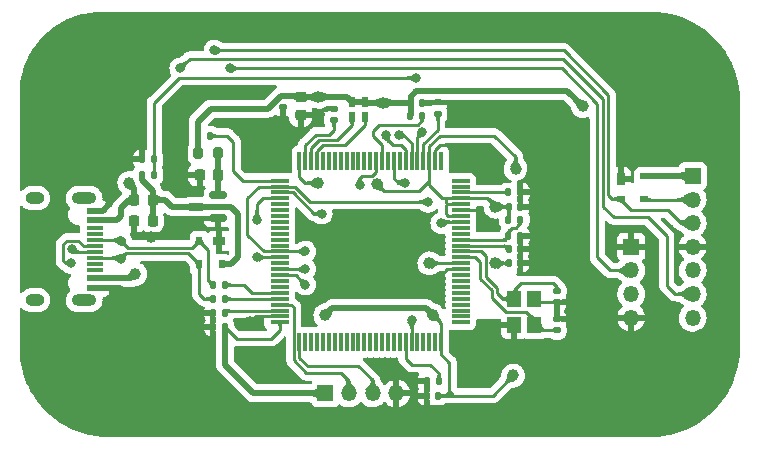
<source format=gbr>
%TF.GenerationSoftware,KiCad,Pcbnew,(6.0.8)*%
%TF.CreationDate,2022-11-06T21:15:53+08:00*%
%TF.ProjectId,JLinkV9-mini,4a4c696e-6b56-4392-9d6d-696e692e6b69,hinsshum*%
%TF.SameCoordinates,Original*%
%TF.FileFunction,Copper,L1,Top*%
%TF.FilePolarity,Positive*%
%FSLAX46Y46*%
G04 Gerber Fmt 4.6, Leading zero omitted, Abs format (unit mm)*
G04 Created by KiCad (PCBNEW (6.0.8)) date 2022-11-06 21:15:53*
%MOMM*%
%LPD*%
G01*
G04 APERTURE LIST*
G04 Aperture macros list*
%AMRoundRect*
0 Rectangle with rounded corners*
0 $1 Rounding radius*
0 $2 $3 $4 $5 $6 $7 $8 $9 X,Y pos of 4 corners*
0 Add a 4 corners polygon primitive as box body*
4,1,4,$2,$3,$4,$5,$6,$7,$8,$9,$2,$3,0*
0 Add four circle primitives for the rounded corners*
1,1,$1+$1,$2,$3*
1,1,$1+$1,$4,$5*
1,1,$1+$1,$6,$7*
1,1,$1+$1,$8,$9*
0 Add four rect primitives between the rounded corners*
20,1,$1+$1,$2,$3,$4,$5,0*
20,1,$1+$1,$4,$5,$6,$7,0*
20,1,$1+$1,$6,$7,$8,$9,0*
20,1,$1+$1,$8,$9,$2,$3,0*%
G04 Aperture macros list end*
%TA.AperFunction,ComponentPad*%
%ADD10R,1.350000X1.350000*%
%TD*%
%TA.AperFunction,ComponentPad*%
%ADD11O,1.350000X1.350000*%
%TD*%
%TA.AperFunction,SMDPad,CuDef*%
%ADD12RoundRect,0.135000X0.135000X0.185000X-0.135000X0.185000X-0.135000X-0.185000X0.135000X-0.185000X0*%
%TD*%
%TA.AperFunction,SMDPad,CuDef*%
%ADD13RoundRect,0.075000X0.725000X0.075000X-0.725000X0.075000X-0.725000X-0.075000X0.725000X-0.075000X0*%
%TD*%
%TA.AperFunction,SMDPad,CuDef*%
%ADD14RoundRect,0.075000X0.075000X0.725000X-0.075000X0.725000X-0.075000X-0.725000X0.075000X-0.725000X0*%
%TD*%
%TA.AperFunction,SMDPad,CuDef*%
%ADD15R,1.200000X1.400000*%
%TD*%
%TA.AperFunction,SMDPad,CuDef*%
%ADD16R,1.000000X0.700000*%
%TD*%
%TA.AperFunction,SMDPad,CuDef*%
%ADD17R,0.600000X0.700000*%
%TD*%
%TA.AperFunction,SMDPad,CuDef*%
%ADD18RoundRect,0.140000X0.170000X-0.140000X0.170000X0.140000X-0.170000X0.140000X-0.170000X-0.140000X0*%
%TD*%
%TA.AperFunction,SMDPad,CuDef*%
%ADD19RoundRect,0.135000X-0.135000X-0.185000X0.135000X-0.185000X0.135000X0.185000X-0.135000X0.185000X0*%
%TD*%
%TA.AperFunction,SMDPad,CuDef*%
%ADD20RoundRect,0.140000X0.140000X0.170000X-0.140000X0.170000X-0.140000X-0.170000X0.140000X-0.170000X0*%
%TD*%
%TA.AperFunction,SMDPad,CuDef*%
%ADD21RoundRect,0.150000X0.587500X0.150000X-0.587500X0.150000X-0.587500X-0.150000X0.587500X-0.150000X0*%
%TD*%
%TA.AperFunction,SMDPad,CuDef*%
%ADD22RoundRect,0.140000X-0.140000X-0.170000X0.140000X-0.170000X0.140000X0.170000X-0.140000X0.170000X0*%
%TD*%
%TA.AperFunction,SMDPad,CuDef*%
%ADD23RoundRect,0.225000X0.225000X0.250000X-0.225000X0.250000X-0.225000X-0.250000X0.225000X-0.250000X0*%
%TD*%
%TA.AperFunction,SMDPad,CuDef*%
%ADD24RoundRect,0.225000X0.250000X-0.225000X0.250000X0.225000X-0.250000X0.225000X-0.250000X-0.225000X0*%
%TD*%
%TA.AperFunction,SMDPad,CuDef*%
%ADD25RoundRect,0.200000X-0.200000X-0.275000X0.200000X-0.275000X0.200000X0.275000X-0.200000X0.275000X0*%
%TD*%
%TA.AperFunction,SMDPad,CuDef*%
%ADD26R,1.450000X0.600000*%
%TD*%
%TA.AperFunction,SMDPad,CuDef*%
%ADD27R,1.450000X0.300000*%
%TD*%
%TA.AperFunction,ComponentPad*%
%ADD28O,1.600000X1.000000*%
%TD*%
%TA.AperFunction,ComponentPad*%
%ADD29O,2.100000X1.000000*%
%TD*%
%TA.AperFunction,SMDPad,CuDef*%
%ADD30R,0.550000X0.850000*%
%TD*%
%TA.AperFunction,SMDPad,CuDef*%
%ADD31RoundRect,0.140000X-0.170000X0.140000X-0.170000X-0.140000X0.170000X-0.140000X0.170000X0.140000X0*%
%TD*%
%TA.AperFunction,SMDPad,CuDef*%
%ADD32RoundRect,0.135000X-0.185000X0.135000X-0.185000X-0.135000X0.185000X-0.135000X0.185000X0.135000X0*%
%TD*%
%TA.AperFunction,SMDPad,CuDef*%
%ADD33R,0.700000X1.000000*%
%TD*%
%TA.AperFunction,SMDPad,CuDef*%
%ADD34R,0.700000X0.600000*%
%TD*%
%TA.AperFunction,SMDPad,CuDef*%
%ADD35RoundRect,0.218750X0.218750X0.256250X-0.218750X0.256250X-0.218750X-0.256250X0.218750X-0.256250X0*%
%TD*%
%TA.AperFunction,ViaPad*%
%ADD36C,1.000000*%
%TD*%
%TA.AperFunction,ViaPad*%
%ADD37C,0.800000*%
%TD*%
%TA.AperFunction,Conductor*%
%ADD38C,0.500000*%
%TD*%
%TA.AperFunction,Conductor*%
%ADD39C,0.250000*%
%TD*%
G04 APERTURE END LIST*
D10*
%TO.P,J2,1,Pin_1*%
%TO.N,+3.3V*%
X99400000Y-97800000D03*
D11*
%TO.P,J2,2,Pin_2*%
%TO.N,/SWDIO*%
X101400000Y-97800000D03*
%TO.P,J2,3,Pin_3*%
%TO.N,/SWDCLK*%
X103400000Y-97800000D03*
%TO.P,J2,4,Pin_4*%
%TO.N,GND*%
X105400000Y-97800000D03*
%TD*%
D12*
%TO.P,R8,1*%
%TO.N,/PC0*%
X115910000Y-83100000D03*
%TO.P,R8,2*%
%TO.N,+3.3V*%
X114890000Y-83100000D03*
%TD*%
D13*
%TO.P,U2,1,PE2*%
%TO.N,unconnected-(U2-Pad1)*%
X110875000Y-91800000D03*
%TO.P,U2,2,PE3*%
%TO.N,unconnected-(U2-Pad2)*%
X110875000Y-91300000D03*
%TO.P,U2,3,PE4*%
%TO.N,unconnected-(U2-Pad3)*%
X110875000Y-90800000D03*
%TO.P,U2,4,PE5*%
%TO.N,unconnected-(U2-Pad4)*%
X110875000Y-90300000D03*
%TO.P,U2,5,PE6*%
%TO.N,unconnected-(U2-Pad5)*%
X110875000Y-89800000D03*
%TO.P,U2,6,VBAT*%
%TO.N,unconnected-(U2-Pad6)*%
X110875000Y-89300000D03*
%TO.P,U2,7,PC13*%
%TO.N,unconnected-(U2-Pad7)*%
X110875000Y-88800000D03*
%TO.P,U2,8,PC14/OSC32_IN*%
%TO.N,unconnected-(U2-Pad8)*%
X110875000Y-88300000D03*
%TO.P,U2,9,PC15-OSC32_OUT*%
%TO.N,unconnected-(U2-Pad9)*%
X110875000Y-87800000D03*
%TO.P,U2,10,VSS*%
%TO.N,GND*%
X110875000Y-87300000D03*
%TO.P,U2,11,VDD*%
%TO.N,+3.3V*%
X110875000Y-86800000D03*
%TO.P,U2,12,PH0/OSC_IN*%
%TO.N,/OSC_IN*%
X110875000Y-86300000D03*
%TO.P,U2,13,PH1/OSC_OUT*%
%TO.N,/OSC_OUT*%
X110875000Y-85800000D03*
%TO.P,U2,14,NRST*%
%TO.N,Net-(C13-Pad1)*%
X110875000Y-85300000D03*
%TO.P,U2,15,PC0*%
%TO.N,/PC0*%
X110875000Y-84800000D03*
%TO.P,U2,16,PC1*%
%TO.N,unconnected-(U2-Pad16)*%
X110875000Y-84300000D03*
%TO.P,U2,17,PC2*%
%TO.N,unconnected-(U2-Pad17)*%
X110875000Y-83800000D03*
%TO.P,U2,18,PC3*%
%TO.N,/PC3*%
X110875000Y-83300000D03*
%TO.P,U2,19,VDD*%
%TO.N,+3.3V*%
X110875000Y-82800000D03*
%TO.P,U2,20,VSSA*%
%TO.N,GND*%
X110875000Y-82300000D03*
%TO.P,U2,21,VREF+*%
%TO.N,+3.3V*%
X110875000Y-81800000D03*
%TO.P,U2,22,VDDA*%
X110875000Y-81300000D03*
%TO.P,U2,23,PA0-WKUP*%
%TO.N,Net-(R3-Pad2)*%
X110875000Y-80800000D03*
%TO.P,U2,24,PA1*%
%TO.N,unconnected-(U2-Pad24)*%
X110875000Y-80300000D03*
%TO.P,U2,25,PA2*%
%TO.N,unconnected-(U2-Pad25)*%
X110875000Y-79800000D03*
D14*
%TO.P,U2,26,PA3*%
%TO.N,unconnected-(U2-Pad26)*%
X109200000Y-78125000D03*
%TO.P,U2,27,VSS*%
%TO.N,GND*%
X108700000Y-78125000D03*
%TO.P,U2,28,VDD*%
%TO.N,+3.3V*%
X108200000Y-78125000D03*
%TO.P,U2,29,PA4*%
%TO.N,Net-(R4-Pad2)*%
X107700000Y-78125000D03*
%TO.P,U2,30,PA5*%
%TO.N,/PA5_PB13_PC6*%
X107200000Y-78125000D03*
%TO.P,U2,31,PA6*%
%TO.N,/PA6*%
X106700000Y-78125000D03*
%TO.P,U2,32,PA7*%
%TO.N,/PA7*%
X106200000Y-78125000D03*
%TO.P,U2,33,PC4*%
%TO.N,unconnected-(U2-Pad33)*%
X105700000Y-78125000D03*
%TO.P,U2,34,PC5*%
%TO.N,/PC5*%
X105200000Y-78125000D03*
%TO.P,U2,35,PB0*%
%TO.N,unconnected-(U2-Pad35)*%
X104700000Y-78125000D03*
%TO.P,U2,36,PB1*%
%TO.N,/PB1*%
X104200000Y-78125000D03*
%TO.P,U2,37,PB2*%
%TO.N,/PB2*%
X103700000Y-78125000D03*
%TO.P,U2,38,PE7*%
%TO.N,unconnected-(U2-Pad38)*%
X103200000Y-78125000D03*
%TO.P,U2,39,PE8*%
%TO.N,unconnected-(U2-Pad39)*%
X102700000Y-78125000D03*
%TO.P,U2,40,PE9*%
%TO.N,unconnected-(U2-Pad40)*%
X102200000Y-78125000D03*
%TO.P,U2,41,PE10*%
%TO.N,unconnected-(U2-Pad41)*%
X101700000Y-78125000D03*
%TO.P,U2,42,PE11*%
%TO.N,unconnected-(U2-Pad42)*%
X101200000Y-78125000D03*
%TO.P,U2,43,PE12*%
%TO.N,unconnected-(U2-Pad43)*%
X100700000Y-78125000D03*
%TO.P,U2,44,PE13*%
%TO.N,unconnected-(U2-Pad44)*%
X100200000Y-78125000D03*
%TO.P,U2,45,PE14*%
%TO.N,unconnected-(U2-Pad45)*%
X99700000Y-78125000D03*
%TO.P,U2,46,PE15*%
%TO.N,unconnected-(U2-Pad46)*%
X99200000Y-78125000D03*
%TO.P,U2,47,PB10*%
%TO.N,/RLED*%
X98700000Y-78125000D03*
%TO.P,U2,48,PB11*%
%TO.N,/YLED*%
X98200000Y-78125000D03*
%TO.P,U2,49,VCAP_1*%
%TO.N,Net-(C9-Pad1)*%
X97700000Y-78125000D03*
%TO.P,U2,50,VDD*%
%TO.N,+3.3V*%
X97200000Y-78125000D03*
D13*
%TO.P,U2,51,PB12*%
%TO.N,/PB12*%
X95525000Y-79800000D03*
%TO.P,U2,52,PB13*%
%TO.N,/PA5_PB13_PC6*%
X95525000Y-80300000D03*
%TO.P,U2,53,PB14*%
%TO.N,/PB14*%
X95525000Y-80800000D03*
%TO.P,U2,54,PB15*%
%TO.N,/PB15*%
X95525000Y-81300000D03*
%TO.P,U2,55,PD8*%
%TO.N,unconnected-(U2-Pad55)*%
X95525000Y-81800000D03*
%TO.P,U2,56,PD9*%
%TO.N,unconnected-(U2-Pad56)*%
X95525000Y-82300000D03*
%TO.P,U2,57,PD10*%
%TO.N,unconnected-(U2-Pad57)*%
X95525000Y-82800000D03*
%TO.P,U2,58,PD11*%
%TO.N,unconnected-(U2-Pad58)*%
X95525000Y-83300000D03*
%TO.P,U2,59,PD12*%
%TO.N,unconnected-(U2-Pad59)*%
X95525000Y-83800000D03*
%TO.P,U2,60,PD13*%
%TO.N,unconnected-(U2-Pad60)*%
X95525000Y-84300000D03*
%TO.P,U2,61,PD14*%
%TO.N,unconnected-(U2-Pad61)*%
X95525000Y-84800000D03*
%TO.P,U2,62,PD15*%
%TO.N,unconnected-(U2-Pad62)*%
X95525000Y-85300000D03*
%TO.P,U2,63,PC6*%
%TO.N,/PA5_PB13_PC6*%
X95525000Y-85800000D03*
%TO.P,U2,64,PC7*%
%TO.N,/PC7*%
X95525000Y-86300000D03*
%TO.P,U2,65,PC8*%
%TO.N,unconnected-(U2-Pad65)*%
X95525000Y-86800000D03*
%TO.P,U2,66,PC9*%
%TO.N,/PC9*%
X95525000Y-87300000D03*
%TO.P,U2,67,PA8*%
%TO.N,/PA8*%
X95525000Y-87800000D03*
%TO.P,U2,68,PA9*%
%TO.N,unconnected-(U2-Pad68)*%
X95525000Y-88300000D03*
%TO.P,U2,69,PA10*%
%TO.N,unconnected-(U2-Pad69)*%
X95525000Y-88800000D03*
%TO.P,U2,70,PA11*%
%TO.N,Net-(R5-Pad2)*%
X95525000Y-89300000D03*
%TO.P,U2,71,PA12*%
%TO.N,Net-(R6-Pad1)*%
X95525000Y-89800000D03*
%TO.P,U2,72,PA13*%
%TO.N,/SWDIO*%
X95525000Y-90300000D03*
%TO.P,U2,73,VCAP_2*%
%TO.N,Net-(C10-Pad1)*%
X95525000Y-90800000D03*
%TO.P,U2,74,VSS*%
%TO.N,GND*%
X95525000Y-91300000D03*
%TO.P,U2,75,VDD*%
%TO.N,+3.3V*%
X95525000Y-91800000D03*
D14*
%TO.P,U2,76,PA14*%
%TO.N,/SWDCLK*%
X97200000Y-93475000D03*
%TO.P,U2,77,PA15*%
%TO.N,unconnected-(U2-Pad77)*%
X97700000Y-93475000D03*
%TO.P,U2,78,PC10*%
%TO.N,unconnected-(U2-Pad78)*%
X98200000Y-93475000D03*
%TO.P,U2,79,PC11*%
%TO.N,unconnected-(U2-Pad79)*%
X98700000Y-93475000D03*
%TO.P,U2,80,PC12*%
%TO.N,unconnected-(U2-Pad80)*%
X99200000Y-93475000D03*
%TO.P,U2,81,PD0*%
%TO.N,unconnected-(U2-Pad81)*%
X99700000Y-93475000D03*
%TO.P,U2,82,PD1*%
%TO.N,unconnected-(U2-Pad82)*%
X100200000Y-93475000D03*
%TO.P,U2,83,PD2*%
%TO.N,unconnected-(U2-Pad83)*%
X100700000Y-93475000D03*
%TO.P,U2,84,PD3*%
%TO.N,unconnected-(U2-Pad84)*%
X101200000Y-93475000D03*
%TO.P,U2,85,PD4*%
%TO.N,unconnected-(U2-Pad85)*%
X101700000Y-93475000D03*
%TO.P,U2,86,PD5*%
%TO.N,unconnected-(U2-Pad86)*%
X102200000Y-93475000D03*
%TO.P,U2,87,PD6*%
%TO.N,unconnected-(U2-Pad87)*%
X102700000Y-93475000D03*
%TO.P,U2,88,PD7*%
%TO.N,unconnected-(U2-Pad88)*%
X103200000Y-93475000D03*
%TO.P,U2,89,PB3*%
%TO.N,unconnected-(U2-Pad89)*%
X103700000Y-93475000D03*
%TO.P,U2,90,PB4*%
%TO.N,unconnected-(U2-Pad90)*%
X104200000Y-93475000D03*
%TO.P,U2,91,PB5*%
%TO.N,unconnected-(U2-Pad91)*%
X104700000Y-93475000D03*
%TO.P,U2,92,PB6*%
%TO.N,unconnected-(U2-Pad92)*%
X105200000Y-93475000D03*
%TO.P,U2,93,PB7*%
%TO.N,unconnected-(U2-Pad93)*%
X105700000Y-93475000D03*
%TO.P,U2,94,BOOT0*%
%TO.N,Net-(R7-Pad2)*%
X106200000Y-93475000D03*
%TO.P,U2,95,PB8*%
%TO.N,/PB8*%
X106700000Y-93475000D03*
%TO.P,U2,96,PB9*%
%TO.N,unconnected-(U2-Pad96)*%
X107200000Y-93475000D03*
%TO.P,U2,97,PE0*%
%TO.N,unconnected-(U2-Pad97)*%
X107700000Y-93475000D03*
%TO.P,U2,98,PE1*%
%TO.N,unconnected-(U2-Pad98)*%
X108200000Y-93475000D03*
%TO.P,U2,99,RFU*%
%TO.N,unconnected-(U2-Pad99)*%
X108700000Y-93475000D03*
%TO.P,U2,100,VDD*%
%TO.N,+3.3V*%
X109200000Y-93475000D03*
%TD*%
D12*
%TO.P,R23,1*%
%TO.N,GND*%
X115910000Y-84500000D03*
%TO.P,R23,2*%
%TO.N,/PC0*%
X114890000Y-84500000D03*
%TD*%
D15*
%TO.P,Y1,1,1*%
%TO.N,/OSC_OUT*%
X115400000Y-89800000D03*
%TO.P,Y1,2,2*%
%TO.N,GND*%
X115400000Y-92000000D03*
%TO.P,Y1,3,3*%
%TO.N,/OSC_IN*%
X117100000Y-92000000D03*
%TO.P,Y1,4,4*%
%TO.N,GND*%
X117100000Y-89800000D03*
%TD*%
D12*
%TO.P,R6,1*%
%TO.N,Net-(R6-Pad1)*%
X90880000Y-89800000D03*
%TO.P,R6,2*%
%TO.N,/USB_DP*%
X89860000Y-89800000D03*
%TD*%
D10*
%TO.P,J4,1,Pin_1*%
%TO.N,+3.3V*%
X130500000Y-79400000D03*
D11*
%TO.P,J4,2,Pin_2*%
%TO.N,/TMS_SWDIO*%
X130500000Y-81400000D03*
%TO.P,J4,3,Pin_3*%
%TO.N,/TCK_SWDCLK*%
X130500000Y-83400000D03*
%TO.P,J4,4,Pin_4*%
%TO.N,GND*%
X130500000Y-85400000D03*
%TO.P,J4,5,Pin_5*%
%TO.N,/RST*%
X130500000Y-87400000D03*
%TO.P,J4,6,Pin_6*%
%TO.N,/TDO*%
X130500000Y-89400000D03*
%TO.P,J4,7,Pin_7*%
%TO.N,/TDI_TX*%
X130500000Y-91400000D03*
%TD*%
D16*
%TO.P,D2,1,GND*%
%TO.N,GND*%
X90430000Y-84900000D03*
D17*
%TO.P,D2,2,I/O1*%
%TO.N,/USB_DM*%
X88730000Y-84900000D03*
%TO.P,D2,3,I/O2*%
%TO.N,/USB_DP*%
X88730000Y-86900000D03*
%TO.P,D2,4,VCC*%
%TO.N,+5V*%
X90630000Y-86900000D03*
%TD*%
D18*
%TO.P,C9,1*%
%TO.N,Net-(C9-Pad1)*%
X100100000Y-74680000D03*
%TO.P,C9,2*%
%TO.N,GND*%
X100100000Y-73720000D03*
%TD*%
%TO.P,C5,1*%
%TO.N,/OSC_IN*%
X119000000Y-92480000D03*
%TO.P,C5,2*%
%TO.N,GND*%
X119000000Y-91520000D03*
%TD*%
D19*
%TO.P,R5,1*%
%TO.N,/USB_DM*%
X89860000Y-88600000D03*
%TO.P,R5,2*%
%TO.N,Net-(R5-Pad2)*%
X90880000Y-88600000D03*
%TD*%
D20*
%TO.P,C7,1*%
%TO.N,GND*%
X115880000Y-86800000D03*
%TO.P,C7,2*%
%TO.N,+3.3V*%
X114920000Y-86800000D03*
%TD*%
D12*
%TO.P,R9,1*%
%TO.N,/PC3*%
X84910000Y-79300000D03*
%TO.P,R9,2*%
%TO.N,+5V*%
X83890000Y-79300000D03*
%TD*%
D21*
%TO.P,U1,1,GND*%
%TO.N,GND*%
X90337500Y-82950000D03*
%TO.P,U1,2,VOUT*%
%TO.N,Net-(C4-Pad1)*%
X90337500Y-81050000D03*
%TO.P,U1,3,VDD*%
%TO.N,+5V*%
X88462500Y-82000000D03*
%TD*%
D22*
%TO.P,C13,1*%
%TO.N,Net-(C13-Pad1)*%
X114920000Y-85600000D03*
%TO.P,C13,2*%
%TO.N,GND*%
X115880000Y-85600000D03*
%TD*%
D23*
%TO.P,C4,1*%
%TO.N,Net-(C4-Pad1)*%
X90300000Y-79300000D03*
%TO.P,C4,2*%
%TO.N,GND*%
X88750000Y-79300000D03*
%TD*%
D24*
%TO.P,C6,1*%
%TO.N,GND*%
X97300000Y-74275000D03*
%TO.P,C6,2*%
%TO.N,+3.3V*%
X97300000Y-72725000D03*
%TD*%
D18*
%TO.P,C15,1*%
%TO.N,GND*%
X95800000Y-73600000D03*
%TO.P,C15,2*%
%TO.N,+3.3V*%
X95800000Y-72640000D03*
%TD*%
D22*
%TO.P,C12,1*%
%TO.N,GND*%
X108000000Y-98000000D03*
%TO.P,C12,2*%
%TO.N,+3.3V*%
X108960000Y-98000000D03*
%TD*%
D10*
%TO.P,J3,1,Pin_1*%
%TO.N,GND*%
X125300000Y-85400000D03*
D11*
%TO.P,J3,2,Pin_2*%
%TO.N,/TDI_TX*%
X125300000Y-87400000D03*
%TO.P,J3,3,Pin_3*%
%TO.N,/RX*%
X125300000Y-89400000D03*
%TO.P,J3,4,Pin_4*%
%TO.N,GND*%
X125300000Y-91400000D03*
%TD*%
D12*
%TO.P,R3,1*%
%TO.N,GND*%
X115910000Y-80800000D03*
%TO.P,R3,2*%
%TO.N,Net-(R3-Pad2)*%
X114890000Y-80800000D03*
%TD*%
D25*
%TO.P,R2,1*%
%TO.N,+3.3V*%
X88650000Y-77500000D03*
%TO.P,R2,2*%
%TO.N,Net-(C4-Pad1)*%
X90300000Y-77500000D03*
%TD*%
D26*
%TO.P,J1,A1,GND*%
%TO.N,GND*%
X79885000Y-82350000D03*
%TO.P,J1,A4,VBUS*%
%TO.N,VCC*%
X79885000Y-83150000D03*
D27*
%TO.P,J1,A5,CC1*%
%TO.N,unconnected-(J1-PadA5)*%
X79885000Y-84350000D03*
%TO.P,J1,A6,D+*%
%TO.N,/USB_DP*%
X79885000Y-85350000D03*
%TO.P,J1,A7,D-*%
%TO.N,/USB_DM*%
X79885000Y-85850000D03*
%TO.P,J1,A8,SBU1*%
%TO.N,unconnected-(J1-PadA8)*%
X79885000Y-86850000D03*
D26*
%TO.P,J1,A9,VBUS*%
%TO.N,VCC*%
X79885000Y-88050000D03*
%TO.P,J1,A12,GND*%
%TO.N,GND*%
X79885000Y-88850000D03*
%TO.P,J1,B1,GND*%
X79885000Y-88850000D03*
%TO.P,J1,B4,VBUS*%
%TO.N,VCC*%
X79885000Y-88050000D03*
D27*
%TO.P,J1,B5,CC2*%
%TO.N,unconnected-(J1-PadB5)*%
X79885000Y-87350000D03*
%TO.P,J1,B6,D+*%
%TO.N,/USB_DP*%
X79885000Y-86350000D03*
%TO.P,J1,B7,D-*%
%TO.N,/USB_DM*%
X79885000Y-84850000D03*
%TO.P,J1,B8,SBU2*%
%TO.N,unconnected-(J1-PadB8)*%
X79885000Y-83850000D03*
D26*
%TO.P,J1,B9,VBUS*%
%TO.N,VCC*%
X79885000Y-83150000D03*
%TO.P,J1,B12,GND*%
%TO.N,GND*%
X79885000Y-82350000D03*
D28*
%TO.P,J1,S1,SHIELD*%
%TO.N,Net-(C1-Pad1)*%
X74790000Y-89920000D03*
D29*
X78970000Y-89920000D03*
D28*
X74790000Y-81280000D03*
D29*
X78970000Y-81280000D03*
%TD*%
D30*
%TO.P,D1,1,A1*%
%TO.N,+3.3V*%
X102775000Y-73125000D03*
%TO.P,D1,2,K1*%
%TO.N,/RLED*%
X102775000Y-74450000D03*
%TO.P,D1,3,A2*%
%TO.N,+3.3V*%
X101650000Y-73125000D03*
%TO.P,D1,4,K2*%
%TO.N,/YLED*%
X101650000Y-74450000D03*
%TD*%
D20*
%TO.P,C11,1*%
%TO.N,GND*%
X107580000Y-73200000D03*
%TO.P,C11,2*%
%TO.N,+3.3V*%
X106620000Y-73200000D03*
%TD*%
D19*
%TO.P,R7,1*%
%TO.N,GND*%
X107990000Y-96800000D03*
%TO.P,R7,2*%
%TO.N,Net-(R7-Pad2)*%
X109010000Y-96800000D03*
%TD*%
D20*
%TO.P,C8,1*%
%TO.N,GND*%
X115880000Y-82000000D03*
%TO.P,C8,2*%
%TO.N,+3.3V*%
X114920000Y-82000000D03*
%TD*%
D23*
%TO.P,C2,1*%
%TO.N,+5V*%
X84775000Y-83200000D03*
%TO.P,C2,2*%
%TO.N,GND*%
X83225000Y-83200000D03*
%TD*%
D12*
%TO.P,R33,1*%
%TO.N,/PB12*%
X89620000Y-76000000D03*
%TO.P,R33,2*%
%TO.N,+3.3V*%
X88600000Y-76000000D03*
%TD*%
D31*
%TO.P,C3,1*%
%TO.N,/OSC_OUT*%
X119000000Y-89140000D03*
%TO.P,C3,2*%
%TO.N,GND*%
X119000000Y-90100000D03*
%TD*%
D19*
%TO.P,R24,1*%
%TO.N,GND*%
X83890000Y-78000000D03*
%TO.P,R24,2*%
%TO.N,/PC3*%
X84910000Y-78000000D03*
%TD*%
D12*
%TO.P,R32,1*%
%TO.N,/PB1*%
X107610000Y-74300000D03*
%TO.P,R32,2*%
%TO.N,+3.3V*%
X106590000Y-74300000D03*
%TD*%
D32*
%TO.P,R4,1*%
%TO.N,GND*%
X108910000Y-73180000D03*
%TO.P,R4,2*%
%TO.N,Net-(R4-Pad2)*%
X108910000Y-74200000D03*
%TD*%
D20*
%TO.P,C10,1*%
%TO.N,Net-(C10-Pad1)*%
X90880000Y-91000000D03*
%TO.P,C10,2*%
%TO.N,GND*%
X89920000Y-91000000D03*
%TD*%
D33*
%TO.P,D3,1,GND*%
%TO.N,GND*%
X124400000Y-79650000D03*
D34*
%TO.P,D3,2,I/O1*%
%TO.N,/TCK_SWDCLK*%
X124400000Y-81350000D03*
%TO.P,D3,3,I/O2*%
%TO.N,/TMS_SWDIO*%
X126400000Y-81350000D03*
%TO.P,D3,4,VCC*%
%TO.N,+3.3V*%
X126400000Y-79450000D03*
%TD*%
D22*
%TO.P,C14,1*%
%TO.N,GND*%
X89920000Y-92200000D03*
%TO.P,C14,2*%
%TO.N,+3.3V*%
X90880000Y-92200000D03*
%TD*%
D35*
%TO.P,F1,1*%
%TO.N,+5V*%
X84800000Y-81400000D03*
%TO.P,F1,2*%
%TO.N,VCC*%
X83225000Y-81400000D03*
%TD*%
D36*
%TO.N,GND*%
X77000000Y-72900000D03*
X122300000Y-89000000D03*
X124500000Y-76700000D03*
X132200000Y-75700000D03*
X95300000Y-75700000D03*
X85800000Y-68200000D03*
X83472422Y-92570335D03*
X104300000Y-87800000D03*
X133600000Y-80600000D03*
X76700000Y-82900000D03*
X81100000Y-79600000D03*
X133586409Y-85400000D03*
X83500000Y-99100000D03*
X107500000Y-67000000D03*
X77500000Y-95600000D03*
X94100000Y-99400000D03*
X88200000Y-95600000D03*
X126900000Y-99500000D03*
X83400000Y-96000000D03*
X82000000Y-72700000D03*
X133375719Y-91486789D03*
X86600000Y-83600000D03*
X112800000Y-83100000D03*
X93000000Y-91800000D03*
X95400000Y-77600000D03*
X108900000Y-89000000D03*
X130300000Y-95100000D03*
X82100000Y-68300000D03*
X93200000Y-72300000D03*
X117200000Y-99500000D03*
X77100000Y-68300000D03*
X112900000Y-95400000D03*
X85300000Y-87600000D03*
X109000000Y-99700000D03*
X104200000Y-84400000D03*
X76900000Y-76200000D03*
X89000000Y-99300000D03*
X84600000Y-84600000D03*
X82600000Y-89400000D03*
X130400000Y-97700000D03*
X88200000Y-72800000D03*
X77500000Y-98600000D03*
X77500000Y-92600000D03*
X130185279Y-68672133D03*
X127200000Y-72300000D03*
X76500000Y-88400000D03*
X122500000Y-95000000D03*
X132100000Y-72500000D03*
X124887945Y-69785777D03*
X93200000Y-75800000D03*
X126100000Y-67300000D03*
X113100000Y-92400000D03*
X97100000Y-67100000D03*
X114700000Y-73900000D03*
X112600000Y-78900000D03*
X125500000Y-94900000D03*
X94300000Y-94900000D03*
X122600000Y-99500000D03*
%TO.N,+3.3V*%
X98800000Y-72700000D03*
X113800000Y-82000000D03*
X121200000Y-73500000D03*
X108500000Y-91200000D03*
X115300000Y-96300000D03*
X113800000Y-86800000D03*
X103800000Y-80100000D03*
X98800000Y-80000000D03*
X104300000Y-73200000D03*
X99400000Y-91200000D03*
X115500000Y-78800000D03*
X108200000Y-86800000D03*
D37*
%TO.N,/USB_DM*%
X77924500Y-85599500D03*
X82100000Y-84900000D03*
%TO.N,/USB_DP*%
X77900000Y-86800000D03*
X82100000Y-86400000D03*
%TO.N,/TCK_SWDCLK*%
X90000000Y-68775500D03*
D36*
%TO.N,VCC*%
X82800000Y-80000000D03*
X83300000Y-87700000D03*
D37*
%TO.N,/TDI_TX*%
X91300000Y-70300000D03*
%TO.N,/TDO*%
X87100000Y-70300000D03*
%TO.N,/PC3*%
X109200000Y-83400000D03*
X107100000Y-71100000D03*
%TO.N,/PB8*%
X106700000Y-91600000D03*
%TO.N,/PB2*%
X102300000Y-80200000D03*
%TO.N,/PC9*%
X97700000Y-87300000D03*
%TO.N,/PA5_PB13_PC6*%
X107600000Y-75700000D03*
X108100000Y-81600000D03*
X97700000Y-85800000D03*
%TO.N,/PA6*%
X105649003Y-75900000D03*
%TO.N,/PA7*%
X104500000Y-75900000D03*
%TO.N,/PB15*%
X93600000Y-83100000D03*
%TO.N,/PC7*%
X93600000Y-86300000D03*
%TO.N,/PA8*%
X97700000Y-88600000D03*
%TO.N,/PB14*%
X99100000Y-82600000D03*
%TO.N,/PC5*%
X106100000Y-79975500D03*
%TD*%
D38*
%TO.N,GND*%
X82050000Y-88850000D02*
X79885000Y-88850000D01*
D39*
X95525000Y-91300000D02*
X93500000Y-91300000D01*
X93500000Y-91300000D02*
X93000000Y-91800000D01*
D38*
X80550000Y-82350000D02*
X79885000Y-82350000D01*
D39*
X112800000Y-82700000D02*
X112800000Y-83100000D01*
D38*
X81100000Y-79600000D02*
X81100000Y-81800000D01*
D39*
X112300000Y-76800000D02*
X112600000Y-77100000D01*
X119000000Y-90100000D02*
X117400000Y-90100000D01*
X109700000Y-87300000D02*
X110875000Y-87300000D01*
D38*
X82600000Y-89400000D02*
X82050000Y-88850000D01*
D39*
X109100000Y-76800000D02*
X112300000Y-76800000D01*
X112400000Y-82300000D02*
X112800000Y-82700000D01*
X117400000Y-90100000D02*
X117100000Y-89800000D01*
X108700000Y-77200000D02*
X109100000Y-76800000D01*
X108900000Y-89000000D02*
X108900000Y-88100000D01*
X110875000Y-82300000D02*
X112400000Y-82300000D01*
X108700000Y-78125000D02*
X108700000Y-77200000D01*
X112600000Y-77100000D02*
X112600000Y-78900000D01*
D38*
X81100000Y-81800000D02*
X80550000Y-82350000D01*
D39*
X108900000Y-88100000D02*
X109700000Y-87300000D01*
D38*
%TO.N,+5V*%
X83890000Y-79790000D02*
X83890000Y-79300000D01*
X84800000Y-81400000D02*
X84800000Y-80700000D01*
X86400000Y-82000000D02*
X88462500Y-82000000D01*
X84800000Y-80700000D02*
X83890000Y-79790000D01*
X84800000Y-81400000D02*
X85800000Y-81400000D01*
X92000000Y-82600000D02*
X92000000Y-86300000D01*
X85800000Y-81400000D02*
X86400000Y-82000000D01*
X88462500Y-82000000D02*
X91400000Y-82000000D01*
X84775000Y-81425000D02*
X84800000Y-81400000D01*
X91400000Y-86900000D02*
X90630000Y-86900000D01*
X84775000Y-83200000D02*
X84775000Y-81425000D01*
X92000000Y-86300000D02*
X91400000Y-86900000D01*
X91400000Y-82000000D02*
X92000000Y-82600000D01*
D39*
%TO.N,/OSC_OUT*%
X115400000Y-89100000D02*
X116000000Y-88500000D01*
X118700000Y-88500000D02*
X119000000Y-88800000D01*
X113950000Y-88913604D02*
X113950000Y-89350000D01*
X116000000Y-88500000D02*
X118700000Y-88500000D01*
X115400000Y-89800000D02*
X115400000Y-89100000D01*
X112975000Y-87938604D02*
X113950000Y-88913604D01*
X112600000Y-85800000D02*
X112975000Y-86175000D01*
X119000000Y-88800000D02*
X119000000Y-89140000D01*
X110875000Y-85800000D02*
X112600000Y-85800000D01*
X112975000Y-86175000D02*
X112975000Y-87938604D01*
X114400000Y-89800000D02*
X115400000Y-89800000D01*
X113950000Y-89350000D02*
X114400000Y-89800000D01*
D38*
%TO.N,Net-(C4-Pad1)*%
X90300000Y-79300000D02*
X90300000Y-77500000D01*
X90337500Y-79337500D02*
X90300000Y-79300000D01*
X90337500Y-81050000D02*
X90337500Y-79337500D01*
D39*
%TO.N,/OSC_IN*%
X112525000Y-86725000D02*
X112525000Y-88125000D01*
X113500000Y-89700000D02*
X114700000Y-90900000D01*
X112100000Y-86300000D02*
X112525000Y-86725000D01*
X112525000Y-88125000D02*
X113500000Y-89100000D01*
X113500000Y-89100000D02*
X113500000Y-89700000D01*
X117100000Y-91600000D02*
X117100000Y-92000000D01*
X117580000Y-92480000D02*
X119000000Y-92480000D01*
X110875000Y-86300000D02*
X112100000Y-86300000D01*
X116400000Y-90900000D02*
X117100000Y-91600000D01*
X114700000Y-90900000D02*
X116400000Y-90900000D01*
X117100000Y-92000000D02*
X117580000Y-92480000D01*
%TO.N,+3.3V*%
X109600000Y-81400000D02*
X109600000Y-81700000D01*
X107300000Y-80700000D02*
X108200000Y-79800000D01*
X109900000Y-97600000D02*
X109900000Y-97900000D01*
X110300000Y-98000000D02*
X113600000Y-98000000D01*
X109900000Y-97900000D02*
X110000000Y-98000000D01*
D38*
X106620000Y-74270000D02*
X106590000Y-74300000D01*
X100000000Y-90600000D02*
X107900000Y-90600000D01*
X88650000Y-77500000D02*
X88650000Y-76050000D01*
D39*
X91880000Y-93200000D02*
X94800000Y-93200000D01*
X108200000Y-78125000D02*
X108200000Y-76900000D01*
X108960000Y-98000000D02*
X109500000Y-98000000D01*
D38*
X126450000Y-79400000D02*
X126400000Y-79450000D01*
X107900000Y-90600000D02*
X108500000Y-91200000D01*
X106620000Y-73200000D02*
X106620000Y-72680000D01*
D39*
X108200000Y-78125000D02*
X108200000Y-80200000D01*
D38*
X107100000Y-72200000D02*
X119900000Y-72200000D01*
D39*
X109900000Y-97300000D02*
X109900000Y-95200000D01*
D38*
X101650000Y-73125000D02*
X102775000Y-73125000D01*
X98775000Y-72725000D02*
X98800000Y-72700000D01*
D39*
X110875000Y-81300000D02*
X109700000Y-81300000D01*
D38*
X88600000Y-74800000D02*
X89700000Y-73700000D01*
D39*
X113600000Y-98000000D02*
X115300000Y-96300000D01*
X98800000Y-80000000D02*
X97700000Y-80000000D01*
X109900000Y-97650000D02*
X109900000Y-97300000D01*
X109900000Y-97600000D02*
X109900000Y-97300000D01*
D38*
X130500000Y-79400000D02*
X126450000Y-79400000D01*
X90880000Y-95380000D02*
X90880000Y-92200000D01*
D39*
X109500000Y-98000000D02*
X109900000Y-97600000D01*
X108200000Y-76900000D02*
X109100000Y-76000000D01*
X108200000Y-80200000D02*
X109300000Y-81300000D01*
D38*
X95800000Y-72640000D02*
X97215000Y-72640000D01*
D39*
X114920000Y-86800000D02*
X113800000Y-86800000D01*
X103800000Y-80100000D02*
X104400000Y-80700000D01*
D38*
X97300000Y-72725000D02*
X98775000Y-72725000D01*
D39*
X109600000Y-82650000D02*
X109750000Y-82800000D01*
X108200000Y-86800000D02*
X110875000Y-86800000D01*
X113100000Y-81300000D02*
X110875000Y-81300000D01*
X97200000Y-79500000D02*
X97200000Y-78125000D01*
X109200000Y-91900000D02*
X109200000Y-93475000D01*
X109600000Y-81900000D02*
X109600000Y-82650000D01*
X115500000Y-77800000D02*
X115500000Y-78800000D01*
D38*
X88600000Y-76000000D02*
X88600000Y-74800000D01*
X104300000Y-73200000D02*
X106620000Y-73200000D01*
X94555614Y-73700000D02*
X95615614Y-72640000D01*
D39*
X104400000Y-80700000D02*
X107300000Y-80700000D01*
X108500000Y-91200000D02*
X109200000Y-91900000D01*
X109300000Y-81300000D02*
X110875000Y-81300000D01*
D38*
X99400000Y-97800000D02*
X93300000Y-97800000D01*
X89700000Y-73700000D02*
X94555614Y-73700000D01*
D39*
X114920000Y-83070000D02*
X114890000Y-83100000D01*
D38*
X106620000Y-72680000D02*
X107100000Y-72200000D01*
D39*
X109700000Y-81800000D02*
X109600000Y-81900000D01*
D38*
X98800000Y-72700000D02*
X101225000Y-72700000D01*
D39*
X114920000Y-82000000D02*
X113800000Y-82000000D01*
X114920000Y-82000000D02*
X114920000Y-83070000D01*
D38*
X95615614Y-72640000D02*
X95800000Y-72640000D01*
X99400000Y-91200000D02*
X100000000Y-90600000D01*
X93300000Y-97800000D02*
X90880000Y-95380000D01*
X101225000Y-72700000D02*
X101650000Y-73125000D01*
D39*
X109100000Y-76000000D02*
X113700000Y-76000000D01*
D38*
X104300000Y-73200000D02*
X102850000Y-73200000D01*
D39*
X110875000Y-81800000D02*
X109700000Y-81800000D01*
X109700000Y-81300000D02*
X109600000Y-81400000D01*
D38*
X88650000Y-76050000D02*
X88600000Y-76000000D01*
D39*
X90880000Y-92200000D02*
X91880000Y-93200000D01*
X109200000Y-94500000D02*
X109200000Y-93475000D01*
D38*
X102850000Y-73200000D02*
X102775000Y-73125000D01*
X106620000Y-73200000D02*
X106620000Y-74270000D01*
X119900000Y-72200000D02*
X121200000Y-73500000D01*
D39*
X113800000Y-82000000D02*
X113100000Y-81300000D01*
D38*
X97215000Y-72640000D02*
X97300000Y-72725000D01*
D39*
X97700000Y-80000000D02*
X97200000Y-79500000D01*
X109900000Y-95200000D02*
X109200000Y-94500000D01*
X113700000Y-76000000D02*
X115500000Y-77800000D01*
X94800000Y-93200000D02*
X95525000Y-92475000D01*
X109600000Y-81700000D02*
X109700000Y-81800000D01*
X110200000Y-97950000D02*
X109900000Y-97650000D01*
X108200000Y-79800000D02*
X108200000Y-78125000D01*
X95525000Y-92475000D02*
X95525000Y-91800000D01*
X108960000Y-98000000D02*
X110200000Y-98000000D01*
X109750000Y-82800000D02*
X110875000Y-82800000D01*
%TO.N,Net-(C9-Pad1)*%
X98600000Y-75900000D02*
X99700000Y-75900000D01*
X99700000Y-75900000D02*
X100100000Y-75500000D01*
X97700000Y-78125000D02*
X97700000Y-76800000D01*
X97700000Y-76800000D02*
X98600000Y-75900000D01*
X100100000Y-75500000D02*
X100100000Y-74680000D01*
%TO.N,Net-(C10-Pad1)*%
X90880000Y-91000000D02*
X91080000Y-90800000D01*
X91080000Y-90800000D02*
X95525000Y-90800000D01*
%TO.N,Net-(C13-Pad1)*%
X114620000Y-85300000D02*
X114920000Y-85600000D01*
X110875000Y-85300000D02*
X114620000Y-85300000D01*
%TO.N,/RLED*%
X99159315Y-76800000D02*
X101100000Y-76800000D01*
X98700000Y-78125000D02*
X98700000Y-77259315D01*
X101100000Y-76800000D02*
X102775000Y-75125000D01*
X102775000Y-75125000D02*
X102775000Y-74450000D01*
X98700000Y-77259315D02*
X99159315Y-76800000D01*
%TO.N,/YLED*%
X98200000Y-77000000D02*
X98850000Y-76350000D01*
X100350000Y-76350000D02*
X101650000Y-75050000D01*
X98850000Y-76350000D02*
X100350000Y-76350000D01*
X101650000Y-75050000D02*
X101650000Y-74450000D01*
X98200000Y-78125000D02*
X98200000Y-77000000D01*
%TO.N,/USB_DM*%
X89500000Y-85670000D02*
X89500000Y-88240000D01*
X88130000Y-85500000D02*
X88730000Y-84900000D01*
X88730000Y-84900000D02*
X89500000Y-85670000D01*
X79885000Y-84850000D02*
X82050000Y-84850000D01*
X82100000Y-84900000D02*
X82700000Y-85500000D01*
X82700000Y-85500000D02*
X88130000Y-85500000D01*
X78175000Y-85850000D02*
X77924500Y-85599500D01*
X79885000Y-85850000D02*
X78175000Y-85850000D01*
X82050000Y-84850000D02*
X82100000Y-84900000D01*
X89500000Y-88240000D02*
X89860000Y-88600000D01*
%TO.N,/USB_DP*%
X78950000Y-85350000D02*
X78475000Y-84875000D01*
X88730000Y-89380000D02*
X89150000Y-89800000D01*
X79885000Y-86350000D02*
X82050000Y-86350000D01*
X82050000Y-86350000D02*
X82100000Y-86400000D01*
X78475000Y-84875000D02*
X77525000Y-84875000D01*
X88730000Y-86900000D02*
X88730000Y-89380000D01*
X77200000Y-85200000D02*
X77200000Y-86600000D01*
X82550000Y-85950000D02*
X87780000Y-85950000D01*
X87780000Y-85950000D02*
X88730000Y-86900000D01*
X77525000Y-84875000D02*
X77200000Y-85200000D01*
X82100000Y-86400000D02*
X82550000Y-85950000D01*
X89150000Y-89800000D02*
X89860000Y-89800000D01*
X79885000Y-85350000D02*
X78950000Y-85350000D01*
X77200000Y-86600000D02*
X77400000Y-86800000D01*
X77400000Y-86800000D02*
X77900000Y-86800000D01*
%TO.N,/TMS_SWDIO*%
X130500000Y-81400000D02*
X126450000Y-81400000D01*
X126450000Y-81400000D02*
X126400000Y-81350000D01*
%TO.N,/TCK_SWDCLK*%
X123350000Y-72550000D02*
X123350000Y-81050000D01*
X123650000Y-81350000D02*
X124400000Y-81350000D01*
X123350000Y-81050000D02*
X123650000Y-81350000D01*
X130500000Y-83400000D02*
X129500000Y-83400000D01*
X125300000Y-82300000D02*
X124400000Y-81400000D01*
X90000000Y-68775500D02*
X119575500Y-68775500D01*
X119575500Y-68775500D02*
X123350000Y-72550000D01*
X129500000Y-83400000D02*
X128400000Y-82300000D01*
X128400000Y-82300000D02*
X125300000Y-82300000D01*
X124400000Y-81400000D02*
X124400000Y-81350000D01*
D38*
%TO.N,VCC*%
X81750000Y-83150000D02*
X82100000Y-82800000D01*
X82950000Y-88050000D02*
X83300000Y-87700000D01*
X83225000Y-81400000D02*
X83225000Y-80425000D01*
X82100000Y-82100000D02*
X82800000Y-81400000D01*
X82100000Y-82800000D02*
X82100000Y-82100000D01*
X79885000Y-83150000D02*
X81750000Y-83150000D01*
X83225000Y-80425000D02*
X82800000Y-80000000D01*
X82800000Y-81400000D02*
X83225000Y-81400000D01*
X79885000Y-88050000D02*
X82950000Y-88050000D01*
D39*
%TO.N,/SWDIO*%
X101400000Y-96800000D02*
X101400000Y-97800000D01*
X96725000Y-90525000D02*
X96725000Y-95025000D01*
X100700000Y-96100000D02*
X101400000Y-96800000D01*
X96500000Y-90300000D02*
X96725000Y-90525000D01*
X95525000Y-90300000D02*
X96500000Y-90300000D01*
X97800000Y-96100000D02*
X100700000Y-96100000D01*
X96725000Y-95025000D02*
X97800000Y-96100000D01*
%TO.N,/SWDCLK*%
X103400000Y-96700000D02*
X102200000Y-95500000D01*
X97200000Y-94800000D02*
X97200000Y-93475000D01*
X102200000Y-95500000D02*
X97900000Y-95500000D01*
X103400000Y-97800000D02*
X103400000Y-96700000D01*
X97900000Y-95500000D02*
X97200000Y-94800000D01*
%TO.N,/TDI_TX*%
X123500000Y-87400000D02*
X125300000Y-87400000D01*
X122400000Y-86300000D02*
X123500000Y-87400000D01*
X122400000Y-73300000D02*
X122400000Y-86300000D01*
X119400000Y-70300000D02*
X122400000Y-73300000D01*
X91300000Y-70300000D02*
X119400000Y-70300000D01*
%TO.N,/TDO*%
X126700000Y-82900000D02*
X128300000Y-84500000D01*
X123800000Y-82900000D02*
X126700000Y-82900000D01*
X129000000Y-89400000D02*
X130500000Y-89400000D01*
X119500000Y-69500000D02*
X122900000Y-72900000D01*
X128300000Y-84500000D02*
X128300000Y-88700000D01*
X128300000Y-88700000D02*
X129000000Y-89400000D01*
X87100000Y-70300000D02*
X87900000Y-69500000D01*
X122900000Y-72900000D02*
X122900000Y-82000000D01*
X87900000Y-69500000D02*
X119500000Y-69500000D01*
X122900000Y-82000000D02*
X123800000Y-82900000D01*
%TO.N,Net-(R3-Pad2)*%
X114890000Y-80800000D02*
X110875000Y-80800000D01*
%TO.N,Net-(R4-Pad2)*%
X107700000Y-76700000D02*
X107700000Y-78125000D01*
X108910000Y-75490000D02*
X107700000Y-76700000D01*
X108910000Y-74200000D02*
X108910000Y-75490000D01*
%TO.N,Net-(R5-Pad2)*%
X95525000Y-89300000D02*
X93200000Y-89300000D01*
X92500000Y-88600000D02*
X90880000Y-88600000D01*
X93200000Y-89300000D02*
X92500000Y-88600000D01*
%TO.N,Net-(R6-Pad1)*%
X90880000Y-89800000D02*
X95525000Y-89800000D01*
%TO.N,Net-(R7-Pad2)*%
X109010000Y-96800000D02*
X109010000Y-96110000D01*
X106700000Y-95400000D02*
X106200000Y-94900000D01*
X108300000Y-95400000D02*
X106700000Y-95400000D01*
X106200000Y-94900000D02*
X106200000Y-93475000D01*
X109010000Y-96110000D02*
X108300000Y-95400000D01*
%TO.N,/PC0*%
X114890000Y-84110000D02*
X115200000Y-83800000D01*
X110875000Y-84800000D02*
X114590000Y-84800000D01*
X115910000Y-83390000D02*
X115910000Y-83100000D01*
X115500000Y-83800000D02*
X115910000Y-83390000D01*
X114590000Y-84800000D02*
X114890000Y-84500000D01*
X114890000Y-84500000D02*
X114890000Y-84110000D01*
X115200000Y-83800000D02*
X115500000Y-83800000D01*
%TO.N,/PC3*%
X87000000Y-71100000D02*
X84910000Y-73190000D01*
X107100000Y-71100000D02*
X87000000Y-71100000D01*
X109200000Y-83400000D02*
X109300000Y-83300000D01*
X109300000Y-83300000D02*
X110875000Y-83300000D01*
X84910000Y-79300000D02*
X84910000Y-78000000D01*
X84910000Y-73190000D02*
X84910000Y-78000000D01*
%TO.N,/PB8*%
X106700000Y-93475000D02*
X106700000Y-91600000D01*
%TO.N,/PB2*%
X103700000Y-79033273D02*
X103333273Y-79400000D01*
X103333273Y-79400000D02*
X102500000Y-79400000D01*
X102300000Y-79600000D02*
X102300000Y-80200000D01*
X102500000Y-79400000D02*
X102300000Y-79600000D01*
X103700000Y-78125000D02*
X103700000Y-79033273D01*
%TO.N,/PC9*%
X97700000Y-87300000D02*
X95525000Y-87300000D01*
%TO.N,/PA5_PB13_PC6*%
X98100000Y-81600000D02*
X96800000Y-80300000D01*
X95525000Y-85800000D02*
X97700000Y-85800000D01*
X108100000Y-81600000D02*
X98100000Y-81600000D01*
X95525000Y-80300000D02*
X93800000Y-80300000D01*
X93800000Y-80300000D02*
X92800000Y-81300000D01*
X94200000Y-85800000D02*
X95525000Y-85800000D01*
X96800000Y-80300000D02*
X95525000Y-80300000D01*
X107200000Y-76100000D02*
X107200000Y-78125000D01*
X92800000Y-81300000D02*
X92800000Y-84400000D01*
X92800000Y-84400000D02*
X94200000Y-85800000D01*
X107200000Y-76100000D02*
X107600000Y-75700000D01*
%TO.N,/PA6*%
X106000000Y-75900000D02*
X106700000Y-76600000D01*
X106700000Y-76600000D02*
X106700000Y-78125000D01*
X105649003Y-75900000D02*
X106000000Y-75900000D01*
%TO.N,/PA7*%
X105100000Y-76800000D02*
X105800000Y-76800000D01*
X104500000Y-75900000D02*
X104500000Y-76200000D01*
X105800000Y-76800000D02*
X106200000Y-77200000D01*
X104500000Y-76200000D02*
X105100000Y-76800000D01*
X106200000Y-77200000D02*
X106200000Y-78125000D01*
%TO.N,/PB15*%
X93600000Y-81800000D02*
X93600000Y-83100000D01*
X94100000Y-81300000D02*
X93600000Y-81800000D01*
X95525000Y-81300000D02*
X94100000Y-81300000D01*
%TO.N,/PC7*%
X95525000Y-86300000D02*
X93600000Y-86300000D01*
%TO.N,/PA8*%
X96900000Y-87800000D02*
X97700000Y-88600000D01*
X95525000Y-87800000D02*
X96900000Y-87800000D01*
%TO.N,/PB14*%
X95525000Y-80800000D02*
X96663604Y-80800000D01*
X98463604Y-82600000D02*
X99100000Y-82600000D01*
X96663604Y-80800000D02*
X98463604Y-82600000D01*
%TO.N,/PC5*%
X105200000Y-79600000D02*
X105575500Y-79975500D01*
X105200000Y-78125000D02*
X105200000Y-79600000D01*
X105575500Y-79975500D02*
X106100000Y-79975500D01*
%TO.N,/PB1*%
X103925000Y-75075000D02*
X103400000Y-75600000D01*
X103400000Y-75600000D02*
X103400000Y-76000000D01*
X107610000Y-74690000D02*
X107225000Y-75075000D01*
X104200000Y-76800000D02*
X104200000Y-78125000D01*
X107225000Y-75075000D02*
X103925000Y-75075000D01*
X103400000Y-76000000D02*
X104200000Y-76800000D01*
X107610000Y-74300000D02*
X107610000Y-74690000D01*
%TO.N,/PB12*%
X91600000Y-76500000D02*
X91600000Y-79000000D01*
X92400000Y-79800000D02*
X95525000Y-79800000D01*
X91600000Y-79000000D02*
X92400000Y-79800000D01*
X91100000Y-76000000D02*
X91600000Y-76500000D01*
X89620000Y-76000000D02*
X91100000Y-76000000D01*
%TD*%
%TA.AperFunction,Conductor*%
%TO.N,/USB_DP*%
G36*
X82709424Y-85829358D02*
G01*
X82713558Y-85837301D01*
X82713603Y-85838321D01*
X82713603Y-86064485D01*
X82710176Y-86072758D01*
X82703148Y-86076119D01*
X82647377Y-86082089D01*
X82646546Y-86082178D01*
X82645772Y-86082499D01*
X82645771Y-86082499D01*
X82598354Y-86102152D01*
X82598352Y-86102153D01*
X82597390Y-86102552D01*
X82563045Y-86134377D01*
X82540423Y-86175909D01*
X82526433Y-86225403D01*
X82517987Y-86281115D01*
X82517970Y-86281287D01*
X82517969Y-86281294D01*
X82512001Y-86341236D01*
X82511967Y-86341300D01*
X82511994Y-86341303D01*
X82505399Y-86403911D01*
X82505312Y-86404556D01*
X82495111Y-86467517D01*
X82494852Y-86468715D01*
X82480145Y-86522812D01*
X82474668Y-86529897D01*
X82469084Y-86531441D01*
X82282820Y-86535082D01*
X81958579Y-86541421D01*
X82064513Y-86135860D01*
X82097867Y-86008166D01*
X82103273Y-86001028D01*
X82108420Y-85999449D01*
X82140715Y-85997333D01*
X82174395Y-85995128D01*
X82174401Y-85995127D01*
X82174816Y-85995100D01*
X82237877Y-85981800D01*
X82238249Y-85981666D01*
X82238254Y-85981665D01*
X82292180Y-85962304D01*
X82292470Y-85962200D01*
X82304585Y-85956365D01*
X82341729Y-85938474D01*
X82341739Y-85938469D01*
X82341882Y-85938400D01*
X82389399Y-85912500D01*
X82437964Y-85886783D01*
X82438664Y-85886442D01*
X82491308Y-85863061D01*
X82492506Y-85862605D01*
X82552739Y-85843427D01*
X82554186Y-85843066D01*
X82625540Y-85830031D01*
X82626988Y-85829859D01*
X82628357Y-85829782D01*
X82663510Y-85827810D01*
X82667192Y-85828191D01*
X82670199Y-85828997D01*
X82670201Y-85828997D01*
X82671193Y-85829263D01*
X82684535Y-85828096D01*
X82700883Y-85826666D01*
X82709424Y-85829358D01*
G37*
%TD.AperFunction*%
%TD*%
%TA.AperFunction,Conductor*%
%TO.N,/PB14*%
G36*
X98931962Y-82246075D02*
G01*
X98998637Y-82310193D01*
X99280190Y-82580949D01*
X99288858Y-82589285D01*
X99292446Y-82597489D01*
X99289181Y-82605828D01*
X99286662Y-82607813D01*
X99175972Y-82672654D01*
X98826659Y-82877277D01*
X98824441Y-82878576D01*
X98815570Y-82879801D01*
X98810814Y-82877278D01*
X98760790Y-82833404D01*
X98760444Y-82833178D01*
X98760438Y-82833174D01*
X98707138Y-82798441D01*
X98707136Y-82798440D01*
X98706794Y-82798217D01*
X98706430Y-82798045D01*
X98706424Y-82798042D01*
X98654604Y-82773601D01*
X98654599Y-82773599D01*
X98654332Y-82773473D01*
X98654056Y-82773376D01*
X98654050Y-82773374D01*
X98602694Y-82755409D01*
X98602563Y-82755363D01*
X98550649Y-82740077D01*
X98498135Y-82723925D01*
X98497372Y-82723661D01*
X98477842Y-82716144D01*
X98443623Y-82702973D01*
X98442456Y-82702448D01*
X98386310Y-82673422D01*
X98385031Y-82672654D01*
X98325362Y-82631417D01*
X98324217Y-82630516D01*
X98268758Y-82580949D01*
X98264873Y-82572880D01*
X98268282Y-82563952D01*
X98428872Y-82403362D01*
X98437145Y-82399935D01*
X98444491Y-82402528D01*
X98488799Y-82438267D01*
X98489574Y-82438588D01*
X98489576Y-82438589D01*
X98509205Y-82446714D01*
X98537964Y-82458619D01*
X98569906Y-82459835D01*
X98583803Y-82460364D01*
X98583804Y-82460364D01*
X98584753Y-82460400D01*
X98585666Y-82460131D01*
X98629497Y-82447212D01*
X98629499Y-82447211D01*
X98630117Y-82447029D01*
X98630678Y-82446715D01*
X98630681Y-82446714D01*
X98674689Y-82422102D01*
X98674691Y-82422101D01*
X98675007Y-82421924D01*
X98720374Y-82388501D01*
X98767170Y-82350180D01*
X98816103Y-82310574D01*
X98816602Y-82310193D01*
X98868359Y-82272869D01*
X98869389Y-82272205D01*
X98918039Y-82244354D01*
X98926922Y-82243218D01*
X98931962Y-82246075D01*
G37*
%TD.AperFunction*%
%TD*%
%TA.AperFunction,Conductor*%
%TO.N,/TMS_SWDIO*%
G36*
X130211925Y-80798414D02*
G01*
X130710512Y-81277881D01*
X130828731Y-81391567D01*
X130832319Y-81399771D01*
X130828731Y-81408433D01*
X130275956Y-81940010D01*
X130211925Y-82001586D01*
X130203586Y-82004851D01*
X130198266Y-82003452D01*
X130081472Y-81940500D01*
X130080645Y-81940010D01*
X129977019Y-81872626D01*
X129976431Y-81872218D01*
X129886883Y-81805866D01*
X129886652Y-81805690D01*
X129805269Y-81742200D01*
X129805251Y-81742187D01*
X129805212Y-81742156D01*
X129726013Y-81683347D01*
X129643164Y-81631171D01*
X129642851Y-81631023D01*
X129551022Y-81587612D01*
X129551017Y-81587610D01*
X129550651Y-81587437D01*
X129550257Y-81587315D01*
X129442844Y-81554075D01*
X129442841Y-81554074D01*
X129442462Y-81553957D01*
X129312582Y-81532541D01*
X129312263Y-81532526D01*
X129312256Y-81532525D01*
X129166141Y-81525533D01*
X129158041Y-81521714D01*
X129155000Y-81513846D01*
X129155000Y-81286154D01*
X129158427Y-81277881D01*
X129166141Y-81274467D01*
X129312256Y-81267474D01*
X129312263Y-81267473D01*
X129312582Y-81267458D01*
X129442462Y-81246042D01*
X129442841Y-81245925D01*
X129442844Y-81245924D01*
X129550257Y-81212684D01*
X129550258Y-81212684D01*
X129550651Y-81212562D01*
X129551017Y-81212389D01*
X129551022Y-81212387D01*
X129642851Y-81168976D01*
X129643164Y-81168828D01*
X129726013Y-81116652D01*
X129805212Y-81057843D01*
X129805251Y-81057812D01*
X129805269Y-81057799D01*
X129886652Y-80994309D01*
X129886883Y-80994133D01*
X129976431Y-80927781D01*
X129977019Y-80927373D01*
X130080645Y-80859989D01*
X130081472Y-80859499D01*
X130124278Y-80836426D01*
X130198265Y-80796548D01*
X130207172Y-80795639D01*
X130211925Y-80798414D01*
G37*
%TD.AperFunction*%
%TD*%
%TA.AperFunction,Conductor*%
%TO.N,/USB_DM*%
G36*
X88729898Y-84796006D02*
G01*
X88730000Y-84796008D01*
X88730009Y-84796008D01*
X88835985Y-84798080D01*
X89005099Y-84801386D01*
X89013303Y-84804974D01*
X89015981Y-84809419D01*
X89030867Y-84854553D01*
X89030951Y-84854816D01*
X89045290Y-84902006D01*
X89058073Y-84944766D01*
X89070846Y-84984321D01*
X89070901Y-84984465D01*
X89085104Y-85021785D01*
X89085109Y-85021797D01*
X89085186Y-85021999D01*
X89102670Y-85059132D01*
X89124874Y-85097048D01*
X89153376Y-85137079D01*
X89189752Y-85180554D01*
X89189878Y-85180687D01*
X89189881Y-85180690D01*
X89227727Y-85220535D01*
X89230940Y-85228894D01*
X89227517Y-85236866D01*
X89066866Y-85397517D01*
X89058593Y-85400944D01*
X89050535Y-85397727D01*
X89010690Y-85359881D01*
X89010687Y-85359878D01*
X89010554Y-85359752D01*
X88967079Y-85323376D01*
X88927048Y-85294874D01*
X88926811Y-85294735D01*
X88889365Y-85272806D01*
X88889357Y-85272802D01*
X88889132Y-85272670D01*
X88851999Y-85255186D01*
X88851797Y-85255109D01*
X88851785Y-85255104D01*
X88824177Y-85244597D01*
X88814321Y-85240846D01*
X88774766Y-85228073D01*
X88774717Y-85228058D01*
X88774697Y-85228052D01*
X88732006Y-85215290D01*
X88730000Y-85214680D01*
X88729999Y-85214680D01*
X88684710Y-85200919D01*
X88631548Y-85183385D01*
X88623996Y-84797116D01*
X88627376Y-84795638D01*
X88627902Y-84795090D01*
X88632827Y-84794108D01*
X88729898Y-84796006D01*
G37*
%TD.AperFunction*%
%TD*%
%TA.AperFunction,Conductor*%
%TO.N,/TDO*%
G36*
X87578204Y-69660977D02*
G01*
X87739022Y-69821795D01*
X87742449Y-69830068D01*
X87739315Y-69838037D01*
X87712551Y-69866807D01*
X87685346Y-69896050D01*
X87685201Y-69896236D01*
X87685195Y-69896243D01*
X87658450Y-69930557D01*
X87638415Y-69956262D01*
X87638252Y-69956523D01*
X87638251Y-69956525D01*
X87603760Y-70011890D01*
X87603756Y-70011897D01*
X87603583Y-70012175D01*
X87578222Y-70065550D01*
X87578121Y-70065836D01*
X87578118Y-70065844D01*
X87559784Y-70117931D01*
X87559706Y-70118153D01*
X87545407Y-70171745D01*
X87545376Y-70171883D01*
X87532700Y-70228085D01*
X87532697Y-70228089D01*
X87532699Y-70228089D01*
X87518987Y-70288797D01*
X87518906Y-70289130D01*
X87501617Y-70355811D01*
X87501457Y-70356367D01*
X87480373Y-70423253D01*
X87474617Y-70430114D01*
X87469443Y-70431434D01*
X86970744Y-70441183D01*
X86962405Y-70437918D01*
X86958817Y-70429256D01*
X86968566Y-69930557D01*
X86972154Y-69922353D01*
X86976746Y-69919627D01*
X87043637Y-69898541D01*
X87044218Y-69898375D01*
X87110843Y-69881100D01*
X87111202Y-69881012D01*
X87171910Y-69867300D01*
X87171910Y-69867301D01*
X87171914Y-69867299D01*
X87228254Y-69854592D01*
X87281846Y-69840293D01*
X87282068Y-69840215D01*
X87334155Y-69821881D01*
X87334163Y-69821878D01*
X87334449Y-69821777D01*
X87387824Y-69796416D01*
X87388102Y-69796243D01*
X87388109Y-69796239D01*
X87443474Y-69761748D01*
X87443476Y-69761747D01*
X87443737Y-69761584D01*
X87443975Y-69761398D01*
X87443980Y-69761395D01*
X87503756Y-69714804D01*
X87503763Y-69714798D01*
X87503949Y-69714653D01*
X87561964Y-69660683D01*
X87570353Y-69657558D01*
X87578204Y-69660977D01*
G37*
%TD.AperFunction*%
%TD*%
%TA.AperFunction,Conductor*%
%TO.N,/PC0*%
G36*
X114938412Y-84584657D02*
G01*
X114914216Y-84677292D01*
X114892084Y-84762022D01*
X114886678Y-84769160D01*
X114881785Y-84770720D01*
X114841035Y-84774291D01*
X114841032Y-84774292D01*
X114840479Y-84774340D01*
X114839946Y-84774491D01*
X114839943Y-84774491D01*
X114813976Y-84781819D01*
X114798734Y-84786120D01*
X114762513Y-84803480D01*
X114729561Y-84824560D01*
X114729443Y-84824645D01*
X114697700Y-84847445D01*
X114697528Y-84847566D01*
X114664848Y-84870162D01*
X114664025Y-84870682D01*
X114628449Y-84891132D01*
X114627050Y-84891816D01*
X114586220Y-84908527D01*
X114584450Y-84909092D01*
X114535842Y-84920449D01*
X114534015Y-84920726D01*
X114486800Y-84924103D01*
X114478303Y-84921275D01*
X114474265Y-84912433D01*
X114474265Y-84685565D01*
X114477692Y-84677292D01*
X114484776Y-84673926D01*
X114515161Y-84670822D01*
X114515876Y-84670550D01*
X114515880Y-84670549D01*
X114536906Y-84662548D01*
X114546293Y-84658976D01*
X114555863Y-84651270D01*
X114568579Y-84641032D01*
X114568581Y-84641029D01*
X114569255Y-84640487D01*
X114585638Y-84616384D01*
X114597035Y-84587694D01*
X114605038Y-84555444D01*
X114611239Y-84520661D01*
X114617199Y-84484561D01*
X114617269Y-84484182D01*
X114624513Y-84448068D01*
X114624734Y-84447154D01*
X114632578Y-84419707D01*
X114638147Y-84412694D01*
X114643599Y-84411224D01*
X114643688Y-84411222D01*
X114985459Y-84404541D01*
X114938412Y-84584657D01*
G37*
%TD.AperFunction*%
%TD*%
%TA.AperFunction,Conductor*%
%TO.N,/YLED*%
G36*
X98321482Y-77838427D02*
G01*
X98324909Y-77846790D01*
X98324750Y-77867451D01*
X98324748Y-77867591D01*
X98324158Y-77897644D01*
X98323455Y-77925445D01*
X98322874Y-77950974D01*
X98322649Y-77974289D01*
X98323012Y-77995445D01*
X98324195Y-78014499D01*
X98324220Y-78014690D01*
X98324221Y-78014699D01*
X98326395Y-78031223D01*
X98326397Y-78031233D01*
X98326433Y-78031508D01*
X98329956Y-78046528D01*
X98330100Y-78046901D01*
X98330101Y-78046905D01*
X98332322Y-78052668D01*
X98332100Y-78061620D01*
X98329838Y-78064985D01*
X98208433Y-78191231D01*
X98200229Y-78194819D01*
X98191567Y-78191231D01*
X98070162Y-78064985D01*
X98066897Y-78056646D01*
X98067677Y-78052669D01*
X98069898Y-78046905D01*
X98069899Y-78046902D01*
X98070043Y-78046528D01*
X98073566Y-78031508D01*
X98073602Y-78031233D01*
X98073604Y-78031223D01*
X98075778Y-78014699D01*
X98075779Y-78014690D01*
X98075804Y-78014499D01*
X98076987Y-77995445D01*
X98077350Y-77974289D01*
X98077125Y-77950974D01*
X98076544Y-77925445D01*
X98075841Y-77897644D01*
X98075251Y-77867591D01*
X98075249Y-77867451D01*
X98075090Y-77846790D01*
X98078453Y-77838491D01*
X98086790Y-77835000D01*
X98313209Y-77835000D01*
X98321482Y-77838427D01*
G37*
%TD.AperFunction*%
%TD*%
%TA.AperFunction,Conductor*%
%TO.N,VCC*%
G36*
X80022711Y-87782673D02*
G01*
X80042524Y-87790297D01*
X80063626Y-87795224D01*
X80072959Y-87797403D01*
X80072963Y-87797404D01*
X80073234Y-87797467D01*
X80108010Y-87801992D01*
X80108204Y-87802004D01*
X80108217Y-87802005D01*
X80127055Y-87803145D01*
X80146967Y-87804351D01*
X80190222Y-87805027D01*
X80237890Y-87804500D01*
X80290086Y-87803253D01*
X80346856Y-87801768D01*
X80346916Y-87801766D01*
X80346926Y-87801766D01*
X80408522Y-87800521D01*
X80408528Y-87800521D01*
X80463209Y-87800092D01*
X80471508Y-87803454D01*
X80475000Y-87811792D01*
X80475000Y-88288207D01*
X80471573Y-88296480D01*
X80463208Y-88299907D01*
X80436452Y-88299697D01*
X80408528Y-88299478D01*
X80408522Y-88299478D01*
X80346926Y-88298233D01*
X80346916Y-88298233D01*
X80346856Y-88298231D01*
X80290086Y-88296746D01*
X80237890Y-88295499D01*
X80190222Y-88294972D01*
X80146967Y-88295648D01*
X80127055Y-88296854D01*
X80108217Y-88297994D01*
X80108204Y-88297995D01*
X80108010Y-88298007D01*
X80073234Y-88302532D01*
X80072963Y-88302595D01*
X80072959Y-88302596D01*
X80063626Y-88304775D01*
X80042524Y-88309702D01*
X80035342Y-88312466D01*
X80022713Y-88317326D01*
X80013761Y-88317100D01*
X80010401Y-88314840D01*
X79743769Y-88058433D01*
X79740181Y-88050229D01*
X79743769Y-88041567D01*
X79991586Y-87803253D01*
X80010401Y-87785159D01*
X80018740Y-87781894D01*
X80022711Y-87782673D01*
G37*
%TD.AperFunction*%
%TD*%
%TA.AperFunction,Conductor*%
%TO.N,/PC3*%
G36*
X85041354Y-78001592D02*
G01*
X85147293Y-78111755D01*
X85150558Y-78120094D01*
X85149341Y-78125065D01*
X85131212Y-78161608D01*
X85111519Y-78200293D01*
X85093967Y-78235481D01*
X85078604Y-78268913D01*
X85065476Y-78302327D01*
X85054629Y-78337463D01*
X85046111Y-78376059D01*
X85046082Y-78376269D01*
X85046081Y-78376272D01*
X85039993Y-78419680D01*
X85039991Y-78419695D01*
X85039969Y-78419855D01*
X85036250Y-78470588D01*
X85036247Y-78470753D01*
X85036246Y-78470764D01*
X85035241Y-78518546D01*
X85031641Y-78526745D01*
X85023544Y-78530000D01*
X84796456Y-78530000D01*
X84788183Y-78526573D01*
X84784759Y-78518546D01*
X84783753Y-78470764D01*
X84783752Y-78470753D01*
X84783749Y-78470588D01*
X84780030Y-78419855D01*
X84780008Y-78419695D01*
X84780006Y-78419680D01*
X84773918Y-78376272D01*
X84773917Y-78376269D01*
X84773888Y-78376059D01*
X84765370Y-78337463D01*
X84754523Y-78302327D01*
X84741395Y-78268913D01*
X84726032Y-78235481D01*
X84708480Y-78200293D01*
X84688787Y-78161608D01*
X84670659Y-78125065D01*
X84670052Y-78116131D01*
X84672707Y-78111756D01*
X84778563Y-78001679D01*
X84778563Y-78001678D01*
X84910000Y-77865000D01*
X85041354Y-78001592D01*
G37*
%TD.AperFunction*%
%TD*%
%TA.AperFunction,Conductor*%
%TO.N,VCC*%
G36*
X83472237Y-87529197D02*
G01*
X83475709Y-87537451D01*
X83475316Y-87540521D01*
X83302243Y-88191564D01*
X83296806Y-88198679D01*
X83291275Y-88200253D01*
X83203644Y-88202794D01*
X83203630Y-88202795D01*
X83203453Y-88202800D01*
X83160149Y-88206703D01*
X83119295Y-88210385D01*
X83119284Y-88210386D01*
X83119132Y-88210400D01*
X83118975Y-88210423D01*
X83118960Y-88210425D01*
X83043465Y-88221580D01*
X83043456Y-88221581D01*
X83043331Y-88221600D01*
X83004246Y-88229088D01*
X82972411Y-88235187D01*
X82972385Y-88235192D01*
X82972345Y-88235200D01*
X82902467Y-88250000D01*
X82840519Y-88262650D01*
X82830163Y-88264765D01*
X82829812Y-88264831D01*
X82751485Y-88278352D01*
X82750959Y-88278431D01*
X82662726Y-88289562D01*
X82662127Y-88289622D01*
X82611174Y-88293400D01*
X82560215Y-88297178D01*
X82559636Y-88297207D01*
X82531559Y-88297862D01*
X82451973Y-88299720D01*
X82443622Y-88296487D01*
X82440000Y-88288023D01*
X82440000Y-87811227D01*
X82443427Y-87802954D01*
X82451217Y-87799537D01*
X82506578Y-87797251D01*
X82506587Y-87797250D01*
X82506858Y-87797239D01*
X82535592Y-87793193D01*
X82565148Y-87789031D01*
X82565155Y-87789030D01*
X82565500Y-87788981D01*
X82616686Y-87775261D01*
X82635273Y-87767262D01*
X82660743Y-87756301D01*
X82660745Y-87756300D01*
X82661177Y-87756114D01*
X82699731Y-87731577D01*
X82733109Y-87701685D01*
X82762070Y-87666474D01*
X82787373Y-87625978D01*
X82809780Y-87580234D01*
X82827134Y-87536609D01*
X82833375Y-87530190D01*
X82837940Y-87529235D01*
X83463945Y-87525815D01*
X83472237Y-87529197D01*
G37*
%TD.AperFunction*%
%TD*%
%TA.AperFunction,Conductor*%
%TO.N,+5V*%
G36*
X85021702Y-82313427D02*
G01*
X85025128Y-82321570D01*
X85026097Y-82409113D01*
X85029591Y-82494860D01*
X85035783Y-82569775D01*
X85044975Y-82636392D01*
X85057468Y-82697249D01*
X85073563Y-82754879D01*
X85073624Y-82755052D01*
X85093508Y-82811667D01*
X85093516Y-82811687D01*
X85093562Y-82811819D01*
X85117767Y-82870604D01*
X85117802Y-82870680D01*
X85146474Y-82933758D01*
X85146498Y-82933809D01*
X85176501Y-82996537D01*
X85176979Y-83005479D01*
X85174379Y-83009695D01*
X84783433Y-83416231D01*
X84775229Y-83419819D01*
X84766567Y-83416231D01*
X84375620Y-83009694D01*
X84372355Y-83001355D01*
X84373498Y-82996536D01*
X84403497Y-82933818D01*
X84403544Y-82933716D01*
X84432197Y-82870680D01*
X84432232Y-82870604D01*
X84456437Y-82811819D01*
X84456483Y-82811687D01*
X84456491Y-82811667D01*
X84476375Y-82755052D01*
X84476436Y-82754879D01*
X84492531Y-82697249D01*
X84505024Y-82636392D01*
X84514216Y-82569775D01*
X84520408Y-82494860D01*
X84523902Y-82409113D01*
X84524872Y-82321570D01*
X84528390Y-82313336D01*
X84536571Y-82310000D01*
X85013429Y-82310000D01*
X85021702Y-82313427D01*
G37*
%TD.AperFunction*%
%TD*%
%TA.AperFunction,Conductor*%
%TO.N,/PC3*%
G36*
X85031817Y-78773427D02*
G01*
X85035241Y-78781454D01*
X85036250Y-78829411D01*
X85039969Y-78880144D01*
X85039991Y-78880304D01*
X85039993Y-78880319D01*
X85046081Y-78923727D01*
X85046111Y-78923940D01*
X85054629Y-78962536D01*
X85065476Y-78997672D01*
X85078604Y-79031086D01*
X85093967Y-79064518D01*
X85094006Y-79064596D01*
X85094013Y-79064611D01*
X85111514Y-79099696D01*
X85111519Y-79099706D01*
X85131212Y-79138391D01*
X85131266Y-79138500D01*
X85149341Y-79174936D01*
X85149948Y-79183870D01*
X85147293Y-79188245D01*
X84918433Y-79426231D01*
X84910229Y-79429819D01*
X84901567Y-79426231D01*
X84672707Y-79188244D01*
X84669442Y-79179905D01*
X84670659Y-79174935D01*
X84688733Y-79138500D01*
X84688787Y-79138391D01*
X84708480Y-79099706D01*
X84708485Y-79099696D01*
X84725986Y-79064611D01*
X84725993Y-79064596D01*
X84726032Y-79064518D01*
X84741395Y-79031086D01*
X84754523Y-78997672D01*
X84765370Y-78962536D01*
X84773888Y-78923940D01*
X84773918Y-78923727D01*
X84780006Y-78880319D01*
X84780008Y-78880304D01*
X84780030Y-78880144D01*
X84783749Y-78829411D01*
X84784759Y-78781454D01*
X84788359Y-78773254D01*
X84796456Y-78770000D01*
X85023544Y-78770000D01*
X85031817Y-78773427D01*
G37*
%TD.AperFunction*%
%TD*%
%TA.AperFunction,Conductor*%
%TO.N,Net-(R4-Pad2)*%
G36*
X107821482Y-77838427D02*
G01*
X107824909Y-77846790D01*
X107824750Y-77867451D01*
X107824748Y-77867591D01*
X107824158Y-77897644D01*
X107823455Y-77925445D01*
X107822874Y-77950974D01*
X107822649Y-77974289D01*
X107823012Y-77995445D01*
X107824195Y-78014499D01*
X107824220Y-78014690D01*
X107824221Y-78014699D01*
X107826395Y-78031223D01*
X107826397Y-78031233D01*
X107826433Y-78031508D01*
X107829956Y-78046528D01*
X107830100Y-78046901D01*
X107830101Y-78046905D01*
X107832322Y-78052668D01*
X107832100Y-78061620D01*
X107829838Y-78064985D01*
X107708433Y-78191231D01*
X107700229Y-78194819D01*
X107691567Y-78191231D01*
X107570162Y-78064985D01*
X107566897Y-78056646D01*
X107567677Y-78052669D01*
X107569898Y-78046905D01*
X107569899Y-78046902D01*
X107570043Y-78046528D01*
X107573566Y-78031508D01*
X107573602Y-78031233D01*
X107573604Y-78031223D01*
X107575778Y-78014699D01*
X107575779Y-78014690D01*
X107575804Y-78014499D01*
X107576987Y-77995445D01*
X107577350Y-77974289D01*
X107577125Y-77950974D01*
X107576544Y-77925445D01*
X107575841Y-77897644D01*
X107575251Y-77867591D01*
X107575249Y-77867451D01*
X107575090Y-77846790D01*
X107578453Y-77838491D01*
X107586790Y-77835000D01*
X107813209Y-77835000D01*
X107821482Y-77838427D01*
G37*
%TD.AperFunction*%
%TD*%
%TA.AperFunction,Conductor*%
%TO.N,/RLED*%
G36*
X102783433Y-74321269D02*
G01*
X103016791Y-74563932D01*
X103020056Y-74572271D01*
X103018837Y-74577246D01*
X102999960Y-74615256D01*
X102999901Y-74615373D01*
X102979521Y-74655281D01*
X102961312Y-74691591D01*
X102945361Y-74726045D01*
X102931720Y-74760451D01*
X102920440Y-74796616D01*
X102911576Y-74836346D01*
X102905180Y-74881449D01*
X102901303Y-74933731D01*
X102901300Y-74933893D01*
X102900244Y-74983549D01*
X102896642Y-74991747D01*
X102888547Y-74995000D01*
X102661453Y-74995000D01*
X102653180Y-74991573D01*
X102649756Y-74983549D01*
X102648699Y-74933893D01*
X102648696Y-74933731D01*
X102644819Y-74881449D01*
X102638423Y-74836346D01*
X102629559Y-74796616D01*
X102618279Y-74760451D01*
X102604638Y-74726045D01*
X102588687Y-74691591D01*
X102570478Y-74655281D01*
X102550098Y-74615373D01*
X102550039Y-74615256D01*
X102531163Y-74577246D01*
X102530553Y-74568312D01*
X102533209Y-74563932D01*
X102766567Y-74321269D01*
X102774771Y-74317681D01*
X102783433Y-74321269D01*
G37*
%TD.AperFunction*%
%TD*%
%TA.AperFunction,Conductor*%
%TO.N,+3.3V*%
G36*
X109321482Y-93188427D02*
G01*
X109324909Y-93196790D01*
X109324750Y-93217451D01*
X109324748Y-93217591D01*
X109324158Y-93247644D01*
X109323455Y-93275445D01*
X109322874Y-93300974D01*
X109322649Y-93324289D01*
X109323012Y-93345445D01*
X109324195Y-93364499D01*
X109324220Y-93364690D01*
X109324221Y-93364699D01*
X109326395Y-93381223D01*
X109326397Y-93381233D01*
X109326433Y-93381508D01*
X109329956Y-93396528D01*
X109330100Y-93396901D01*
X109330101Y-93396905D01*
X109332322Y-93402668D01*
X109332100Y-93411620D01*
X109329838Y-93414984D01*
X109200000Y-93550000D01*
X109070162Y-93414985D01*
X109066897Y-93406646D01*
X109067677Y-93402669D01*
X109069898Y-93396905D01*
X109069899Y-93396902D01*
X109070043Y-93396528D01*
X109073566Y-93381508D01*
X109073602Y-93381233D01*
X109073604Y-93381223D01*
X109075778Y-93364699D01*
X109075779Y-93364690D01*
X109075804Y-93364499D01*
X109076987Y-93345445D01*
X109077350Y-93324289D01*
X109077125Y-93300974D01*
X109076544Y-93275445D01*
X109075841Y-93247644D01*
X109075251Y-93217591D01*
X109075249Y-93217451D01*
X109075090Y-93196790D01*
X109078453Y-93188491D01*
X109086790Y-93185000D01*
X109313209Y-93185000D01*
X109321482Y-93188427D01*
G37*
%TD.AperFunction*%
%TD*%
%TA.AperFunction,Conductor*%
%TO.N,+3.3V*%
G36*
X90888432Y-92068769D02*
G01*
X90922085Y-92103764D01*
X90922086Y-92103764D01*
X91132000Y-92322049D01*
X91130433Y-92331374D01*
X91129404Y-92350944D01*
X91128825Y-92379706D01*
X91128609Y-92416608D01*
X91128668Y-92460597D01*
X91128913Y-92510620D01*
X91129256Y-92565624D01*
X91129611Y-92624558D01*
X91129642Y-92631402D01*
X91129641Y-92631404D01*
X91129888Y-92686335D01*
X91129888Y-92686367D01*
X91129979Y-92738279D01*
X91126567Y-92746559D01*
X91118279Y-92750000D01*
X90641720Y-92750000D01*
X90633447Y-92746573D01*
X90630020Y-92738279D01*
X90630111Y-92686398D01*
X90630111Y-92686367D01*
X90630388Y-92624576D01*
X90630388Y-92624558D01*
X90630743Y-92565627D01*
X90630743Y-92565624D01*
X90631086Y-92510620D01*
X90631331Y-92460597D01*
X90631390Y-92416608D01*
X90631390Y-92416540D01*
X90631174Y-92379706D01*
X90630597Y-92351020D01*
X90630596Y-92350994D01*
X90630595Y-92350944D01*
X90629566Y-92331374D01*
X90628975Y-92327853D01*
X90630984Y-92319127D01*
X90632080Y-92317806D01*
X90637413Y-92312261D01*
X90745267Y-92200106D01*
X90782193Y-92161708D01*
X90782193Y-92161707D01*
X90839467Y-92102149D01*
X90839468Y-92102149D01*
X90841162Y-92100387D01*
X90841163Y-92100387D01*
X90871567Y-92068769D01*
X90879771Y-92065181D01*
X90888432Y-92068769D01*
G37*
%TD.AperFunction*%
%TD*%
%TA.AperFunction,Conductor*%
%TO.N,Net-(C13-Pad1)*%
G36*
X114531184Y-85178028D02*
G01*
X114546351Y-85179006D01*
X114547995Y-85179231D01*
X114598868Y-85189907D01*
X114600485Y-85190370D01*
X114643420Y-85206077D01*
X114644726Y-85206648D01*
X114682243Y-85225831D01*
X114683028Y-85226271D01*
X114717629Y-85247466D01*
X114717791Y-85247567D01*
X114751475Y-85268960D01*
X114786310Y-85288679D01*
X114824482Y-85304920D01*
X114868282Y-85315940D01*
X114868777Y-85315979D01*
X114868778Y-85315979D01*
X114874261Y-85316409D01*
X114911701Y-85319349D01*
X114919679Y-85323412D01*
X114922104Y-85328055D01*
X115015087Y-85684037D01*
X115013862Y-85692908D01*
X115006724Y-85698314D01*
X115003539Y-85698692D01*
X114723505Y-85693218D01*
X114664104Y-85692057D01*
X114655900Y-85688469D01*
X114653101Y-85683634D01*
X114644752Y-85655000D01*
X114644546Y-85654186D01*
X114636587Y-85617191D01*
X114636522Y-85616870D01*
X114629684Y-85580123D01*
X114622517Y-85545134D01*
X114622514Y-85545123D01*
X114622475Y-85544931D01*
X114613355Y-85512426D01*
X114600758Y-85483603D01*
X114583116Y-85459454D01*
X114567569Y-85447608D01*
X114559569Y-85441511D01*
X114559567Y-85441510D01*
X114558865Y-85440975D01*
X114558035Y-85440673D01*
X114558034Y-85440672D01*
X114548750Y-85437290D01*
X114526436Y-85429159D01*
X114494816Y-85426041D01*
X114486920Y-85421818D01*
X114484265Y-85414397D01*
X114484265Y-85187480D01*
X114487692Y-85179207D01*
X114496718Y-85175804D01*
X114531184Y-85178028D01*
G37*
%TD.AperFunction*%
%TD*%
%TA.AperFunction,Conductor*%
%TO.N,+3.3V*%
G36*
X110811621Y-82667901D02*
G01*
X110814984Y-82670162D01*
X110822460Y-82677350D01*
X110941231Y-82791567D01*
X110944819Y-82799771D01*
X110941231Y-82808433D01*
X110820016Y-82925000D01*
X110814985Y-82929838D01*
X110806646Y-82933103D01*
X110802668Y-82932322D01*
X110796905Y-82930101D01*
X110796901Y-82930100D01*
X110796528Y-82929956D01*
X110788393Y-82928048D01*
X110781786Y-82926498D01*
X110781782Y-82926497D01*
X110781508Y-82926433D01*
X110781233Y-82926397D01*
X110781223Y-82926395D01*
X110764699Y-82924221D01*
X110764690Y-82924220D01*
X110764499Y-82924195D01*
X110763871Y-82924156D01*
X110745543Y-82923018D01*
X110745539Y-82923018D01*
X110745445Y-82923012D01*
X110745337Y-82923010D01*
X110745333Y-82923010D01*
X110739017Y-82922902D01*
X110724289Y-82922649D01*
X110724182Y-82922650D01*
X110724174Y-82922650D01*
X110719045Y-82922700D01*
X110700974Y-82922874D01*
X110700939Y-82922875D01*
X110700920Y-82922875D01*
X110692174Y-82923074D01*
X110675445Y-82923455D01*
X110647710Y-82924156D01*
X110647644Y-82924158D01*
X110617591Y-82924748D01*
X110617451Y-82924750D01*
X110596790Y-82924909D01*
X110588491Y-82921546D01*
X110585000Y-82913209D01*
X110585000Y-82686790D01*
X110588427Y-82678517D01*
X110596789Y-82675090D01*
X110604557Y-82675150D01*
X110617451Y-82675249D01*
X110617591Y-82675251D01*
X110647644Y-82675841D01*
X110647710Y-82675843D01*
X110675445Y-82676544D01*
X110692174Y-82676925D01*
X110700920Y-82677124D01*
X110700939Y-82677124D01*
X110700974Y-82677125D01*
X110719045Y-82677299D01*
X110724174Y-82677349D01*
X110724182Y-82677349D01*
X110724289Y-82677350D01*
X110739017Y-82677097D01*
X110745333Y-82676989D01*
X110745337Y-82676989D01*
X110745445Y-82676987D01*
X110745539Y-82676981D01*
X110745543Y-82676981D01*
X110764306Y-82675816D01*
X110764499Y-82675804D01*
X110764690Y-82675779D01*
X110764699Y-82675778D01*
X110781223Y-82673604D01*
X110781233Y-82673602D01*
X110781508Y-82673566D01*
X110781782Y-82673502D01*
X110781786Y-82673501D01*
X110789450Y-82671703D01*
X110796528Y-82670043D01*
X110796902Y-82669899D01*
X110796905Y-82669898D01*
X110802669Y-82667677D01*
X110811621Y-82667901D01*
G37*
%TD.AperFunction*%
%TD*%
%TA.AperFunction,Conductor*%
%TO.N,/PC0*%
G36*
X114916460Y-83924329D02*
G01*
X115076911Y-84084780D01*
X115080338Y-84093053D01*
X115077638Y-84100529D01*
X115059144Y-84122795D01*
X115044578Y-84152062D01*
X115039240Y-84180453D01*
X115041615Y-84208296D01*
X115041800Y-84208892D01*
X115041801Y-84208897D01*
X115046573Y-84224271D01*
X115050189Y-84235921D01*
X115063445Y-84263658D01*
X115079869Y-84291836D01*
X115079919Y-84291916D01*
X115097912Y-84320730D01*
X115097993Y-84320862D01*
X115116004Y-84350573D01*
X115116293Y-84351079D01*
X115128989Y-84374812D01*
X115129869Y-84383723D01*
X115127105Y-84388440D01*
X114971173Y-84550591D01*
X114890000Y-84635000D01*
X114756852Y-84407701D01*
X114756851Y-84407699D01*
X114703314Y-84316306D01*
X114702089Y-84307435D01*
X114704553Y-84302746D01*
X114718976Y-84286040D01*
X114731811Y-84271174D01*
X114754868Y-84234062D01*
X114770890Y-84197326D01*
X114782515Y-84160548D01*
X114792383Y-84123310D01*
X114803018Y-84085590D01*
X114803267Y-84084811D01*
X114817170Y-84046397D01*
X114817692Y-84045177D01*
X114837468Y-84005341D01*
X114838251Y-84003996D01*
X114866598Y-83962010D01*
X114867542Y-83960793D01*
X114873770Y-83953771D01*
X114899435Y-83924837D01*
X114907488Y-83920923D01*
X114916460Y-83924329D01*
G37*
%TD.AperFunction*%
%TD*%
%TA.AperFunction,Conductor*%
%TO.N,Net-(R6-Pad1)*%
G36*
X91005066Y-89560659D02*
G01*
X91041533Y-89578750D01*
X91041641Y-89578804D01*
X91080293Y-89598480D01*
X91115388Y-89615986D01*
X91115403Y-89615993D01*
X91115481Y-89616032D01*
X91148913Y-89631395D01*
X91149053Y-89631450D01*
X91149060Y-89631453D01*
X91175210Y-89641727D01*
X91182327Y-89644523D01*
X91182537Y-89644588D01*
X91182546Y-89644591D01*
X91217223Y-89655296D01*
X91217463Y-89655370D01*
X91256059Y-89663888D01*
X91256269Y-89663917D01*
X91256272Y-89663918D01*
X91299680Y-89670006D01*
X91299695Y-89670008D01*
X91299855Y-89670030D01*
X91350588Y-89673749D01*
X91350753Y-89673752D01*
X91350764Y-89673753D01*
X91398546Y-89674759D01*
X91406746Y-89678359D01*
X91410000Y-89686456D01*
X91410000Y-89913544D01*
X91406573Y-89921817D01*
X91398546Y-89925241D01*
X91396494Y-89925284D01*
X91350764Y-89926246D01*
X91350753Y-89926247D01*
X91350588Y-89926250D01*
X91299855Y-89929969D01*
X91299695Y-89929991D01*
X91299680Y-89929993D01*
X91256272Y-89936081D01*
X91256269Y-89936082D01*
X91256059Y-89936111D01*
X91217463Y-89944629D01*
X91217225Y-89944702D01*
X91217223Y-89944703D01*
X91182546Y-89955408D01*
X91182537Y-89955411D01*
X91182327Y-89955476D01*
X91182121Y-89955557D01*
X91149060Y-89968546D01*
X91149053Y-89968549D01*
X91148913Y-89968604D01*
X91115481Y-89983967D01*
X91115403Y-89984006D01*
X91115388Y-89984013D01*
X91080293Y-90001519D01*
X91041640Y-90021195D01*
X91041532Y-90021249D01*
X91005065Y-90039341D01*
X90996131Y-90039948D01*
X90991755Y-90037293D01*
X90975072Y-90021249D01*
X90753769Y-89808433D01*
X90750181Y-89800229D01*
X90753769Y-89791567D01*
X90991756Y-89562707D01*
X91000095Y-89559442D01*
X91005066Y-89560659D01*
G37*
%TD.AperFunction*%
%TD*%
%TA.AperFunction,Conductor*%
%TO.N,/OSC_IN*%
G36*
X116595611Y-90918289D02*
G01*
X116702716Y-91018330D01*
X116806711Y-91101672D01*
X116806896Y-91101798D01*
X116806899Y-91101800D01*
X116901641Y-91166215D01*
X116901648Y-91166219D01*
X116901793Y-91166318D01*
X116990420Y-91217987D01*
X116990498Y-91218028D01*
X116990516Y-91218038D01*
X117052705Y-91250672D01*
X117075049Y-91262397D01*
X117157994Y-91305192D01*
X117158309Y-91305362D01*
X117194367Y-91325557D01*
X117241806Y-91352126D01*
X117242477Y-91352532D01*
X117329122Y-91408999D01*
X117329921Y-91409569D01*
X117422354Y-91481523D01*
X117423112Y-91482166D01*
X117517962Y-91569906D01*
X117521708Y-91578040D01*
X117520593Y-91583496D01*
X117187910Y-92286830D01*
X116989356Y-92176407D01*
X116989356Y-92176406D01*
X116514398Y-91912264D01*
X116508834Y-91905248D01*
X116508576Y-91899935D01*
X116525637Y-91806624D01*
X116525726Y-91806183D01*
X116546282Y-91713934D01*
X116546298Y-91713863D01*
X116565815Y-91628767D01*
X116574533Y-91583498D01*
X116581077Y-91549512D01*
X116581077Y-91549511D01*
X116581123Y-91549273D01*
X116581149Y-91549027D01*
X116589073Y-91473950D01*
X116589073Y-91473944D01*
X116589115Y-91473548D01*
X116586683Y-91399761D01*
X116570720Y-91326080D01*
X116538119Y-91250672D01*
X116485772Y-91171705D01*
X116485502Y-91171402D01*
X116485495Y-91171393D01*
X116417924Y-91095596D01*
X116414976Y-91087140D01*
X116418384Y-91079537D01*
X116579354Y-90918567D01*
X116587627Y-90915140D01*
X116595611Y-90918289D01*
G37*
%TD.AperFunction*%
%TD*%
%TA.AperFunction,Conductor*%
%TO.N,/TDI_TX*%
G36*
X91481808Y-69943881D02*
G01*
X91536828Y-69972527D01*
X91544005Y-69976263D01*
X91544534Y-69976556D01*
X91603938Y-70011496D01*
X91604214Y-70011666D01*
X91656809Y-70044881D01*
X91656811Y-70044884D01*
X91656812Y-70044883D01*
X91705640Y-70075738D01*
X91753647Y-70103523D01*
X91753849Y-70103620D01*
X91753855Y-70103623D01*
X91784233Y-70118182D01*
X91803935Y-70127625D01*
X91859610Y-70147435D01*
X91859931Y-70147509D01*
X91859929Y-70147509D01*
X91923475Y-70162271D01*
X91923478Y-70162271D01*
X91923777Y-70162341D01*
X91924086Y-70162379D01*
X91924090Y-70162380D01*
X91968113Y-70167837D01*
X91999538Y-70171733D01*
X92046068Y-70173413D01*
X92078722Y-70174593D01*
X92086866Y-70178316D01*
X92090000Y-70186285D01*
X92090000Y-70413715D01*
X92086573Y-70421988D01*
X92078722Y-70425407D01*
X92055541Y-70426244D01*
X91999538Y-70428266D01*
X91968113Y-70432162D01*
X91924090Y-70437619D01*
X91924086Y-70437620D01*
X91923777Y-70437658D01*
X91923478Y-70437728D01*
X91923475Y-70437728D01*
X91885442Y-70446563D01*
X91859610Y-70452564D01*
X91803935Y-70472374D01*
X91803660Y-70472506D01*
X91753855Y-70496376D01*
X91753849Y-70496379D01*
X91753647Y-70496476D01*
X91705640Y-70524261D01*
X91656812Y-70555116D01*
X91604214Y-70588333D01*
X91603938Y-70588503D01*
X91553260Y-70618311D01*
X91544534Y-70623443D01*
X91544005Y-70623736D01*
X91481809Y-70656119D01*
X91472889Y-70656900D01*
X91468298Y-70654175D01*
X91108769Y-70308433D01*
X91105181Y-70300229D01*
X91108769Y-70291567D01*
X91468297Y-69945826D01*
X91476636Y-69942561D01*
X91481808Y-69943881D01*
G37*
%TD.AperFunction*%
%TD*%
%TA.AperFunction,Conductor*%
%TO.N,/USB_DM*%
G36*
X81972714Y-84524411D02*
G01*
X81976930Y-84527684D01*
X82041675Y-84607652D01*
X82127000Y-84713038D01*
X82298455Y-84924806D01*
X81889045Y-85230584D01*
X81880366Y-85232789D01*
X81875432Y-85230862D01*
X81819266Y-85192385D01*
X81818875Y-85192105D01*
X81764667Y-85151599D01*
X81764505Y-85151476D01*
X81715985Y-85113889D01*
X81670425Y-85079784D01*
X81670269Y-85079680D01*
X81625252Y-85049819D01*
X81625243Y-85049814D01*
X81625028Y-85049671D01*
X81576921Y-85024008D01*
X81576597Y-85023883D01*
X81576591Y-85023880D01*
X81523578Y-85003385D01*
X81523575Y-85003384D01*
X81523236Y-85003253D01*
X81461101Y-84987861D01*
X81460781Y-84987819D01*
X81460774Y-84987818D01*
X81387908Y-84978325D01*
X81387902Y-84978325D01*
X81387645Y-84978291D01*
X81387383Y-84978281D01*
X81387381Y-84978281D01*
X81360394Y-84977268D01*
X81311261Y-84975423D01*
X81303122Y-84971688D01*
X81300000Y-84963731D01*
X81300000Y-84736329D01*
X81303427Y-84728056D01*
X81311323Y-84724635D01*
X81385965Y-84722227D01*
X81396417Y-84721890D01*
X81396623Y-84721868D01*
X81396630Y-84721867D01*
X81477094Y-84713066D01*
X81477346Y-84713038D01*
X81527864Y-84702848D01*
X81545887Y-84699212D01*
X81545890Y-84699211D01*
X81546159Y-84699157D01*
X81546414Y-84699080D01*
X81546421Y-84699078D01*
X81606000Y-84681030D01*
X81606003Y-84681029D01*
X81606224Y-84680962D01*
X81643962Y-84665920D01*
X81660751Y-84659229D01*
X81660757Y-84659226D01*
X81660911Y-84659165D01*
X81666589Y-84656505D01*
X81713520Y-84634515D01*
X81713536Y-84634507D01*
X81713592Y-84634481D01*
X81767579Y-84607652D01*
X81767708Y-84607589D01*
X81826206Y-84579407D01*
X81826621Y-84579217D01*
X81851984Y-84568196D01*
X81893018Y-84550365D01*
X81893583Y-84550138D01*
X81963765Y-84524079D01*
X81972714Y-84524411D01*
G37*
%TD.AperFunction*%
%TD*%
%TA.AperFunction,Conductor*%
%TO.N,+3.3V*%
G36*
X100147297Y-90353802D02*
G01*
X100151427Y-90361747D01*
X100151471Y-90362760D01*
X100151471Y-90839513D01*
X100148044Y-90847786D01*
X100141047Y-90851143D01*
X100075487Y-90858334D01*
X100075485Y-90858335D01*
X100074651Y-90858426D01*
X100017491Y-90882245D01*
X99976694Y-90919266D01*
X99948963Y-90967299D01*
X99931000Y-91024154D01*
X99919508Y-91087640D01*
X99919486Y-91087823D01*
X99911193Y-91155538D01*
X99911190Y-91155566D01*
X99902784Y-91225454D01*
X99902705Y-91226005D01*
X99890984Y-91295407D01*
X99890735Y-91296538D01*
X99874613Y-91355639D01*
X99869129Y-91362719D01*
X99863554Y-91364258D01*
X99570944Y-91369978D01*
X99238680Y-91376474D01*
X99230341Y-91373209D01*
X99226753Y-91365005D01*
X99227131Y-91361819D01*
X99397961Y-90707806D01*
X99403367Y-90700668D01*
X99408020Y-90699131D01*
X99434219Y-90696292D01*
X99490426Y-90690200D01*
X99491065Y-90689974D01*
X99491070Y-90689973D01*
X99565124Y-90663801D01*
X99565123Y-90663801D01*
X99565693Y-90663600D01*
X99630211Y-90624400D01*
X99688392Y-90576800D01*
X99744598Y-90525046D01*
X99744716Y-90524940D01*
X99802971Y-90473571D01*
X99803834Y-90472879D01*
X99868295Y-90426135D01*
X99869852Y-90425182D01*
X99944983Y-90386911D01*
X99947066Y-90386090D01*
X100037574Y-90360112D01*
X100039789Y-90359702D01*
X100138759Y-90351104D01*
X100147297Y-90353802D01*
G37*
%TD.AperFunction*%
%TD*%
%TA.AperFunction,Conductor*%
%TO.N,/TDO*%
G36*
X130211925Y-88798414D02*
G01*
X130710512Y-89277881D01*
X130828731Y-89391567D01*
X130832319Y-89399771D01*
X130828731Y-89408433D01*
X130275956Y-89940010D01*
X130211925Y-90001586D01*
X130203586Y-90004851D01*
X130198266Y-90003452D01*
X130081472Y-89940500D01*
X130080645Y-89940010D01*
X129977019Y-89872626D01*
X129976431Y-89872218D01*
X129886883Y-89805866D01*
X129886652Y-89805690D01*
X129805269Y-89742200D01*
X129805251Y-89742187D01*
X129805212Y-89742156D01*
X129726013Y-89683347D01*
X129643164Y-89631171D01*
X129642851Y-89631023D01*
X129551022Y-89587612D01*
X129551017Y-89587610D01*
X129550651Y-89587437D01*
X129550257Y-89587315D01*
X129442844Y-89554075D01*
X129442841Y-89554074D01*
X129442462Y-89553957D01*
X129312582Y-89532541D01*
X129312263Y-89532526D01*
X129312256Y-89532525D01*
X129166141Y-89525533D01*
X129158041Y-89521714D01*
X129155000Y-89513846D01*
X129155000Y-89286154D01*
X129158427Y-89277881D01*
X129166141Y-89274467D01*
X129312256Y-89267474D01*
X129312263Y-89267473D01*
X129312582Y-89267458D01*
X129442462Y-89246042D01*
X129442841Y-89245925D01*
X129442844Y-89245924D01*
X129550257Y-89212684D01*
X129550258Y-89212684D01*
X129550651Y-89212562D01*
X129551017Y-89212389D01*
X129551022Y-89212387D01*
X129642851Y-89168976D01*
X129643164Y-89168828D01*
X129726013Y-89116652D01*
X129805212Y-89057843D01*
X129805251Y-89057812D01*
X129805269Y-89057799D01*
X129886652Y-88994309D01*
X129886883Y-88994133D01*
X129976431Y-88927781D01*
X129977019Y-88927373D01*
X130080645Y-88859989D01*
X130081472Y-88859499D01*
X130124278Y-88836426D01*
X130198265Y-88796548D01*
X130207172Y-88795639D01*
X130211925Y-88798414D01*
G37*
%TD.AperFunction*%
%TD*%
%TA.AperFunction,Conductor*%
%TO.N,Net-(R3-Pad2)*%
G36*
X114778244Y-80562707D02*
G01*
X115016231Y-80791567D01*
X115019819Y-80799771D01*
X115016231Y-80808433D01*
X114794929Y-81021249D01*
X114778245Y-81037293D01*
X114769906Y-81040558D01*
X114764935Y-81039341D01*
X114728466Y-81021249D01*
X114728358Y-81021195D01*
X114689706Y-81001519D01*
X114654611Y-80984013D01*
X114654596Y-80984006D01*
X114654518Y-80983967D01*
X114621086Y-80968604D01*
X114620946Y-80968549D01*
X114620939Y-80968546D01*
X114587878Y-80955557D01*
X114587672Y-80955476D01*
X114587462Y-80955411D01*
X114587453Y-80955408D01*
X114552776Y-80944703D01*
X114552774Y-80944702D01*
X114552536Y-80944629D01*
X114513940Y-80936111D01*
X114513730Y-80936082D01*
X114513727Y-80936081D01*
X114470319Y-80929993D01*
X114470304Y-80929991D01*
X114470144Y-80929969D01*
X114419411Y-80926250D01*
X114419246Y-80926247D01*
X114419235Y-80926246D01*
X114371454Y-80925241D01*
X114363255Y-80921641D01*
X114360000Y-80913544D01*
X114360000Y-80686456D01*
X114363427Y-80678183D01*
X114371454Y-80674759D01*
X114419235Y-80673753D01*
X114419246Y-80673752D01*
X114419411Y-80673749D01*
X114470144Y-80670030D01*
X114470304Y-80670008D01*
X114470319Y-80670006D01*
X114513727Y-80663918D01*
X114513730Y-80663917D01*
X114513940Y-80663888D01*
X114552536Y-80655370D01*
X114552776Y-80655296D01*
X114587453Y-80644591D01*
X114587462Y-80644588D01*
X114587672Y-80644523D01*
X114594789Y-80641727D01*
X114620939Y-80631453D01*
X114620946Y-80631450D01*
X114621086Y-80631395D01*
X114654518Y-80616032D01*
X114654596Y-80615993D01*
X114654611Y-80615986D01*
X114689706Y-80598480D01*
X114728391Y-80578787D01*
X114728500Y-80578733D01*
X114764935Y-80560659D01*
X114773869Y-80560052D01*
X114778244Y-80562707D01*
G37*
%TD.AperFunction*%
%TD*%
%TA.AperFunction,Conductor*%
%TO.N,/OSC_OUT*%
G36*
X115673472Y-88666366D02*
G01*
X115834328Y-88827222D01*
X115837755Y-88835495D01*
X115834986Y-88843053D01*
X115779998Y-88908030D01*
X115742701Y-88977650D01*
X115726786Y-89044798D01*
X115728990Y-89110579D01*
X115746050Y-89176099D01*
X115774705Y-89242464D01*
X115774825Y-89242685D01*
X115774829Y-89242694D01*
X115811645Y-89310696D01*
X115811657Y-89310716D01*
X115811690Y-89310778D01*
X115831614Y-89344591D01*
X115853704Y-89382081D01*
X115853742Y-89382146D01*
X115897474Y-89457457D01*
X115897716Y-89457895D01*
X115936081Y-89530999D01*
X115936891Y-89539917D01*
X115934154Y-89544546D01*
X115694023Y-89794252D01*
X115673657Y-89815431D01*
X115673655Y-89815432D01*
X115412827Y-90086662D01*
X115410715Y-90088858D01*
X115402511Y-90092446D01*
X115394172Y-90089181D01*
X115392187Y-90086662D01*
X115346982Y-90009492D01*
X115346981Y-90009492D01*
X114975736Y-89375736D01*
X115007084Y-89344094D01*
X115007091Y-89344088D01*
X115060239Y-89290441D01*
X115131702Y-89216832D01*
X115193718Y-89151652D01*
X115249881Y-89091647D01*
X115303784Y-89033563D01*
X115359020Y-88974147D01*
X115419182Y-88910142D01*
X115487865Y-88838296D01*
X115568661Y-88755352D01*
X115656891Y-88666400D01*
X115665151Y-88662939D01*
X115673472Y-88666366D01*
G37*
%TD.AperFunction*%
%TD*%
%TA.AperFunction,Conductor*%
%TO.N,/PC9*%
G36*
X95597333Y-87167678D02*
G01*
X95603098Y-87169900D01*
X95603107Y-87169903D01*
X95603471Y-87170043D01*
X95603852Y-87170132D01*
X95603854Y-87170133D01*
X95618213Y-87173501D01*
X95618217Y-87173502D01*
X95618491Y-87173566D01*
X95618766Y-87173602D01*
X95618776Y-87173604D01*
X95635300Y-87175778D01*
X95635309Y-87175779D01*
X95635500Y-87175804D01*
X95635693Y-87175816D01*
X95654456Y-87176981D01*
X95654460Y-87176981D01*
X95654554Y-87176987D01*
X95654662Y-87176989D01*
X95654666Y-87176989D01*
X95660982Y-87177097D01*
X95675710Y-87177350D01*
X95675817Y-87177349D01*
X95675825Y-87177349D01*
X95680954Y-87177299D01*
X95699025Y-87177125D01*
X95699060Y-87177124D01*
X95699079Y-87177124D01*
X95707825Y-87176925D01*
X95724554Y-87176544D01*
X95752289Y-87175843D01*
X95752355Y-87175841D01*
X95782408Y-87175251D01*
X95782548Y-87175249D01*
X95795489Y-87175149D01*
X95803211Y-87175090D01*
X95811509Y-87178453D01*
X95815000Y-87186790D01*
X95815000Y-87413209D01*
X95811573Y-87421482D01*
X95803210Y-87424909D01*
X95782548Y-87424750D01*
X95782408Y-87424748D01*
X95752355Y-87424158D01*
X95752289Y-87424156D01*
X95724554Y-87423455D01*
X95707825Y-87423074D01*
X95699079Y-87422875D01*
X95699060Y-87422875D01*
X95699025Y-87422874D01*
X95680954Y-87422700D01*
X95675825Y-87422650D01*
X95675817Y-87422650D01*
X95675710Y-87422649D01*
X95660982Y-87422902D01*
X95654666Y-87423010D01*
X95654662Y-87423010D01*
X95654554Y-87423012D01*
X95654460Y-87423018D01*
X95654456Y-87423018D01*
X95636128Y-87424156D01*
X95635500Y-87424195D01*
X95635309Y-87424220D01*
X95635300Y-87424221D01*
X95618776Y-87426395D01*
X95618766Y-87426397D01*
X95618491Y-87426433D01*
X95618217Y-87426497D01*
X95618213Y-87426498D01*
X95611606Y-87428048D01*
X95603471Y-87429956D01*
X95597332Y-87432322D01*
X95588381Y-87432100D01*
X95585015Y-87429838D01*
X95579984Y-87425000D01*
X95458769Y-87308433D01*
X95455181Y-87300229D01*
X95458769Y-87291567D01*
X95576394Y-87178453D01*
X95585015Y-87170162D01*
X95593354Y-87166897D01*
X95597333Y-87167678D01*
G37*
%TD.AperFunction*%
%TD*%
%TA.AperFunction,Conductor*%
%TO.N,+3.3V*%
G36*
X95927853Y-72388975D02*
G01*
X95929655Y-72389277D01*
X95931374Y-72389566D01*
X95931714Y-72389584D01*
X95931715Y-72389584D01*
X95950862Y-72390591D01*
X95950883Y-72390592D01*
X95950944Y-72390595D01*
X95950994Y-72390596D01*
X95951020Y-72390597D01*
X95979706Y-72391174D01*
X96016608Y-72391390D01*
X96060597Y-72391331D01*
X96110620Y-72391086D01*
X96165624Y-72390743D01*
X96165627Y-72390743D01*
X96224558Y-72390388D01*
X96224576Y-72390388D01*
X96286367Y-72390111D01*
X96286398Y-72390111D01*
X96292010Y-72390101D01*
X96338280Y-72390020D01*
X96346559Y-72393432D01*
X96350000Y-72401720D01*
X96350000Y-72878279D01*
X96346573Y-72886552D01*
X96338279Y-72889979D01*
X96286398Y-72889888D01*
X96286367Y-72889888D01*
X96224576Y-72889611D01*
X96224558Y-72889611D01*
X96165627Y-72889256D01*
X96165624Y-72889256D01*
X96110620Y-72888913D01*
X96060597Y-72888668D01*
X96016608Y-72888609D01*
X95979706Y-72888825D01*
X95951020Y-72889402D01*
X95950994Y-72889403D01*
X95950944Y-72889404D01*
X95950883Y-72889407D01*
X95950862Y-72889408D01*
X95931712Y-72890415D01*
X95931708Y-72890415D01*
X95931374Y-72890433D01*
X95931036Y-72890490D01*
X95931034Y-72890490D01*
X95927854Y-72891024D01*
X95919127Y-72889015D01*
X95917806Y-72887919D01*
X95825988Y-72799622D01*
X95825987Y-72799622D01*
X95660000Y-72640000D01*
X95779221Y-72525351D01*
X95917807Y-72392080D01*
X95926145Y-72388815D01*
X95927853Y-72388975D01*
G37*
%TD.AperFunction*%
%TD*%
%TA.AperFunction,Conductor*%
%TO.N,+3.3V*%
G36*
X113102654Y-81176095D02*
G01*
X113194435Y-81184002D01*
X113196672Y-81184417D01*
X113280130Y-81208480D01*
X113282268Y-81209332D01*
X113350714Y-81244766D01*
X113352308Y-81245761D01*
X113410658Y-81289068D01*
X113411516Y-81289770D01*
X113464431Y-81337441D01*
X113464559Y-81337558D01*
X113516327Y-81385600D01*
X113549707Y-81412490D01*
X113565237Y-81425000D01*
X113571194Y-81429799D01*
X113633696Y-81466200D01*
X113676741Y-81480426D01*
X113707817Y-81490697D01*
X113707819Y-81490697D01*
X113708432Y-81490900D01*
X113709072Y-81490964D01*
X113709074Y-81490964D01*
X113791895Y-81499195D01*
X113799789Y-81503424D01*
X113802058Y-81507881D01*
X113852620Y-81701452D01*
X113976776Y-82176776D01*
X113336774Y-82164265D01*
X113328571Y-82160677D01*
X113325614Y-82155243D01*
X113304905Y-82067096D01*
X113304622Y-82065212D01*
X113297875Y-81965766D01*
X113297854Y-81964605D01*
X113301010Y-81864530D01*
X113301035Y-81864052D01*
X113308101Y-81766743D01*
X113308109Y-81766638D01*
X113311393Y-81705220D01*
X113312974Y-81675655D01*
X113312974Y-81675648D01*
X113312989Y-81675368D01*
X113309536Y-81593632D01*
X113291627Y-81524578D01*
X113253141Y-81471356D01*
X113251943Y-81470727D01*
X113251941Y-81470725D01*
X113188893Y-81437605D01*
X113188892Y-81437605D01*
X113187956Y-81437113D01*
X113186907Y-81436983D01*
X113186906Y-81436983D01*
X113149869Y-81432406D01*
X113100214Y-81426269D01*
X113092425Y-81421853D01*
X113089950Y-81414657D01*
X113089950Y-81187752D01*
X113093377Y-81179479D01*
X113101650Y-81176052D01*
X113102654Y-81176095D01*
G37*
%TD.AperFunction*%
%TD*%
%TA.AperFunction,Conductor*%
%TO.N,/USB_DP*%
G36*
X88834688Y-86858862D02*
G01*
X88994255Y-87024792D01*
X88997520Y-87033131D01*
X88996270Y-87038167D01*
X88974880Y-87080611D01*
X88974753Y-87080857D01*
X88951525Y-87124361D01*
X88930328Y-87163637D01*
X88911391Y-87200639D01*
X88894888Y-87237421D01*
X88880994Y-87276041D01*
X88869883Y-87318553D01*
X88861731Y-87367013D01*
X88856711Y-87423477D01*
X88856706Y-87423660D01*
X88856706Y-87423665D01*
X88855293Y-87478601D01*
X88851655Y-87486783D01*
X88843597Y-87490000D01*
X88616403Y-87490000D01*
X88608130Y-87486573D01*
X88604707Y-87478601D01*
X88603293Y-87423665D01*
X88603293Y-87423660D01*
X88603288Y-87423477D01*
X88598268Y-87367013D01*
X88590116Y-87318553D01*
X88579005Y-87276041D01*
X88565111Y-87237421D01*
X88548608Y-87200639D01*
X88529671Y-87163637D01*
X88508474Y-87124361D01*
X88485246Y-87080857D01*
X88485119Y-87080611D01*
X88463730Y-87038167D01*
X88463067Y-87029237D01*
X88465745Y-87024792D01*
X88488640Y-87000984D01*
X88730000Y-86750000D01*
X88834688Y-86858862D01*
G37*
%TD.AperFunction*%
%TD*%
%TA.AperFunction,Conductor*%
%TO.N,+3.3V*%
G36*
X114803899Y-81753720D02*
G01*
X114915639Y-81861175D01*
X115038013Y-81978856D01*
X115053670Y-81993913D01*
X115055666Y-81998477D01*
X115056408Y-81998187D01*
X115057906Y-82002014D01*
X114797951Y-82252000D01*
X114751999Y-82229073D01*
X114711767Y-82208232D01*
X114711668Y-82208181D01*
X114675113Y-82189413D01*
X114675067Y-82189391D01*
X114675053Y-82189384D01*
X114640611Y-82172917D01*
X114640490Y-82172859D01*
X114605953Y-82158606D01*
X114605744Y-82158538D01*
X114605734Y-82158534D01*
X114570308Y-82146958D01*
X114570307Y-82146958D01*
X114569658Y-82146746D01*
X114529760Y-82137365D01*
X114484414Y-82130555D01*
X114431776Y-82126403D01*
X114370000Y-82125000D01*
X114370000Y-81875000D01*
X114431776Y-81873596D01*
X114484414Y-81869444D01*
X114529760Y-81862634D01*
X114569658Y-81853253D01*
X114570307Y-81853041D01*
X114570308Y-81853041D01*
X114605734Y-81841465D01*
X114605744Y-81841461D01*
X114605953Y-81841393D01*
X114640490Y-81827140D01*
X114651640Y-81821809D01*
X114675053Y-81810615D01*
X114675067Y-81810608D01*
X114675113Y-81810586D01*
X114711668Y-81791818D01*
X114751973Y-81770940D01*
X114752123Y-81770864D01*
X114790567Y-81751684D01*
X114799498Y-81751057D01*
X114803899Y-81753720D01*
G37*
%TD.AperFunction*%
%TD*%
%TA.AperFunction,Conductor*%
%TO.N,/TDI_TX*%
G36*
X125011925Y-86798414D02*
G01*
X125510512Y-87277881D01*
X125628731Y-87391567D01*
X125632319Y-87399771D01*
X125628731Y-87408433D01*
X125075956Y-87940010D01*
X125011925Y-88001586D01*
X125003586Y-88004851D01*
X124998266Y-88003452D01*
X124881472Y-87940500D01*
X124880645Y-87940010D01*
X124777019Y-87872626D01*
X124776431Y-87872218D01*
X124686883Y-87805866D01*
X124686652Y-87805690D01*
X124605269Y-87742200D01*
X124605251Y-87742187D01*
X124605212Y-87742156D01*
X124526013Y-87683347D01*
X124443164Y-87631171D01*
X124442851Y-87631023D01*
X124351022Y-87587612D01*
X124351017Y-87587610D01*
X124350651Y-87587437D01*
X124350257Y-87587315D01*
X124242844Y-87554075D01*
X124242841Y-87554074D01*
X124242462Y-87553957D01*
X124112582Y-87532541D01*
X124112263Y-87532526D01*
X124112256Y-87532525D01*
X123966141Y-87525533D01*
X123958041Y-87521714D01*
X123955000Y-87513846D01*
X123955000Y-87286154D01*
X123958427Y-87277881D01*
X123966141Y-87274467D01*
X124112256Y-87267474D01*
X124112263Y-87267473D01*
X124112582Y-87267458D01*
X124242462Y-87246042D01*
X124242841Y-87245925D01*
X124242844Y-87245924D01*
X124350257Y-87212684D01*
X124350258Y-87212684D01*
X124350651Y-87212562D01*
X124351017Y-87212389D01*
X124351022Y-87212387D01*
X124442851Y-87168976D01*
X124443164Y-87168828D01*
X124526013Y-87116652D01*
X124605212Y-87057843D01*
X124605251Y-87057812D01*
X124605269Y-87057799D01*
X124686652Y-86994309D01*
X124686883Y-86994133D01*
X124776431Y-86927781D01*
X124777019Y-86927373D01*
X124880645Y-86859989D01*
X124881472Y-86859499D01*
X124924278Y-86836426D01*
X124998265Y-86796548D01*
X125007172Y-86795639D01*
X125011925Y-86798414D01*
G37*
%TD.AperFunction*%
%TD*%
%TA.AperFunction,Conductor*%
%TO.N,Net-(C4-Pad1)*%
G36*
X90308433Y-77308769D02*
G01*
X90654448Y-77668582D01*
X90657713Y-77676921D01*
X90656627Y-77681619D01*
X90632631Y-77733300D01*
X90610177Y-77787613D01*
X90592160Y-77839248D01*
X90578099Y-77890161D01*
X90567517Y-77942308D01*
X90559933Y-77997645D01*
X90554868Y-78058126D01*
X90551844Y-78125709D01*
X90551842Y-78125819D01*
X90550381Y-78202348D01*
X90550051Y-78278351D01*
X90546588Y-78286609D01*
X90538351Y-78290000D01*
X90061649Y-78290000D01*
X90053376Y-78286573D01*
X90049949Y-78278351D01*
X90049618Y-78202348D01*
X90048157Y-78125819D01*
X90048155Y-78125709D01*
X90045131Y-78058126D01*
X90040066Y-77997645D01*
X90032482Y-77942308D01*
X90021900Y-77890161D01*
X90007839Y-77839248D01*
X89989822Y-77787613D01*
X89967368Y-77733300D01*
X89943373Y-77681619D01*
X89942997Y-77672672D01*
X89945552Y-77668582D01*
X90291567Y-77308769D01*
X90299771Y-77305181D01*
X90308433Y-77308769D01*
G37*
%TD.AperFunction*%
%TD*%
%TA.AperFunction,Conductor*%
%TO.N,+3.3V*%
G36*
X88896624Y-76713427D02*
G01*
X88900051Y-76721648D01*
X88900381Y-76797651D01*
X88901844Y-76874290D01*
X88904868Y-76941873D01*
X88909933Y-77002354D01*
X88917517Y-77057691D01*
X88928099Y-77109838D01*
X88942160Y-77160751D01*
X88960177Y-77212386D01*
X88982631Y-77266699D01*
X88982696Y-77266838D01*
X89006627Y-77318381D01*
X89007003Y-77327328D01*
X89004448Y-77331418D01*
X88658433Y-77691231D01*
X88650229Y-77694819D01*
X88641567Y-77691231D01*
X88295552Y-77331418D01*
X88292287Y-77323079D01*
X88293373Y-77318381D01*
X88317303Y-77266839D01*
X88317303Y-77266838D01*
X88317368Y-77266699D01*
X88339822Y-77212386D01*
X88357839Y-77160751D01*
X88371900Y-77109838D01*
X88382482Y-77057691D01*
X88390066Y-77002354D01*
X88395131Y-76941873D01*
X88398155Y-76874290D01*
X88399618Y-76797651D01*
X88399949Y-76721648D01*
X88403412Y-76713391D01*
X88411649Y-76710000D01*
X88888351Y-76710000D01*
X88896624Y-76713427D01*
G37*
%TD.AperFunction*%
%TD*%
%TA.AperFunction,Conductor*%
%TO.N,/PC3*%
G36*
X110811621Y-83167901D02*
G01*
X110814984Y-83170162D01*
X110822460Y-83177350D01*
X110941231Y-83291567D01*
X110944819Y-83299771D01*
X110941231Y-83308433D01*
X110820016Y-83425000D01*
X110814985Y-83429838D01*
X110806646Y-83433103D01*
X110802668Y-83432322D01*
X110796905Y-83430101D01*
X110796901Y-83430100D01*
X110796528Y-83429956D01*
X110788393Y-83428048D01*
X110781786Y-83426498D01*
X110781782Y-83426497D01*
X110781508Y-83426433D01*
X110781233Y-83426397D01*
X110781223Y-83426395D01*
X110764699Y-83424221D01*
X110764690Y-83424220D01*
X110764499Y-83424195D01*
X110763871Y-83424156D01*
X110745543Y-83423018D01*
X110745539Y-83423018D01*
X110745445Y-83423012D01*
X110745337Y-83423010D01*
X110745333Y-83423010D01*
X110739017Y-83422902D01*
X110724289Y-83422649D01*
X110724182Y-83422650D01*
X110724174Y-83422650D01*
X110719045Y-83422700D01*
X110700974Y-83422874D01*
X110700939Y-83422875D01*
X110700920Y-83422875D01*
X110692174Y-83423074D01*
X110675445Y-83423455D01*
X110647710Y-83424156D01*
X110647644Y-83424158D01*
X110617591Y-83424748D01*
X110617451Y-83424750D01*
X110596790Y-83424909D01*
X110588491Y-83421546D01*
X110585000Y-83413209D01*
X110585000Y-83186790D01*
X110588427Y-83178517D01*
X110596789Y-83175090D01*
X110604557Y-83175150D01*
X110617451Y-83175249D01*
X110617591Y-83175251D01*
X110647644Y-83175841D01*
X110647710Y-83175843D01*
X110675445Y-83176544D01*
X110692174Y-83176925D01*
X110700920Y-83177124D01*
X110700939Y-83177124D01*
X110700974Y-83177125D01*
X110719045Y-83177299D01*
X110724174Y-83177349D01*
X110724182Y-83177349D01*
X110724289Y-83177350D01*
X110739017Y-83177097D01*
X110745333Y-83176989D01*
X110745337Y-83176989D01*
X110745445Y-83176987D01*
X110745539Y-83176981D01*
X110745543Y-83176981D01*
X110764306Y-83175816D01*
X110764499Y-83175804D01*
X110764690Y-83175779D01*
X110764699Y-83175778D01*
X110781223Y-83173604D01*
X110781233Y-83173602D01*
X110781508Y-83173566D01*
X110781782Y-83173502D01*
X110781786Y-83173501D01*
X110789450Y-83171703D01*
X110796528Y-83170043D01*
X110796902Y-83169899D01*
X110796905Y-83169898D01*
X110802669Y-83167677D01*
X110811621Y-83167901D01*
G37*
%TD.AperFunction*%
%TD*%
%TA.AperFunction,Conductor*%
%TO.N,/OSC_OUT*%
G36*
X118941087Y-88564946D02*
G01*
X118976497Y-88603080D01*
X118977112Y-88603799D01*
X119010652Y-88646358D01*
X119011218Y-88647140D01*
X119037242Y-88686441D01*
X119037683Y-88687163D01*
X119058481Y-88724121D01*
X119058741Y-88724610D01*
X119076622Y-88760245D01*
X119093731Y-88795232D01*
X119112182Y-88830111D01*
X119112276Y-88830262D01*
X119112279Y-88830268D01*
X119122676Y-88847049D01*
X119134215Y-88865674D01*
X119162071Y-88902710D01*
X119162253Y-88902909D01*
X119162262Y-88902920D01*
X119192171Y-88935646D01*
X119195223Y-88944065D01*
X119193630Y-88949452D01*
X119150025Y-89023891D01*
X119007813Y-89266662D01*
X119000675Y-89272068D01*
X118991804Y-89270843D01*
X118989285Y-89268858D01*
X118753713Y-89023891D01*
X118750448Y-89015552D01*
X118751670Y-89010572D01*
X118763316Y-88987152D01*
X118763325Y-88987133D01*
X118778044Y-88957662D01*
X118778053Y-88957643D01*
X118778078Y-88957593D01*
X118791261Y-88929043D01*
X118801881Y-88901197D01*
X118808943Y-88873766D01*
X118811451Y-88846466D01*
X118808411Y-88819008D01*
X118798827Y-88791107D01*
X118781704Y-88762474D01*
X118781372Y-88762090D01*
X118763172Y-88741056D01*
X118760350Y-88732557D01*
X118763747Y-88725127D01*
X118924240Y-88564634D01*
X118932513Y-88561207D01*
X118941087Y-88564946D01*
G37*
%TD.AperFunction*%
%TD*%
%TA.AperFunction,Conductor*%
%TO.N,/PB15*%
G36*
X95461621Y-81167901D02*
G01*
X95464984Y-81170162D01*
X95472460Y-81177350D01*
X95591231Y-81291567D01*
X95594819Y-81299771D01*
X95591231Y-81308433D01*
X95470016Y-81425000D01*
X95464985Y-81429838D01*
X95456646Y-81433103D01*
X95452668Y-81432322D01*
X95446905Y-81430101D01*
X95446901Y-81430100D01*
X95446528Y-81429956D01*
X95438393Y-81428048D01*
X95431786Y-81426498D01*
X95431782Y-81426497D01*
X95431508Y-81426433D01*
X95431233Y-81426397D01*
X95431223Y-81426395D01*
X95414699Y-81424221D01*
X95414690Y-81424220D01*
X95414499Y-81424195D01*
X95413871Y-81424156D01*
X95395543Y-81423018D01*
X95395539Y-81423018D01*
X95395445Y-81423012D01*
X95395337Y-81423010D01*
X95395333Y-81423010D01*
X95389017Y-81422902D01*
X95374289Y-81422649D01*
X95374182Y-81422650D01*
X95374174Y-81422650D01*
X95369045Y-81422700D01*
X95350974Y-81422874D01*
X95350939Y-81422875D01*
X95350920Y-81422875D01*
X95342174Y-81423074D01*
X95325445Y-81423455D01*
X95297710Y-81424156D01*
X95297644Y-81424158D01*
X95267591Y-81424748D01*
X95267451Y-81424750D01*
X95246790Y-81424909D01*
X95238491Y-81421546D01*
X95235000Y-81413209D01*
X95235000Y-81186790D01*
X95238427Y-81178517D01*
X95246789Y-81175090D01*
X95254557Y-81175150D01*
X95267451Y-81175249D01*
X95267591Y-81175251D01*
X95297644Y-81175841D01*
X95297710Y-81175843D01*
X95325445Y-81176544D01*
X95342174Y-81176925D01*
X95350920Y-81177124D01*
X95350939Y-81177124D01*
X95350974Y-81177125D01*
X95369045Y-81177299D01*
X95374174Y-81177349D01*
X95374182Y-81177349D01*
X95374289Y-81177350D01*
X95389017Y-81177097D01*
X95395333Y-81176989D01*
X95395337Y-81176989D01*
X95395445Y-81176987D01*
X95395539Y-81176981D01*
X95395543Y-81176981D01*
X95414306Y-81175816D01*
X95414499Y-81175804D01*
X95414690Y-81175779D01*
X95414699Y-81175778D01*
X95431223Y-81173604D01*
X95431233Y-81173602D01*
X95431508Y-81173566D01*
X95431782Y-81173502D01*
X95431786Y-81173501D01*
X95439450Y-81171703D01*
X95446528Y-81170043D01*
X95446902Y-81169899D01*
X95446905Y-81169898D01*
X95452669Y-81167677D01*
X95461621Y-81167901D01*
G37*
%TD.AperFunction*%
%TD*%
%TA.AperFunction,Conductor*%
%TO.N,+5V*%
G36*
X84858803Y-80406720D02*
G01*
X84859467Y-80407442D01*
X84895054Y-80449660D01*
X84915901Y-80474392D01*
X84917148Y-80476190D01*
X84958723Y-80549982D01*
X84959603Y-80551947D01*
X84984136Y-80623953D01*
X84984578Y-80625663D01*
X84997232Y-80696303D01*
X84997374Y-80697393D01*
X85002554Y-80759458D01*
X85003173Y-80766879D01*
X85003192Y-80767141D01*
X85007216Y-80835436D01*
X85014631Y-80901989D01*
X85030649Y-80966708D01*
X85060486Y-81029593D01*
X85072594Y-81044718D01*
X85072595Y-81044718D01*
X85109359Y-81090641D01*
X84800000Y-81618750D01*
X84412202Y-81215488D01*
X84408937Y-81207149D01*
X84410369Y-81201765D01*
X84432049Y-81162114D01*
X84432443Y-81161447D01*
X84461509Y-81115756D01*
X84461642Y-81115551D01*
X84491616Y-81070537D01*
X84491621Y-81070529D01*
X84491633Y-81070511D01*
X84519718Y-81026017D01*
X84543173Y-80981780D01*
X84559333Y-80937423D01*
X84565531Y-80892569D01*
X84559104Y-80846843D01*
X84558744Y-80846064D01*
X84558743Y-80846061D01*
X84537695Y-80800535D01*
X84537694Y-80800534D01*
X84537386Y-80799867D01*
X84510691Y-80767164D01*
X84504400Y-80759458D01*
X84501823Y-80750882D01*
X84505191Y-80743786D01*
X84842257Y-80406720D01*
X84850530Y-80403293D01*
X84858803Y-80406720D01*
G37*
%TD.AperFunction*%
%TD*%
%TA.AperFunction,Conductor*%
%TO.N,/PB8*%
G36*
X106708433Y-91408769D02*
G01*
X107054174Y-91768297D01*
X107057439Y-91776635D01*
X107056119Y-91781809D01*
X107023736Y-91844005D01*
X107023443Y-91844534D01*
X106988513Y-91903921D01*
X106988320Y-91904236D01*
X106955118Y-91956809D01*
X106955115Y-91956811D01*
X106955116Y-91956812D01*
X106924261Y-92005640D01*
X106896476Y-92053647D01*
X106872374Y-92103935D01*
X106852564Y-92159610D01*
X106837658Y-92223777D01*
X106828266Y-92299538D01*
X106828257Y-92299799D01*
X106825407Y-92378722D01*
X106821684Y-92386866D01*
X106813715Y-92390000D01*
X106586285Y-92390000D01*
X106578012Y-92386573D01*
X106574593Y-92378722D01*
X106571742Y-92299799D01*
X106571733Y-92299538D01*
X106562341Y-92223777D01*
X106547435Y-92159610D01*
X106527625Y-92103935D01*
X106503523Y-92053647D01*
X106475738Y-92005640D01*
X106444883Y-91956812D01*
X106411666Y-91904214D01*
X106411486Y-91903921D01*
X106376556Y-91844534D01*
X106376263Y-91844005D01*
X106343881Y-91781810D01*
X106343100Y-91772889D01*
X106345826Y-91768297D01*
X106691567Y-91408769D01*
X106699771Y-91405181D01*
X106708433Y-91408769D01*
G37*
%TD.AperFunction*%
%TD*%
%TA.AperFunction,Conductor*%
%TO.N,/PC5*%
G36*
X105931765Y-79621386D02*
G01*
X106197932Y-79877346D01*
X106288858Y-79964785D01*
X106292446Y-79972989D01*
X106289181Y-79981328D01*
X106286662Y-79983313D01*
X105824679Y-80253936D01*
X105815808Y-80255161D01*
X105810785Y-80252397D01*
X105760888Y-80205858D01*
X105760725Y-80205706D01*
X105708941Y-80164226D01*
X105660389Y-80130861D01*
X105613658Y-80102571D01*
X105567332Y-80076313D01*
X105520191Y-80049158D01*
X105519807Y-80048927D01*
X105470539Y-80017918D01*
X105469956Y-80017526D01*
X105416981Y-79979562D01*
X105416351Y-79979078D01*
X105385787Y-79953867D01*
X105358095Y-79931025D01*
X105357534Y-79930530D01*
X105301078Y-79877346D01*
X105297406Y-79869179D01*
X105300828Y-79860557D01*
X105461511Y-79699874D01*
X105469784Y-79696447D01*
X105477292Y-79699174D01*
X105510592Y-79727035D01*
X105516833Y-79732257D01*
X105517420Y-79732556D01*
X105561615Y-79755087D01*
X105561618Y-79755088D01*
X105562328Y-79755450D01*
X105576894Y-79758352D01*
X105605446Y-79764040D01*
X105605449Y-79764040D01*
X105606236Y-79764197D01*
X105607039Y-79764134D01*
X105607041Y-79764134D01*
X105648588Y-79760866D01*
X105648592Y-79760865D01*
X105649230Y-79760815D01*
X105668257Y-79754942D01*
X105691579Y-79747744D01*
X105691586Y-79747741D01*
X105691982Y-79747619D01*
X105692361Y-79747437D01*
X105692367Y-79747435D01*
X105734937Y-79727035D01*
X105734941Y-79727033D01*
X105735164Y-79726926D01*
X105779450Y-79701052D01*
X105786831Y-79696447D01*
X105825419Y-79672369D01*
X105825565Y-79672279D01*
X105841480Y-79662669D01*
X105873760Y-79643178D01*
X105874281Y-79642882D01*
X105918153Y-79619494D01*
X105927065Y-79618627D01*
X105931765Y-79621386D01*
G37*
%TD.AperFunction*%
%TD*%
%TA.AperFunction,Conductor*%
%TO.N,+3.3V*%
G36*
X109087231Y-97751142D02*
G01*
X109121675Y-97772026D01*
X109158138Y-97801966D01*
X109192187Y-97834846D01*
X109224568Y-97867690D01*
X109256031Y-97897525D01*
X109287324Y-97921377D01*
X109319194Y-97936271D01*
X109352390Y-97939234D01*
X109387661Y-97927292D01*
X109425754Y-97897470D01*
X109593369Y-98065085D01*
X109596796Y-98073358D01*
X109593369Y-98081631D01*
X109592486Y-98082429D01*
X109555093Y-98112893D01*
X109552831Y-98114338D01*
X109507684Y-98136344D01*
X109505182Y-98137229D01*
X109460846Y-98147422D01*
X109458768Y-98147706D01*
X109414684Y-98149755D01*
X109413460Y-98149748D01*
X109369332Y-98147176D01*
X109369085Y-98147159D01*
X109351883Y-98145791D01*
X109325228Y-98143670D01*
X109325031Y-98143668D01*
X109325019Y-98143667D01*
X109324521Y-98143661D01*
X109323512Y-98143649D01*
X109282125Y-98143145D01*
X109239889Y-98149451D01*
X109198513Y-98166446D01*
X109157989Y-98197989D01*
X108826831Y-98004001D01*
X108825181Y-98000229D01*
X108828769Y-97991567D01*
X108910400Y-97913067D01*
X109076101Y-97753720D01*
X109084440Y-97750455D01*
X109087231Y-97751142D01*
G37*
%TD.AperFunction*%
%TD*%
%TA.AperFunction,Conductor*%
%TO.N,/YLED*%
G36*
X101658433Y-74321269D02*
G01*
X101891791Y-74563932D01*
X101895056Y-74572271D01*
X101893837Y-74577246D01*
X101874960Y-74615256D01*
X101874901Y-74615373D01*
X101854521Y-74655281D01*
X101836312Y-74691591D01*
X101820361Y-74726045D01*
X101806720Y-74760451D01*
X101795440Y-74796616D01*
X101786576Y-74836346D01*
X101780180Y-74881449D01*
X101776303Y-74933731D01*
X101776300Y-74933893D01*
X101775244Y-74983549D01*
X101771642Y-74991747D01*
X101763547Y-74995000D01*
X101536453Y-74995000D01*
X101528180Y-74991573D01*
X101524756Y-74983549D01*
X101523699Y-74933893D01*
X101523696Y-74933731D01*
X101519819Y-74881449D01*
X101513423Y-74836346D01*
X101504559Y-74796616D01*
X101493279Y-74760451D01*
X101479638Y-74726045D01*
X101463687Y-74691591D01*
X101445478Y-74655281D01*
X101425098Y-74615373D01*
X101425039Y-74615256D01*
X101406163Y-74577246D01*
X101405553Y-74568312D01*
X101408209Y-74563932D01*
X101641567Y-74321269D01*
X101649771Y-74317681D01*
X101658433Y-74321269D01*
G37*
%TD.AperFunction*%
%TD*%
%TA.AperFunction,Conductor*%
%TO.N,+3.3V*%
G36*
X108273655Y-78126592D02*
G01*
X108329838Y-78185015D01*
X108333103Y-78193354D01*
X108332322Y-78197331D01*
X108329956Y-78203471D01*
X108326433Y-78218491D01*
X108326397Y-78218766D01*
X108326395Y-78218776D01*
X108324221Y-78235300D01*
X108324195Y-78235500D01*
X108323012Y-78254554D01*
X108322649Y-78275710D01*
X108322650Y-78275827D01*
X108322650Y-78275860D01*
X108322874Y-78298985D01*
X108322875Y-78299079D01*
X108323452Y-78324430D01*
X108323453Y-78324460D01*
X108323455Y-78324554D01*
X108324156Y-78352289D01*
X108324158Y-78352355D01*
X108324748Y-78382408D01*
X108324750Y-78382548D01*
X108324909Y-78403210D01*
X108321546Y-78411509D01*
X108313209Y-78415000D01*
X108086790Y-78415000D01*
X108078517Y-78411573D01*
X108075090Y-78403210D01*
X108075249Y-78382548D01*
X108075251Y-78382408D01*
X108075841Y-78352355D01*
X108075843Y-78352289D01*
X108076544Y-78324554D01*
X108076546Y-78324460D01*
X108076547Y-78324430D01*
X108077124Y-78299079D01*
X108077125Y-78298985D01*
X108077349Y-78275860D01*
X108077349Y-78275827D01*
X108077350Y-78275710D01*
X108076987Y-78254554D01*
X108075804Y-78235500D01*
X108075778Y-78235300D01*
X108073604Y-78218776D01*
X108073602Y-78218766D01*
X108073566Y-78218491D01*
X108070043Y-78203471D01*
X108069900Y-78203099D01*
X108069900Y-78203098D01*
X108067678Y-78197333D01*
X108067900Y-78188381D01*
X108070162Y-78185015D01*
X108126262Y-78126678D01*
X108200000Y-78050000D01*
X108273655Y-78126592D01*
G37*
%TD.AperFunction*%
%TD*%
%TA.AperFunction,Conductor*%
%TO.N,/PC3*%
G36*
X106931703Y-70745826D02*
G01*
X107291231Y-71091567D01*
X107294819Y-71099771D01*
X107291231Y-71108433D01*
X106931703Y-71454174D01*
X106923365Y-71457439D01*
X106918191Y-71456119D01*
X106855994Y-71423736D01*
X106855465Y-71423443D01*
X106846739Y-71418311D01*
X106796061Y-71388503D01*
X106795785Y-71388333D01*
X106743190Y-71355118D01*
X106743188Y-71355115D01*
X106743187Y-71355116D01*
X106694437Y-71324310D01*
X106694427Y-71324304D01*
X106694359Y-71324261D01*
X106646352Y-71296476D01*
X106646150Y-71296379D01*
X106646144Y-71296376D01*
X106596339Y-71272506D01*
X106596064Y-71272374D01*
X106540389Y-71252564D01*
X106514557Y-71246563D01*
X106476524Y-71237728D01*
X106476521Y-71237728D01*
X106476222Y-71237658D01*
X106475913Y-71237620D01*
X106475909Y-71237619D01*
X106431886Y-71232162D01*
X106400461Y-71228266D01*
X106344870Y-71226259D01*
X106321278Y-71225407D01*
X106313134Y-71221684D01*
X106310000Y-71213715D01*
X106310000Y-70986285D01*
X106313427Y-70978012D01*
X106321278Y-70974593D01*
X106354212Y-70973403D01*
X106400461Y-70971733D01*
X106431886Y-70967837D01*
X106475909Y-70962380D01*
X106475913Y-70962379D01*
X106476222Y-70962341D01*
X106476521Y-70962271D01*
X106476524Y-70962271D01*
X106540070Y-70947509D01*
X106540068Y-70947509D01*
X106540389Y-70947435D01*
X106596064Y-70927625D01*
X106615766Y-70918182D01*
X106646144Y-70903623D01*
X106646150Y-70903620D01*
X106646352Y-70903523D01*
X106694359Y-70875738D01*
X106743187Y-70844883D01*
X106795785Y-70811666D01*
X106796061Y-70811496D01*
X106855465Y-70776556D01*
X106855994Y-70776263D01*
X106863879Y-70772158D01*
X106918191Y-70743881D01*
X106927111Y-70743100D01*
X106931703Y-70745826D01*
G37*
%TD.AperFunction*%
%TD*%
%TA.AperFunction,Conductor*%
%TO.N,/PA5_PB13_PC6*%
G36*
X97531703Y-85445826D02*
G01*
X97891231Y-85791567D01*
X97894819Y-85799771D01*
X97891231Y-85808433D01*
X97531703Y-86154174D01*
X97523365Y-86157439D01*
X97518191Y-86156119D01*
X97455994Y-86123736D01*
X97455465Y-86123443D01*
X97446739Y-86118311D01*
X97396061Y-86088503D01*
X97395785Y-86088333D01*
X97343190Y-86055118D01*
X97343188Y-86055115D01*
X97343187Y-86055116D01*
X97294437Y-86024310D01*
X97294427Y-86024304D01*
X97294359Y-86024261D01*
X97246352Y-85996476D01*
X97246150Y-85996379D01*
X97246144Y-85996376D01*
X97196339Y-85972506D01*
X97196064Y-85972374D01*
X97140389Y-85952564D01*
X97114557Y-85946563D01*
X97076524Y-85937728D01*
X97076521Y-85937728D01*
X97076222Y-85937658D01*
X97075913Y-85937620D01*
X97075909Y-85937619D01*
X97031886Y-85932162D01*
X97000461Y-85928266D01*
X96944870Y-85926259D01*
X96921278Y-85925407D01*
X96913134Y-85921684D01*
X96910000Y-85913715D01*
X96910000Y-85686285D01*
X96913427Y-85678012D01*
X96921278Y-85674593D01*
X96954212Y-85673403D01*
X97000461Y-85671733D01*
X97031886Y-85667837D01*
X97075909Y-85662380D01*
X97075913Y-85662379D01*
X97076222Y-85662341D01*
X97076521Y-85662271D01*
X97076524Y-85662271D01*
X97140070Y-85647509D01*
X97140068Y-85647509D01*
X97140389Y-85647435D01*
X97196064Y-85627625D01*
X97215766Y-85618182D01*
X97246144Y-85603623D01*
X97246150Y-85603620D01*
X97246352Y-85603523D01*
X97294359Y-85575738D01*
X97343187Y-85544883D01*
X97395785Y-85511666D01*
X97396061Y-85511496D01*
X97455465Y-85476556D01*
X97455994Y-85476263D01*
X97463879Y-85472158D01*
X97518191Y-85443881D01*
X97527111Y-85443100D01*
X97531703Y-85445826D01*
G37*
%TD.AperFunction*%
%TD*%
%TA.AperFunction,Conductor*%
%TO.N,/PA5_PB13_PC6*%
G36*
X95461621Y-80167901D02*
G01*
X95464984Y-80170162D01*
X95600000Y-80300000D01*
X95525000Y-80372124D01*
X95470111Y-80424909D01*
X95464985Y-80429838D01*
X95456646Y-80433103D01*
X95452668Y-80432322D01*
X95446905Y-80430101D01*
X95446901Y-80430100D01*
X95446528Y-80429956D01*
X95438393Y-80428048D01*
X95431786Y-80426498D01*
X95431782Y-80426497D01*
X95431508Y-80426433D01*
X95431233Y-80426397D01*
X95431223Y-80426395D01*
X95414699Y-80424221D01*
X95414690Y-80424220D01*
X95414499Y-80424195D01*
X95413871Y-80424156D01*
X95395543Y-80423018D01*
X95395539Y-80423018D01*
X95395445Y-80423012D01*
X95395337Y-80423010D01*
X95395333Y-80423010D01*
X95389017Y-80422902D01*
X95374289Y-80422649D01*
X95374182Y-80422650D01*
X95374174Y-80422650D01*
X95369045Y-80422700D01*
X95350974Y-80422874D01*
X95350939Y-80422875D01*
X95350920Y-80422875D01*
X95342174Y-80423074D01*
X95325445Y-80423455D01*
X95297710Y-80424156D01*
X95297644Y-80424158D01*
X95267591Y-80424748D01*
X95267451Y-80424750D01*
X95246790Y-80424909D01*
X95238491Y-80421546D01*
X95235000Y-80413209D01*
X95235000Y-80186790D01*
X95238427Y-80178517D01*
X95246789Y-80175090D01*
X95254557Y-80175150D01*
X95267451Y-80175249D01*
X95267591Y-80175251D01*
X95297644Y-80175841D01*
X95297710Y-80175843D01*
X95325445Y-80176544D01*
X95342174Y-80176925D01*
X95350920Y-80177124D01*
X95350939Y-80177124D01*
X95350974Y-80177125D01*
X95369045Y-80177299D01*
X95374174Y-80177349D01*
X95374182Y-80177349D01*
X95374289Y-80177350D01*
X95389017Y-80177097D01*
X95395333Y-80176989D01*
X95395337Y-80176989D01*
X95395445Y-80176987D01*
X95395539Y-80176981D01*
X95395543Y-80176981D01*
X95414306Y-80175816D01*
X95414499Y-80175804D01*
X95414690Y-80175779D01*
X95414699Y-80175778D01*
X95431223Y-80173604D01*
X95431233Y-80173602D01*
X95431508Y-80173566D01*
X95431782Y-80173502D01*
X95431786Y-80173501D01*
X95439450Y-80171703D01*
X95446528Y-80170043D01*
X95446902Y-80169899D01*
X95446905Y-80169898D01*
X95452669Y-80167677D01*
X95461621Y-80167901D01*
G37*
%TD.AperFunction*%
%TD*%
%TA.AperFunction,Conductor*%
%TO.N,+3.3V*%
G36*
X108273655Y-78126592D02*
G01*
X108329838Y-78185015D01*
X108333103Y-78193354D01*
X108332322Y-78197331D01*
X108329956Y-78203471D01*
X108326433Y-78218491D01*
X108326397Y-78218766D01*
X108326395Y-78218776D01*
X108324221Y-78235300D01*
X108324195Y-78235500D01*
X108323012Y-78254554D01*
X108322649Y-78275710D01*
X108322650Y-78275827D01*
X108322650Y-78275860D01*
X108322874Y-78298985D01*
X108322875Y-78299079D01*
X108323452Y-78324430D01*
X108323453Y-78324460D01*
X108323455Y-78324554D01*
X108324156Y-78352289D01*
X108324158Y-78352355D01*
X108324748Y-78382408D01*
X108324750Y-78382548D01*
X108324909Y-78403210D01*
X108321546Y-78411509D01*
X108313209Y-78415000D01*
X108086790Y-78415000D01*
X108078517Y-78411573D01*
X108075090Y-78403210D01*
X108075249Y-78382548D01*
X108075251Y-78382408D01*
X108075841Y-78352355D01*
X108075843Y-78352289D01*
X108076544Y-78324554D01*
X108076546Y-78324460D01*
X108076547Y-78324430D01*
X108077124Y-78299079D01*
X108077125Y-78298985D01*
X108077349Y-78275860D01*
X108077349Y-78275827D01*
X108077350Y-78275710D01*
X108076987Y-78254554D01*
X108075804Y-78235500D01*
X108075778Y-78235300D01*
X108073604Y-78218776D01*
X108073602Y-78218766D01*
X108073566Y-78218491D01*
X108070043Y-78203471D01*
X108069900Y-78203099D01*
X108069900Y-78203098D01*
X108067678Y-78197333D01*
X108067900Y-78188381D01*
X108070162Y-78185015D01*
X108126262Y-78126678D01*
X108200000Y-78050000D01*
X108273655Y-78126592D01*
G37*
%TD.AperFunction*%
%TD*%
%TA.AperFunction,Conductor*%
%TO.N,Net-(C4-Pad1)*%
G36*
X90546702Y-78413427D02*
G01*
X90550128Y-78421570D01*
X90551097Y-78509113D01*
X90554591Y-78594860D01*
X90560783Y-78669775D01*
X90569975Y-78736392D01*
X90582468Y-78797249D01*
X90598563Y-78854879D01*
X90598624Y-78855052D01*
X90618508Y-78911667D01*
X90618516Y-78911687D01*
X90618562Y-78911819D01*
X90642767Y-78970604D01*
X90642802Y-78970680D01*
X90671474Y-79033758D01*
X90671498Y-79033809D01*
X90701501Y-79096537D01*
X90701979Y-79105479D01*
X90699380Y-79109694D01*
X90300000Y-79525000D01*
X90074619Y-79290631D01*
X89900620Y-79109694D01*
X89897355Y-79101355D01*
X89898498Y-79096536D01*
X89928497Y-79033818D01*
X89928544Y-79033716D01*
X89957197Y-78970680D01*
X89957232Y-78970604D01*
X89981437Y-78911819D01*
X89981483Y-78911687D01*
X89981491Y-78911667D01*
X90001375Y-78855052D01*
X90001436Y-78854879D01*
X90017531Y-78797249D01*
X90030024Y-78736392D01*
X90039216Y-78669775D01*
X90045408Y-78594860D01*
X90048902Y-78509113D01*
X90049872Y-78421570D01*
X90053390Y-78413336D01*
X90061571Y-78410000D01*
X90538429Y-78410000D01*
X90546702Y-78413427D01*
G37*
%TD.AperFunction*%
%TD*%
%TA.AperFunction,Conductor*%
%TO.N,+3.3V*%
G36*
X99111779Y-97198274D02*
G01*
X99472813Y-97545463D01*
X99728731Y-97791567D01*
X99732319Y-97799771D01*
X99728731Y-97808433D01*
X99111780Y-98401725D01*
X99103442Y-98404990D01*
X99098355Y-98403714D01*
X98989424Y-98348135D01*
X98989075Y-98347950D01*
X98888437Y-98292182D01*
X98798414Y-98240544D01*
X98714231Y-98193755D01*
X98630946Y-98152444D01*
X98610049Y-98144020D01*
X98543872Y-98117340D01*
X98543868Y-98117339D01*
X98543616Y-98117237D01*
X98543364Y-98117163D01*
X98543354Y-98117159D01*
X98447583Y-98088845D01*
X98447584Y-98088845D01*
X98447299Y-98088761D01*
X98337052Y-98067645D01*
X98324833Y-98066402D01*
X98208141Y-98054536D01*
X98208137Y-98054536D01*
X98207933Y-98054515D01*
X98147685Y-98052736D01*
X98066355Y-98050335D01*
X98058186Y-98046665D01*
X98055000Y-98038640D01*
X98055000Y-97561360D01*
X98058427Y-97553087D01*
X98066355Y-97549665D01*
X98156807Y-97546994D01*
X98207933Y-97545484D01*
X98208137Y-97545463D01*
X98208141Y-97545463D01*
X98336806Y-97532379D01*
X98337052Y-97532354D01*
X98447299Y-97511238D01*
X98453530Y-97509396D01*
X98543354Y-97482840D01*
X98543364Y-97482836D01*
X98543616Y-97482762D01*
X98543868Y-97482660D01*
X98543872Y-97482659D01*
X98630735Y-97447640D01*
X98630946Y-97447555D01*
X98714231Y-97406244D01*
X98798414Y-97359455D01*
X98888437Y-97307817D01*
X98989079Y-97252047D01*
X98989429Y-97251861D01*
X99094456Y-97198275D01*
X99098355Y-97196286D01*
X99107280Y-97195579D01*
X99111779Y-97198274D01*
G37*
%TD.AperFunction*%
%TD*%
%TA.AperFunction,Conductor*%
%TO.N,/PA5_PB13_PC6*%
G36*
X95461621Y-85667901D02*
G01*
X95464984Y-85670162D01*
X95600000Y-85800000D01*
X95525000Y-85872124D01*
X95470111Y-85924909D01*
X95464985Y-85929838D01*
X95456646Y-85933103D01*
X95452668Y-85932322D01*
X95446905Y-85930101D01*
X95446901Y-85930100D01*
X95446528Y-85929956D01*
X95438393Y-85928048D01*
X95431786Y-85926498D01*
X95431782Y-85926497D01*
X95431508Y-85926433D01*
X95431233Y-85926397D01*
X95431223Y-85926395D01*
X95414699Y-85924221D01*
X95414690Y-85924220D01*
X95414499Y-85924195D01*
X95413871Y-85924156D01*
X95395543Y-85923018D01*
X95395539Y-85923018D01*
X95395445Y-85923012D01*
X95395337Y-85923010D01*
X95395333Y-85923010D01*
X95389017Y-85922902D01*
X95374289Y-85922649D01*
X95374182Y-85922650D01*
X95374174Y-85922650D01*
X95369045Y-85922700D01*
X95350974Y-85922874D01*
X95350939Y-85922875D01*
X95350920Y-85922875D01*
X95342174Y-85923074D01*
X95325445Y-85923455D01*
X95297710Y-85924156D01*
X95297644Y-85924158D01*
X95267591Y-85924748D01*
X95267451Y-85924750D01*
X95246790Y-85924909D01*
X95238491Y-85921546D01*
X95235000Y-85913209D01*
X95235000Y-85686790D01*
X95238427Y-85678517D01*
X95246789Y-85675090D01*
X95254557Y-85675150D01*
X95267451Y-85675249D01*
X95267591Y-85675251D01*
X95297644Y-85675841D01*
X95297710Y-85675843D01*
X95325445Y-85676544D01*
X95342174Y-85676925D01*
X95350920Y-85677124D01*
X95350939Y-85677124D01*
X95350974Y-85677125D01*
X95369045Y-85677299D01*
X95374174Y-85677349D01*
X95374182Y-85677349D01*
X95374289Y-85677350D01*
X95389017Y-85677097D01*
X95395333Y-85676989D01*
X95395337Y-85676989D01*
X95395445Y-85676987D01*
X95395539Y-85676981D01*
X95395543Y-85676981D01*
X95414306Y-85675816D01*
X95414499Y-85675804D01*
X95414690Y-85675779D01*
X95414699Y-85675778D01*
X95431223Y-85673604D01*
X95431233Y-85673602D01*
X95431508Y-85673566D01*
X95431782Y-85673502D01*
X95431786Y-85673501D01*
X95439450Y-85671703D01*
X95446528Y-85670043D01*
X95446902Y-85669899D01*
X95446905Y-85669898D01*
X95452669Y-85667677D01*
X95461621Y-85667901D01*
G37*
%TD.AperFunction*%
%TD*%
%TA.AperFunction,Conductor*%
%TO.N,/PC0*%
G36*
X115915828Y-82975819D02*
G01*
X115917813Y-82978338D01*
X116096501Y-83283378D01*
X116097726Y-83292249D01*
X116094943Y-83297292D01*
X116065387Y-83328826D01*
X116036736Y-83363933D01*
X116013018Y-83397164D01*
X116012938Y-83397289D01*
X116012933Y-83397296D01*
X115992319Y-83429398D01*
X115992255Y-83429500D01*
X115972597Y-83461709D01*
X115972549Y-83461786D01*
X115952111Y-83494698D01*
X115951892Y-83495038D01*
X115928720Y-83529623D01*
X115928369Y-83530119D01*
X115900507Y-83567364D01*
X115900078Y-83567904D01*
X115865520Y-83608836D01*
X115865070Y-83609339D01*
X115829879Y-83646447D01*
X115821699Y-83650092D01*
X115813116Y-83646669D01*
X115652665Y-83486218D01*
X115649238Y-83477945D01*
X115652222Y-83470140D01*
X115668927Y-83451487D01*
X115668932Y-83451481D01*
X115669186Y-83451197D01*
X115687116Y-83424952D01*
X115699187Y-83399392D01*
X115705963Y-83374255D01*
X115708007Y-83349280D01*
X115707966Y-83348793D01*
X115705919Y-83324602D01*
X115705918Y-83324595D01*
X115705885Y-83324206D01*
X115700159Y-83298771D01*
X115691394Y-83272714D01*
X115680153Y-83245774D01*
X115670409Y-83224968D01*
X115670004Y-83216023D01*
X115672572Y-83211896D01*
X115899285Y-82976142D01*
X115907489Y-82972554D01*
X115915828Y-82975819D01*
G37*
%TD.AperFunction*%
%TD*%
%TA.AperFunction,Conductor*%
%TO.N,/USB_DM*%
G36*
X82167173Y-84762657D02*
G01*
X82169108Y-84762695D01*
X82469443Y-84768566D01*
X82477647Y-84772154D01*
X82480373Y-84776747D01*
X82501458Y-84843637D01*
X82501624Y-84844217D01*
X82518899Y-84910843D01*
X82518987Y-84911202D01*
X82532699Y-84971910D01*
X82532698Y-84971910D01*
X82532700Y-84971914D01*
X82545407Y-85028254D01*
X82559706Y-85081846D01*
X82559783Y-85082065D01*
X82559784Y-85082068D01*
X82578118Y-85134155D01*
X82578121Y-85134163D01*
X82578222Y-85134449D01*
X82603583Y-85187824D01*
X82603756Y-85188102D01*
X82603760Y-85188109D01*
X82638251Y-85243474D01*
X82638415Y-85243737D01*
X82638601Y-85243975D01*
X82638604Y-85243980D01*
X82685195Y-85303756D01*
X82685201Y-85303763D01*
X82685346Y-85303949D01*
X82699254Y-85318899D01*
X82739315Y-85361963D01*
X82742441Y-85370354D01*
X82739022Y-85378205D01*
X82578205Y-85539022D01*
X82569932Y-85542449D01*
X82561963Y-85539315D01*
X82531318Y-85510807D01*
X82503949Y-85485346D01*
X82503763Y-85485201D01*
X82503756Y-85485195D01*
X82443980Y-85438604D01*
X82443975Y-85438601D01*
X82443737Y-85438415D01*
X82443474Y-85438251D01*
X82388109Y-85403760D01*
X82388102Y-85403756D01*
X82387824Y-85403583D01*
X82334449Y-85378222D01*
X82334163Y-85378121D01*
X82334155Y-85378118D01*
X82282068Y-85359784D01*
X82282065Y-85359783D01*
X82281846Y-85359706D01*
X82228254Y-85345407D01*
X82171914Y-85332700D01*
X82171910Y-85332697D01*
X82171910Y-85332699D01*
X82111202Y-85318987D01*
X82110843Y-85318899D01*
X82044217Y-85301624D01*
X82043637Y-85301458D01*
X81976747Y-85280373D01*
X81969886Y-85274617D01*
X81968566Y-85269443D01*
X81966718Y-85174933D01*
X81958579Y-84758579D01*
X82167173Y-84762657D01*
G37*
%TD.AperFunction*%
%TD*%
%TA.AperFunction,Conductor*%
%TO.N,+3.3V*%
G36*
X90811792Y-92101608D02*
G01*
X90839468Y-92102149D01*
X90922085Y-92103764D01*
X91064200Y-92106542D01*
X91136242Y-92107950D01*
X91144446Y-92111538D01*
X91147109Y-92115939D01*
X91160740Y-92156716D01*
X91160795Y-92156884D01*
X91172086Y-92192445D01*
X91174518Y-92200106D01*
X91187095Y-92239224D01*
X91187109Y-92239263D01*
X91187116Y-92239285D01*
X91199414Y-92274116D01*
X91199872Y-92275412D01*
X91214215Y-92309911D01*
X91231493Y-92343962D01*
X91253072Y-92378807D01*
X91280321Y-92415687D01*
X91314606Y-92455844D01*
X91314707Y-92455950D01*
X91314719Y-92455963D01*
X91328726Y-92470621D01*
X91349395Y-92492251D01*
X91352633Y-92500599D01*
X91349209Y-92508606D01*
X91188606Y-92669209D01*
X91180333Y-92672636D01*
X91172251Y-92669395D01*
X91135844Y-92634606D01*
X91095687Y-92600321D01*
X91058807Y-92573072D01*
X91023962Y-92551493D01*
X90989911Y-92534215D01*
X90955412Y-92519872D01*
X90919224Y-92507095D01*
X90880106Y-92494518D01*
X90836815Y-92480773D01*
X90788111Y-92464492D01*
X90781244Y-92113171D01*
X90784509Y-92104832D01*
X90793171Y-92101244D01*
X90811792Y-92101608D01*
G37*
%TD.AperFunction*%
%TD*%
%TA.AperFunction,Conductor*%
%TO.N,+3.3V*%
G36*
X106758825Y-73204361D02*
G01*
X106867919Y-73317806D01*
X106871184Y-73326145D01*
X106871024Y-73327854D01*
X106870490Y-73331034D01*
X106870433Y-73331374D01*
X106869404Y-73350944D01*
X106869403Y-73350994D01*
X106869402Y-73351020D01*
X106868825Y-73379706D01*
X106868609Y-73416608D01*
X106868609Y-73416624D01*
X106868668Y-73460597D01*
X106868668Y-73460654D01*
X106868913Y-73510620D01*
X106868913Y-73510693D01*
X106869256Y-73565621D01*
X106869256Y-73565624D01*
X106869611Y-73624540D01*
X106869611Y-73624558D01*
X106869888Y-73686336D01*
X106869888Y-73686367D01*
X106869979Y-73738279D01*
X106866567Y-73746559D01*
X106858279Y-73750000D01*
X106381720Y-73750000D01*
X106373447Y-73746573D01*
X106370020Y-73738279D01*
X106370111Y-73686398D01*
X106370111Y-73686367D01*
X106370388Y-73624576D01*
X106370388Y-73624558D01*
X106370743Y-73565627D01*
X106370743Y-73565624D01*
X106371086Y-73510620D01*
X106371331Y-73460597D01*
X106371344Y-73450979D01*
X106371390Y-73416608D01*
X106371174Y-73379706D01*
X106370595Y-73350944D01*
X106369566Y-73331374D01*
X106368000Y-73322049D01*
X106620000Y-73060000D01*
X106758825Y-73204361D01*
G37*
%TD.AperFunction*%
%TD*%
%TA.AperFunction,Conductor*%
%TO.N,/USB_DP*%
G36*
X88409465Y-86402273D02*
G01*
X88449445Y-86440247D01*
X88492920Y-86476623D01*
X88532951Y-86505125D01*
X88533185Y-86505262D01*
X88533188Y-86505264D01*
X88570634Y-86527193D01*
X88570642Y-86527197D01*
X88570867Y-86527329D01*
X88608000Y-86544813D01*
X88608202Y-86544890D01*
X88608214Y-86544895D01*
X88635822Y-86555402D01*
X88645678Y-86559153D01*
X88685233Y-86571926D01*
X88685282Y-86571941D01*
X88685302Y-86571947D01*
X88727942Y-86584694D01*
X88727993Y-86584709D01*
X88775183Y-86599048D01*
X88775446Y-86599132D01*
X88820581Y-86614019D01*
X88827364Y-86619865D01*
X88828614Y-86624901D01*
X88836066Y-87006066D01*
X88490254Y-86999305D01*
X88454901Y-86998614D01*
X88446697Y-86995026D01*
X88444019Y-86990581D01*
X88429132Y-86945446D01*
X88429048Y-86945183D01*
X88414709Y-86897993D01*
X88414694Y-86897942D01*
X88401947Y-86855302D01*
X88401939Y-86855276D01*
X88401926Y-86855233D01*
X88401872Y-86855063D01*
X88389202Y-86815830D01*
X88389153Y-86815678D01*
X88385402Y-86805822D01*
X88374895Y-86778214D01*
X88374890Y-86778202D01*
X88374813Y-86778000D01*
X88357329Y-86740867D01*
X88335125Y-86702951D01*
X88306623Y-86662920D01*
X88274812Y-86624901D01*
X88270371Y-86619593D01*
X88270368Y-86619590D01*
X88270247Y-86619445D01*
X88250874Y-86599048D01*
X88232273Y-86579465D01*
X88229060Y-86571106D01*
X88232483Y-86563134D01*
X88393134Y-86402483D01*
X88401407Y-86399056D01*
X88409465Y-86402273D01*
G37*
%TD.AperFunction*%
%TD*%
%TA.AperFunction,Conductor*%
%TO.N,/SWDCLK*%
G36*
X103316333Y-96440317D02*
G01*
X103405637Y-96537846D01*
X103406369Y-96538729D01*
X103479015Y-96635626D01*
X103479678Y-96636610D01*
X103504703Y-96678184D01*
X103533670Y-96726310D01*
X103534154Y-96727201D01*
X103559641Y-96779552D01*
X103575361Y-96811842D01*
X103575632Y-96812441D01*
X103609896Y-96894210D01*
X103642910Y-96974908D01*
X103642954Y-96975003D01*
X103642962Y-96975022D01*
X103673988Y-97042355D01*
X103680352Y-97056167D01*
X103728027Y-97139926D01*
X103791740Y-97228125D01*
X103856628Y-97299854D01*
X103871543Y-97316342D01*
X103874551Y-97324776D01*
X103872961Y-97330105D01*
X103407813Y-98124162D01*
X103400675Y-98129568D01*
X103391804Y-98128343D01*
X103389285Y-98126358D01*
X102798636Y-97512156D01*
X102795371Y-97503817D01*
X102796971Y-97498136D01*
X102855363Y-97398372D01*
X102856163Y-97397180D01*
X102930498Y-97299854D01*
X102931024Y-97299214D01*
X103010638Y-97209012D01*
X103010786Y-97208848D01*
X103088634Y-97123931D01*
X103088639Y-97123926D01*
X103088709Y-97123849D01*
X103157908Y-97042094D01*
X103211426Y-96961526D01*
X103242394Y-96879992D01*
X103243942Y-96795340D01*
X103209201Y-96705419D01*
X103154135Y-96636610D01*
X103137844Y-96616254D01*
X103135350Y-96607654D01*
X103138706Y-96600671D01*
X103299432Y-96439945D01*
X103307705Y-96436518D01*
X103316333Y-96440317D01*
G37*
%TD.AperFunction*%
%TD*%
%TA.AperFunction,Conductor*%
%TO.N,/PB12*%
G36*
X95461621Y-79667901D02*
G01*
X95464984Y-79670162D01*
X95472460Y-79677350D01*
X95591231Y-79791567D01*
X95594819Y-79799771D01*
X95591231Y-79808433D01*
X95470016Y-79925000D01*
X95464985Y-79929838D01*
X95456646Y-79933103D01*
X95452668Y-79932322D01*
X95446905Y-79930101D01*
X95446901Y-79930100D01*
X95446528Y-79929956D01*
X95438393Y-79928048D01*
X95431786Y-79926498D01*
X95431782Y-79926497D01*
X95431508Y-79926433D01*
X95431233Y-79926397D01*
X95431223Y-79926395D01*
X95414699Y-79924221D01*
X95414690Y-79924220D01*
X95414499Y-79924195D01*
X95413871Y-79924156D01*
X95395543Y-79923018D01*
X95395539Y-79923018D01*
X95395445Y-79923012D01*
X95395337Y-79923010D01*
X95395333Y-79923010D01*
X95389017Y-79922902D01*
X95374289Y-79922649D01*
X95374182Y-79922650D01*
X95374174Y-79922650D01*
X95369045Y-79922700D01*
X95350974Y-79922874D01*
X95350939Y-79922875D01*
X95350920Y-79922875D01*
X95342174Y-79923074D01*
X95325445Y-79923455D01*
X95297710Y-79924156D01*
X95297644Y-79924158D01*
X95267591Y-79924748D01*
X95267451Y-79924750D01*
X95246790Y-79924909D01*
X95238491Y-79921546D01*
X95235000Y-79913209D01*
X95235000Y-79686790D01*
X95238427Y-79678517D01*
X95246789Y-79675090D01*
X95254557Y-79675150D01*
X95267451Y-79675249D01*
X95267591Y-79675251D01*
X95297644Y-79675841D01*
X95297710Y-79675843D01*
X95325445Y-79676544D01*
X95342174Y-79676925D01*
X95350920Y-79677124D01*
X95350939Y-79677124D01*
X95350974Y-79677125D01*
X95369045Y-79677299D01*
X95374174Y-79677349D01*
X95374182Y-79677349D01*
X95374289Y-79677350D01*
X95389017Y-79677097D01*
X95395333Y-79676989D01*
X95395337Y-79676989D01*
X95395445Y-79676987D01*
X95395539Y-79676981D01*
X95395543Y-79676981D01*
X95414306Y-79675816D01*
X95414499Y-79675804D01*
X95414690Y-79675779D01*
X95414699Y-79675778D01*
X95431223Y-79673604D01*
X95431233Y-79673602D01*
X95431508Y-79673566D01*
X95431782Y-79673502D01*
X95431786Y-79673501D01*
X95439450Y-79671703D01*
X95446528Y-79670043D01*
X95446902Y-79669899D01*
X95446905Y-79669898D01*
X95452669Y-79667677D01*
X95461621Y-79667901D01*
G37*
%TD.AperFunction*%
%TD*%
%TA.AperFunction,Conductor*%
%TO.N,/PA8*%
G36*
X97238037Y-87960685D02*
G01*
X97268812Y-87989314D01*
X97296050Y-88014653D01*
X97296236Y-88014798D01*
X97296243Y-88014804D01*
X97356019Y-88061395D01*
X97356024Y-88061398D01*
X97356262Y-88061584D01*
X97356523Y-88061747D01*
X97356525Y-88061748D01*
X97411890Y-88096239D01*
X97411897Y-88096243D01*
X97412175Y-88096416D01*
X97465550Y-88121777D01*
X97465836Y-88121878D01*
X97465844Y-88121881D01*
X97517931Y-88140215D01*
X97518153Y-88140293D01*
X97571745Y-88154592D01*
X97628085Y-88167299D01*
X97628089Y-88167302D01*
X97628089Y-88167300D01*
X97688797Y-88181012D01*
X97689156Y-88181100D01*
X97755781Y-88198375D01*
X97756362Y-88198541D01*
X97823254Y-88219627D01*
X97830114Y-88225383D01*
X97831434Y-88230557D01*
X97841183Y-88729256D01*
X97837918Y-88737595D01*
X97829256Y-88741183D01*
X97330557Y-88731434D01*
X97322353Y-88727846D01*
X97319627Y-88723254D01*
X97298541Y-88656362D01*
X97298375Y-88655781D01*
X97281100Y-88589156D01*
X97281012Y-88588797D01*
X97267300Y-88528089D01*
X97267301Y-88528089D01*
X97267299Y-88528085D01*
X97254623Y-88471883D01*
X97254592Y-88471745D01*
X97240293Y-88418153D01*
X97240215Y-88417931D01*
X97221881Y-88365844D01*
X97221878Y-88365836D01*
X97221777Y-88365550D01*
X97196416Y-88312175D01*
X97196243Y-88311897D01*
X97196239Y-88311890D01*
X97161748Y-88256525D01*
X97161747Y-88256523D01*
X97161584Y-88256262D01*
X97137516Y-88225383D01*
X97114804Y-88196243D01*
X97114798Y-88196236D01*
X97114653Y-88196050D01*
X97076085Y-88154592D01*
X97060685Y-88138037D01*
X97057559Y-88129646D01*
X97060978Y-88121795D01*
X97221795Y-87960978D01*
X97230068Y-87957551D01*
X97238037Y-87960685D01*
G37*
%TD.AperFunction*%
%TD*%
%TA.AperFunction,Conductor*%
%TO.N,/OSC_OUT*%
G36*
X115694023Y-89794252D02*
G01*
X115694718Y-89794920D01*
X115693952Y-89796876D01*
X115694025Y-89800588D01*
X115689043Y-89806418D01*
X115674352Y-89815023D01*
X115674348Y-89815026D01*
X115673655Y-89815432D01*
X115673654Y-89815433D01*
X115196106Y-90095174D01*
X114983077Y-90219963D01*
X114974206Y-90221188D01*
X114969382Y-90218606D01*
X114892112Y-90149800D01*
X114892105Y-90149794D01*
X114891836Y-90149555D01*
X114891537Y-90149350D01*
X114891529Y-90149344D01*
X114812977Y-90095548D01*
X114812975Y-90095547D01*
X114812676Y-90095342D01*
X114797117Y-90087317D01*
X114737013Y-90056317D01*
X114737004Y-90056313D01*
X114736756Y-90056185D01*
X114736499Y-90056083D01*
X114736491Y-90056079D01*
X114662699Y-90026697D01*
X114662693Y-90026695D01*
X114662578Y-90026649D01*
X114662463Y-90026610D01*
X114662448Y-90026604D01*
X114588752Y-90001333D01*
X114588644Y-90001296D01*
X114513804Y-89974811D01*
X114513110Y-89974540D01*
X114436060Y-89941622D01*
X114434997Y-89941103D01*
X114353921Y-89896291D01*
X114352768Y-89895563D01*
X114265917Y-89833350D01*
X114264887Y-89832520D01*
X114245520Y-89815023D01*
X114179323Y-89755218D01*
X114175482Y-89747130D01*
X114178894Y-89738264D01*
X114339574Y-89577584D01*
X114347847Y-89574157D01*
X114355141Y-89576710D01*
X114433140Y-89638912D01*
X114512612Y-89668886D01*
X114576646Y-89666695D01*
X114586287Y-89666365D01*
X114587308Y-89666330D01*
X114588253Y-89665950D01*
X114588255Y-89665950D01*
X114658554Y-89637708D01*
X114659159Y-89637465D01*
X114730091Y-89588508D01*
X114802033Y-89525677D01*
X114802124Y-89525592D01*
X114802141Y-89525576D01*
X114841152Y-89488855D01*
X114876837Y-89455266D01*
X114876949Y-89455161D01*
X114956345Y-89383558D01*
X114957009Y-89383003D01*
X115006523Y-89344591D01*
X115006529Y-89344586D01*
X115043202Y-89316135D01*
X115138467Y-89260000D01*
X115694023Y-89794252D01*
G37*
%TD.AperFunction*%
%TD*%
%TA.AperFunction,Conductor*%
%TO.N,/PB8*%
G36*
X106821482Y-93188427D02*
G01*
X106824909Y-93196790D01*
X106824750Y-93217451D01*
X106824748Y-93217591D01*
X106824158Y-93247644D01*
X106823455Y-93275445D01*
X106822874Y-93300974D01*
X106822649Y-93324289D01*
X106823012Y-93345445D01*
X106824195Y-93364499D01*
X106824220Y-93364690D01*
X106824221Y-93364699D01*
X106826395Y-93381223D01*
X106826397Y-93381233D01*
X106826433Y-93381508D01*
X106829956Y-93396528D01*
X106830100Y-93396901D01*
X106830101Y-93396905D01*
X106832322Y-93402668D01*
X106832100Y-93411620D01*
X106829838Y-93414985D01*
X106708433Y-93541231D01*
X106700229Y-93544819D01*
X106691567Y-93541231D01*
X106570162Y-93414985D01*
X106566897Y-93406646D01*
X106567677Y-93402669D01*
X106569898Y-93396905D01*
X106569899Y-93396902D01*
X106570043Y-93396528D01*
X106573566Y-93381508D01*
X106573602Y-93381233D01*
X106573604Y-93381223D01*
X106575778Y-93364699D01*
X106575779Y-93364690D01*
X106575804Y-93364499D01*
X106576987Y-93345445D01*
X106577350Y-93324289D01*
X106577125Y-93300974D01*
X106576544Y-93275445D01*
X106575841Y-93247644D01*
X106575251Y-93217591D01*
X106575249Y-93217451D01*
X106575090Y-93196790D01*
X106578453Y-93188491D01*
X106586790Y-93185000D01*
X106813209Y-93185000D01*
X106821482Y-93188427D01*
G37*
%TD.AperFunction*%
%TD*%
%TA.AperFunction,Conductor*%
%TO.N,+3.3V*%
G36*
X97184339Y-72293665D02*
G01*
X97188016Y-72297023D01*
X97223179Y-72346674D01*
X97321185Y-72485063D01*
X97321186Y-72485064D01*
X97521004Y-72767214D01*
X97281229Y-72923320D01*
X97279855Y-72924215D01*
X97279854Y-72924215D01*
X97038100Y-73081610D01*
X97029297Y-73083252D01*
X97024833Y-73081266D01*
X96973185Y-73043690D01*
X96973093Y-73043623D01*
X96973001Y-73043561D01*
X96972987Y-73043551D01*
X96919519Y-73007423D01*
X96919517Y-73007422D01*
X96919365Y-73007319D01*
X96868103Y-72976712D01*
X96817243Y-72951422D01*
X96764722Y-72931067D01*
X96742890Y-72924934D01*
X96708738Y-72915340D01*
X96708731Y-72915338D01*
X96708477Y-72915267D01*
X96708224Y-72915220D01*
X96708213Y-72915217D01*
X96673060Y-72908629D01*
X96646445Y-72903641D01*
X96576563Y-72895809D01*
X96549160Y-72894291D01*
X96496868Y-72891393D01*
X96496847Y-72891392D01*
X96496769Y-72891388D01*
X96451845Y-72890709D01*
X96416523Y-72890174D01*
X96408303Y-72886622D01*
X96405000Y-72878475D01*
X96405000Y-72401630D01*
X96408427Y-72393357D01*
X96416629Y-72389930D01*
X96461424Y-72389658D01*
X96514201Y-72389339D01*
X96538428Y-72388791D01*
X96608295Y-72387212D01*
X96608323Y-72387211D01*
X96608409Y-72387209D01*
X96657744Y-72384915D01*
X96690550Y-72383389D01*
X96690557Y-72383389D01*
X96690634Y-72383385D01*
X96690695Y-72383380D01*
X96690715Y-72383379D01*
X96753828Y-72378431D01*
X96763882Y-72377643D01*
X96831162Y-72369760D01*
X96831263Y-72369744D01*
X96831277Y-72369742D01*
X96865665Y-72364263D01*
X96895482Y-72359512D01*
X96895592Y-72359490D01*
X96895598Y-72359489D01*
X96959750Y-72346694D01*
X96959764Y-72346691D01*
X96959849Y-72346674D01*
X97027272Y-72331024D01*
X97027316Y-72331013D01*
X97100696Y-72312354D01*
X97100759Y-72312338D01*
X97175464Y-72292479D01*
X97184339Y-72293665D01*
G37*
%TD.AperFunction*%
%TD*%
%TA.AperFunction,Conductor*%
%TO.N,/PB1*%
G36*
X104321482Y-77838427D02*
G01*
X104324909Y-77846790D01*
X104324750Y-77867451D01*
X104324748Y-77867591D01*
X104324158Y-77897644D01*
X104323455Y-77925445D01*
X104322874Y-77950974D01*
X104322649Y-77974289D01*
X104323012Y-77995445D01*
X104324195Y-78014499D01*
X104324220Y-78014690D01*
X104324221Y-78014699D01*
X104326395Y-78031223D01*
X104326397Y-78031233D01*
X104326433Y-78031508D01*
X104329956Y-78046528D01*
X104330100Y-78046901D01*
X104330101Y-78046905D01*
X104332322Y-78052668D01*
X104332100Y-78061620D01*
X104329838Y-78064985D01*
X104208433Y-78191231D01*
X104200229Y-78194819D01*
X104191567Y-78191231D01*
X104070162Y-78064985D01*
X104066897Y-78056646D01*
X104067677Y-78052669D01*
X104069898Y-78046905D01*
X104069899Y-78046902D01*
X104070043Y-78046528D01*
X104073566Y-78031508D01*
X104073602Y-78031233D01*
X104073604Y-78031223D01*
X104075778Y-78014699D01*
X104075779Y-78014690D01*
X104075804Y-78014499D01*
X104076987Y-77995445D01*
X104077350Y-77974289D01*
X104077125Y-77950974D01*
X104076544Y-77925445D01*
X104075841Y-77897644D01*
X104075251Y-77867591D01*
X104075249Y-77867451D01*
X104075090Y-77846790D01*
X104078453Y-77838491D01*
X104086790Y-77835000D01*
X104313209Y-77835000D01*
X104321482Y-77838427D01*
G37*
%TD.AperFunction*%
%TD*%
%TA.AperFunction,Conductor*%
%TO.N,+3.3V*%
G36*
X109089432Y-97751683D02*
G01*
X109127876Y-97770864D01*
X109128026Y-97770940D01*
X109168331Y-97791818D01*
X109204886Y-97810586D01*
X109204932Y-97810608D01*
X109204946Y-97810615D01*
X109228359Y-97821809D01*
X109239509Y-97827140D01*
X109274046Y-97841393D01*
X109274255Y-97841461D01*
X109274265Y-97841465D01*
X109310092Y-97853172D01*
X109310100Y-97853174D01*
X109310341Y-97853253D01*
X109350239Y-97862634D01*
X109379400Y-97867013D01*
X109395364Y-97869411D01*
X109395369Y-97869412D01*
X109395585Y-97869444D01*
X109428747Y-97872060D01*
X109448070Y-97873584D01*
X109448073Y-97873584D01*
X109448223Y-97873596D01*
X109448365Y-97873599D01*
X109448380Y-97873600D01*
X109486242Y-97874460D01*
X109498566Y-97874740D01*
X109506759Y-97878354D01*
X109510000Y-97886437D01*
X109510000Y-98125000D01*
X109448223Y-98126403D01*
X109395585Y-98130555D01*
X109350239Y-98137365D01*
X109323513Y-98143649D01*
X109323512Y-98143649D01*
X109310341Y-98146746D01*
X109310100Y-98146825D01*
X109310092Y-98146827D01*
X109274265Y-98158534D01*
X109274255Y-98158538D01*
X109274046Y-98158606D01*
X109239509Y-98172859D01*
X109239388Y-98172917D01*
X109204946Y-98189384D01*
X109204932Y-98189391D01*
X109204886Y-98189413D01*
X109204811Y-98189451D01*
X109204806Y-98189454D01*
X109168331Y-98208181D01*
X109168274Y-98208210D01*
X109128060Y-98229041D01*
X109127903Y-98229121D01*
X109089434Y-98248315D01*
X109080501Y-98248942D01*
X109076100Y-98246279D01*
X108955761Y-98130555D01*
X108828769Y-98008433D01*
X108825181Y-98000229D01*
X108828769Y-97991567D01*
X108938092Y-97886437D01*
X109076101Y-97753720D01*
X109084440Y-97750455D01*
X109089432Y-97751683D01*
G37*
%TD.AperFunction*%
%TD*%
%TA.AperFunction,Conductor*%
%TO.N,+3.3V*%
G36*
X120685011Y-72631186D02*
G01*
X120756370Y-72700206D01*
X120827573Y-72763483D01*
X120892603Y-72815123D01*
X120892770Y-72815238D01*
X120892782Y-72815247D01*
X120953531Y-72857109D01*
X120953711Y-72857233D01*
X121013149Y-72891919D01*
X121073167Y-72921287D01*
X121073340Y-72921359D01*
X121135898Y-72947392D01*
X121135913Y-72947398D01*
X121136019Y-72947442D01*
X121203955Y-72972491D01*
X121216240Y-72976742D01*
X121279206Y-72998531D01*
X121279216Y-72998534D01*
X121279227Y-72998538D01*
X121356351Y-73025034D01*
X121363061Y-73030963D01*
X121364247Y-73035870D01*
X121376538Y-73664611D01*
X121373273Y-73672950D01*
X121364611Y-73676538D01*
X120992183Y-73669258D01*
X120735870Y-73664247D01*
X120727666Y-73660659D01*
X120725034Y-73656351D01*
X120698538Y-73579228D01*
X120698538Y-73579227D01*
X120672525Y-73504052D01*
X120672512Y-73504015D01*
X120672491Y-73503955D01*
X120647442Y-73436019D01*
X120621287Y-73373167D01*
X120591919Y-73313149D01*
X120557233Y-73253711D01*
X120557109Y-73253531D01*
X120515247Y-73192782D01*
X120515238Y-73192770D01*
X120515123Y-73192603D01*
X120463483Y-73127573D01*
X120400206Y-73056370D01*
X120331186Y-72985011D01*
X120327899Y-72976684D01*
X120331324Y-72968606D01*
X120668606Y-72631324D01*
X120676879Y-72627897D01*
X120685011Y-72631186D01*
G37*
%TD.AperFunction*%
%TD*%
%TA.AperFunction,Conductor*%
%TO.N,/PB14*%
G36*
X95597333Y-80667678D02*
G01*
X95603098Y-80669900D01*
X95603107Y-80669903D01*
X95603471Y-80670043D01*
X95603852Y-80670132D01*
X95603854Y-80670133D01*
X95618213Y-80673501D01*
X95618217Y-80673502D01*
X95618491Y-80673566D01*
X95618766Y-80673602D01*
X95618776Y-80673604D01*
X95635300Y-80675778D01*
X95635309Y-80675779D01*
X95635500Y-80675804D01*
X95635693Y-80675816D01*
X95654456Y-80676981D01*
X95654460Y-80676981D01*
X95654554Y-80676987D01*
X95654662Y-80676989D01*
X95654666Y-80676989D01*
X95660982Y-80677097D01*
X95675710Y-80677350D01*
X95675817Y-80677349D01*
X95675825Y-80677349D01*
X95680954Y-80677299D01*
X95699025Y-80677125D01*
X95699060Y-80677124D01*
X95699079Y-80677124D01*
X95707825Y-80676925D01*
X95724554Y-80676544D01*
X95752289Y-80675843D01*
X95752355Y-80675841D01*
X95782408Y-80675251D01*
X95782548Y-80675249D01*
X95795489Y-80675149D01*
X95803211Y-80675090D01*
X95811509Y-80678453D01*
X95815000Y-80686790D01*
X95815000Y-80913209D01*
X95811573Y-80921482D01*
X95803210Y-80924909D01*
X95782548Y-80924750D01*
X95782408Y-80924748D01*
X95752355Y-80924158D01*
X95752289Y-80924156D01*
X95724554Y-80923455D01*
X95707825Y-80923074D01*
X95699079Y-80922875D01*
X95699060Y-80922875D01*
X95699025Y-80922874D01*
X95680954Y-80922700D01*
X95675825Y-80922650D01*
X95675817Y-80922650D01*
X95675710Y-80922649D01*
X95660982Y-80922902D01*
X95654666Y-80923010D01*
X95654662Y-80923010D01*
X95654554Y-80923012D01*
X95654460Y-80923018D01*
X95654456Y-80923018D01*
X95636128Y-80924156D01*
X95635500Y-80924195D01*
X95635309Y-80924220D01*
X95635300Y-80924221D01*
X95618776Y-80926395D01*
X95618766Y-80926397D01*
X95618491Y-80926433D01*
X95618217Y-80926497D01*
X95618213Y-80926498D01*
X95611606Y-80928048D01*
X95603471Y-80929956D01*
X95597332Y-80932322D01*
X95588381Y-80932100D01*
X95585015Y-80929838D01*
X95579984Y-80925000D01*
X95458769Y-80808433D01*
X95455181Y-80800229D01*
X95458769Y-80791567D01*
X95576394Y-80678453D01*
X95585015Y-80670162D01*
X95593354Y-80666897D01*
X95597333Y-80667678D01*
G37*
%TD.AperFunction*%
%TD*%
%TA.AperFunction,Conductor*%
%TO.N,Net-(C4-Pad1)*%
G36*
X90527073Y-79292409D02*
G01*
X90527074Y-79292410D01*
X90713591Y-79457043D01*
X90717525Y-79465087D01*
X90716779Y-79469986D01*
X90695141Y-79526696D01*
X90690252Y-79539508D01*
X90665285Y-79608586D01*
X90644450Y-79672437D01*
X90644418Y-79672551D01*
X90644412Y-79672572D01*
X90633486Y-79711990D01*
X90627427Y-79733850D01*
X90627395Y-79733995D01*
X90627392Y-79734008D01*
X90618926Y-79772662D01*
X90613898Y-79795618D01*
X90603544Y-79860534D01*
X90596046Y-79931388D01*
X90591086Y-80010972D01*
X90588343Y-80102079D01*
X90588343Y-80102130D01*
X90587593Y-80195894D01*
X90584100Y-80204139D01*
X90575893Y-80207500D01*
X90099060Y-80207500D01*
X90090787Y-80204073D01*
X90087361Y-80195941D01*
X90086323Y-80109722D01*
X90086322Y-80109620D01*
X90085986Y-80102079D01*
X90082542Y-80024868D01*
X90082541Y-80024855D01*
X90082536Y-80024740D01*
X90075757Y-79950483D01*
X90065603Y-79884474D01*
X90051691Y-79824337D01*
X90033640Y-79767696D01*
X90011065Y-79712176D01*
X89983585Y-79655400D01*
X89950817Y-79594993D01*
X89950772Y-79594915D01*
X89916426Y-79535573D01*
X89915247Y-79526696D01*
X89917484Y-79522318D01*
X90090350Y-79310321D01*
X90090350Y-79310320D01*
X90281620Y-79075753D01*
X90527073Y-79292409D01*
G37*
%TD.AperFunction*%
%TD*%
%TA.AperFunction,Conductor*%
%TO.N,+3.3V*%
G36*
X104263427Y-79935739D02*
G01*
X104271630Y-79939327D01*
X104274526Y-79944516D01*
X104294622Y-80022449D01*
X104294902Y-80023914D01*
X104305895Y-80111565D01*
X104305971Y-80112424D01*
X104310433Y-80199720D01*
X104310441Y-80199918D01*
X104312992Y-80284194D01*
X104318318Y-80362507D01*
X104331130Y-80432256D01*
X104356139Y-80490910D01*
X104398058Y-80535939D01*
X104461598Y-80564813D01*
X104462508Y-80564916D01*
X104462511Y-80564917D01*
X104518067Y-80571214D01*
X104541089Y-80573823D01*
X104548923Y-80578160D01*
X104551471Y-80585449D01*
X104551471Y-80812592D01*
X104548044Y-80820865D01*
X104539084Y-80824272D01*
X104498219Y-80821870D01*
X104445068Y-80818745D01*
X104443546Y-80818555D01*
X104356109Y-80801748D01*
X104354587Y-80801347D01*
X104281069Y-80776615D01*
X104279818Y-80776112D01*
X104215791Y-80745978D01*
X104215058Y-80745601D01*
X104193028Y-80733227D01*
X104156157Y-80712518D01*
X104156040Y-80712451D01*
X104098539Y-80679277D01*
X104098530Y-80679272D01*
X104098405Y-80679200D01*
X104098289Y-80679141D01*
X104098274Y-80679133D01*
X104062819Y-80661144D01*
X104038093Y-80648599D01*
X103971029Y-80623400D01*
X103893052Y-80606300D01*
X103808402Y-80600569D01*
X103800379Y-80596591D01*
X103797872Y-80591853D01*
X103627131Y-79938181D01*
X103628356Y-79929310D01*
X103635494Y-79923904D01*
X103638679Y-79923526D01*
X104263427Y-79935739D01*
G37*
%TD.AperFunction*%
%TD*%
%TA.AperFunction,Conductor*%
%TO.N,+3.3V*%
G36*
X104525293Y-72753591D02*
G01*
X104598563Y-72789390D01*
X104670207Y-72824197D01*
X104735958Y-72854523D01*
X104798895Y-72880471D01*
X104799071Y-72880531D01*
X104799078Y-72880534D01*
X104861885Y-72902071D01*
X104862101Y-72902145D01*
X104928656Y-72919647D01*
X104928869Y-72919686D01*
X104928877Y-72919688D01*
X105001451Y-72933046D01*
X105001455Y-72933047D01*
X105001642Y-72933081D01*
X105084141Y-72942549D01*
X105121393Y-72944745D01*
X105179123Y-72948148D01*
X105179143Y-72948149D01*
X105179233Y-72948154D01*
X105278496Y-72949808D01*
X105286710Y-72953372D01*
X105290000Y-72961506D01*
X105290000Y-73438494D01*
X105286573Y-73446767D01*
X105278496Y-73450192D01*
X105179233Y-73451845D01*
X105179143Y-73451850D01*
X105179123Y-73451851D01*
X105121393Y-73455254D01*
X105084141Y-73457450D01*
X105001642Y-73466918D01*
X105001455Y-73466952D01*
X105001451Y-73466953D01*
X104928877Y-73480311D01*
X104928869Y-73480313D01*
X104928656Y-73480352D01*
X104862101Y-73497854D01*
X104861887Y-73497927D01*
X104861885Y-73497928D01*
X104799078Y-73519465D01*
X104799071Y-73519468D01*
X104798895Y-73519528D01*
X104735958Y-73545476D01*
X104670207Y-73575802D01*
X104598563Y-73610609D01*
X104525293Y-73646409D01*
X104516357Y-73646962D01*
X104512048Y-73644330D01*
X104317708Y-73457442D01*
X104300000Y-73440413D01*
X104050000Y-73200000D01*
X104300000Y-72959587D01*
X104440754Y-72824230D01*
X104512048Y-72755670D01*
X104520387Y-72752405D01*
X104525293Y-72753591D01*
G37*
%TD.AperFunction*%
%TD*%
%TA.AperFunction,Conductor*%
%TO.N,/PA5_PB13_PC6*%
G36*
X95597333Y-85667678D02*
G01*
X95603098Y-85669900D01*
X95603107Y-85669903D01*
X95603471Y-85670043D01*
X95603852Y-85670132D01*
X95603854Y-85670133D01*
X95618213Y-85673501D01*
X95618217Y-85673502D01*
X95618491Y-85673566D01*
X95618766Y-85673602D01*
X95618776Y-85673604D01*
X95635300Y-85675778D01*
X95635309Y-85675779D01*
X95635500Y-85675804D01*
X95635693Y-85675816D01*
X95654456Y-85676981D01*
X95654460Y-85676981D01*
X95654554Y-85676987D01*
X95654662Y-85676989D01*
X95654666Y-85676989D01*
X95660982Y-85677097D01*
X95675710Y-85677350D01*
X95675817Y-85677349D01*
X95675825Y-85677349D01*
X95680954Y-85677299D01*
X95699025Y-85677125D01*
X95699060Y-85677124D01*
X95699079Y-85677124D01*
X95707825Y-85676925D01*
X95724554Y-85676544D01*
X95752289Y-85675843D01*
X95752355Y-85675841D01*
X95782408Y-85675251D01*
X95782548Y-85675249D01*
X95795489Y-85675149D01*
X95803211Y-85675090D01*
X95811509Y-85678453D01*
X95815000Y-85686790D01*
X95815000Y-85913209D01*
X95811573Y-85921482D01*
X95803210Y-85924909D01*
X95782548Y-85924750D01*
X95782408Y-85924748D01*
X95752355Y-85924158D01*
X95752289Y-85924156D01*
X95724554Y-85923455D01*
X95707825Y-85923074D01*
X95699079Y-85922875D01*
X95699060Y-85922875D01*
X95699025Y-85922874D01*
X95680954Y-85922700D01*
X95675825Y-85922650D01*
X95675817Y-85922650D01*
X95675710Y-85922649D01*
X95660982Y-85922902D01*
X95654666Y-85923010D01*
X95654662Y-85923010D01*
X95654554Y-85923012D01*
X95654460Y-85923018D01*
X95654456Y-85923018D01*
X95636128Y-85924156D01*
X95635500Y-85924195D01*
X95635309Y-85924220D01*
X95635300Y-85924221D01*
X95618776Y-85926395D01*
X95618766Y-85926397D01*
X95618491Y-85926433D01*
X95618217Y-85926497D01*
X95618213Y-85926498D01*
X95611606Y-85928048D01*
X95603471Y-85929956D01*
X95597332Y-85932322D01*
X95588381Y-85932100D01*
X95585015Y-85929838D01*
X95579984Y-85925000D01*
X95577917Y-85923012D01*
X95525000Y-85872124D01*
X95450000Y-85800000D01*
X95525000Y-85727876D01*
X95585015Y-85670162D01*
X95593354Y-85666897D01*
X95597333Y-85667678D01*
G37*
%TD.AperFunction*%
%TD*%
%TA.AperFunction,Conductor*%
%TO.N,Net-(R7-Pad2)*%
G36*
X109131817Y-96273427D02*
G01*
X109135241Y-96281454D01*
X109136250Y-96329411D01*
X109139969Y-96380144D01*
X109139991Y-96380304D01*
X109139993Y-96380319D01*
X109146081Y-96423727D01*
X109146111Y-96423940D01*
X109154629Y-96462536D01*
X109165476Y-96497672D01*
X109178604Y-96531086D01*
X109193967Y-96564518D01*
X109194006Y-96564596D01*
X109194013Y-96564611D01*
X109211514Y-96599696D01*
X109211519Y-96599706D01*
X109231212Y-96638391D01*
X109231266Y-96638500D01*
X109249341Y-96674936D01*
X109249948Y-96683870D01*
X109247293Y-96688245D01*
X109018433Y-96926231D01*
X109010229Y-96929819D01*
X109001567Y-96926231D01*
X108772707Y-96688244D01*
X108769442Y-96679905D01*
X108770659Y-96674935D01*
X108788733Y-96638500D01*
X108788787Y-96638391D01*
X108808480Y-96599706D01*
X108808485Y-96599696D01*
X108825986Y-96564611D01*
X108825993Y-96564596D01*
X108826032Y-96564518D01*
X108841395Y-96531086D01*
X108854523Y-96497672D01*
X108865370Y-96462536D01*
X108873888Y-96423940D01*
X108873918Y-96423727D01*
X108880006Y-96380319D01*
X108880008Y-96380304D01*
X108880030Y-96380144D01*
X108883749Y-96329411D01*
X108884759Y-96281454D01*
X108888359Y-96273254D01*
X108896456Y-96270000D01*
X109123544Y-96270000D01*
X109131817Y-96273427D01*
G37*
%TD.AperFunction*%
%TD*%
%TA.AperFunction,Conductor*%
%TO.N,/TCK_SWDCLK*%
G36*
X124447607Y-81251533D02*
G01*
X124684657Y-81283687D01*
X124692393Y-81288194D01*
X124694530Y-81292863D01*
X124702352Y-81329940D01*
X124704213Y-81338762D01*
X124704241Y-81338898D01*
X124713784Y-81386959D01*
X124722889Y-81430449D01*
X124732942Y-81470613D01*
X124733002Y-81470798D01*
X124733003Y-81470801D01*
X124745254Y-81508490D01*
X124745258Y-81508499D01*
X124745340Y-81508753D01*
X124761482Y-81546171D01*
X124782765Y-81584169D01*
X124810587Y-81624049D01*
X124828535Y-81645663D01*
X124846000Y-81666696D01*
X124846345Y-81667112D01*
X124883599Y-81706395D01*
X124886805Y-81714754D01*
X124883382Y-81722717D01*
X124722762Y-81883337D01*
X124714489Y-81886764D01*
X124706392Y-81883510D01*
X124662778Y-81841700D01*
X124662767Y-81841690D01*
X124662671Y-81841598D01*
X124651595Y-81832018D01*
X124616418Y-81801592D01*
X124616407Y-81801583D01*
X124616282Y-81801475D01*
X124574018Y-81769319D01*
X124534401Y-81743378D01*
X124495955Y-81721900D01*
X124457203Y-81703135D01*
X124416699Y-81685345D01*
X124416697Y-81685344D01*
X124416669Y-81685332D01*
X124372876Y-81666739D01*
X124324443Y-81645647D01*
X124324256Y-81645563D01*
X124278340Y-81624236D01*
X124269748Y-81620245D01*
X124269747Y-81620245D01*
X124269607Y-81620180D01*
X124306838Y-81232439D01*
X124447607Y-81251533D01*
G37*
%TD.AperFunction*%
%TD*%
%TA.AperFunction,Conductor*%
%TO.N,/SWDCLK*%
G36*
X97208433Y-93408769D02*
G01*
X97329838Y-93535015D01*
X97333103Y-93543354D01*
X97332322Y-93547331D01*
X97329956Y-93553471D01*
X97326433Y-93568491D01*
X97326397Y-93568766D01*
X97326395Y-93568776D01*
X97324221Y-93585300D01*
X97324195Y-93585500D01*
X97323012Y-93604554D01*
X97322649Y-93625710D01*
X97322650Y-93625827D01*
X97322650Y-93625860D01*
X97322874Y-93648985D01*
X97322875Y-93649079D01*
X97323452Y-93674430D01*
X97323453Y-93674460D01*
X97323455Y-93674554D01*
X97324156Y-93702289D01*
X97324158Y-93702355D01*
X97324748Y-93732408D01*
X97324750Y-93732548D01*
X97324909Y-93753210D01*
X97321546Y-93761509D01*
X97313209Y-93765000D01*
X97086790Y-93765000D01*
X97078517Y-93761573D01*
X97075090Y-93753210D01*
X97075249Y-93732548D01*
X97075251Y-93732408D01*
X97075841Y-93702355D01*
X97075843Y-93702289D01*
X97076544Y-93674554D01*
X97076546Y-93674460D01*
X97076547Y-93674430D01*
X97077124Y-93649079D01*
X97077125Y-93648985D01*
X97077349Y-93625860D01*
X97077349Y-93625827D01*
X97077350Y-93625710D01*
X97076987Y-93604554D01*
X97075804Y-93585500D01*
X97075778Y-93585300D01*
X97073604Y-93568776D01*
X97073602Y-93568766D01*
X97073566Y-93568491D01*
X97070043Y-93553471D01*
X97069900Y-93553099D01*
X97069900Y-93553098D01*
X97067678Y-93547333D01*
X97067900Y-93538381D01*
X97070162Y-93535015D01*
X97191567Y-93408769D01*
X97199771Y-93405181D01*
X97208433Y-93408769D01*
G37*
%TD.AperFunction*%
%TD*%
%TA.AperFunction,Conductor*%
%TO.N,+3.3V*%
G36*
X130211779Y-78798274D02*
G01*
X130572813Y-79145463D01*
X130828731Y-79391567D01*
X130832319Y-79399771D01*
X130828731Y-79408433D01*
X130211780Y-80001725D01*
X130203442Y-80004990D01*
X130198355Y-80003714D01*
X130089424Y-79948135D01*
X130089075Y-79947950D01*
X129988437Y-79892182D01*
X129898414Y-79840544D01*
X129814231Y-79793755D01*
X129730946Y-79752444D01*
X129710049Y-79744020D01*
X129643872Y-79717340D01*
X129643868Y-79717339D01*
X129643616Y-79717237D01*
X129643364Y-79717163D01*
X129643354Y-79717159D01*
X129547583Y-79688845D01*
X129547584Y-79688845D01*
X129547299Y-79688761D01*
X129437052Y-79667645D01*
X129424833Y-79666402D01*
X129308141Y-79654536D01*
X129308137Y-79654536D01*
X129307933Y-79654515D01*
X129247685Y-79652736D01*
X129166355Y-79650335D01*
X129158186Y-79646665D01*
X129155000Y-79638640D01*
X129155000Y-79161360D01*
X129158427Y-79153087D01*
X129166355Y-79149665D01*
X129256807Y-79146994D01*
X129307933Y-79145484D01*
X129308137Y-79145463D01*
X129308141Y-79145463D01*
X129436806Y-79132379D01*
X129437052Y-79132354D01*
X129547299Y-79111238D01*
X129553530Y-79109396D01*
X129643354Y-79082840D01*
X129643364Y-79082836D01*
X129643616Y-79082762D01*
X129643868Y-79082660D01*
X129643872Y-79082659D01*
X129730735Y-79047640D01*
X129730946Y-79047555D01*
X129814231Y-79006244D01*
X129898414Y-78959455D01*
X129988437Y-78907817D01*
X130089079Y-78852047D01*
X130089429Y-78851861D01*
X130194456Y-78798275D01*
X130198355Y-78796286D01*
X130207280Y-78795579D01*
X130211779Y-78798274D01*
G37*
%TD.AperFunction*%
%TD*%
%TA.AperFunction,Conductor*%
%TO.N,/PC7*%
G36*
X95461621Y-86167901D02*
G01*
X95464984Y-86170162D01*
X95472460Y-86177350D01*
X95591231Y-86291567D01*
X95594819Y-86299771D01*
X95591231Y-86308433D01*
X95470016Y-86425000D01*
X95464985Y-86429838D01*
X95456646Y-86433103D01*
X95452668Y-86432322D01*
X95446905Y-86430101D01*
X95446901Y-86430100D01*
X95446528Y-86429956D01*
X95438393Y-86428048D01*
X95431786Y-86426498D01*
X95431782Y-86426497D01*
X95431508Y-86426433D01*
X95431233Y-86426397D01*
X95431223Y-86426395D01*
X95414699Y-86424221D01*
X95414690Y-86424220D01*
X95414499Y-86424195D01*
X95413871Y-86424156D01*
X95395543Y-86423018D01*
X95395539Y-86423018D01*
X95395445Y-86423012D01*
X95395337Y-86423010D01*
X95395333Y-86423010D01*
X95389017Y-86422902D01*
X95374289Y-86422649D01*
X95374182Y-86422650D01*
X95374174Y-86422650D01*
X95369045Y-86422700D01*
X95350974Y-86422874D01*
X95350939Y-86422875D01*
X95350920Y-86422875D01*
X95342174Y-86423074D01*
X95325445Y-86423455D01*
X95297710Y-86424156D01*
X95297644Y-86424158D01*
X95267591Y-86424748D01*
X95267451Y-86424750D01*
X95246790Y-86424909D01*
X95238491Y-86421546D01*
X95235000Y-86413209D01*
X95235000Y-86186790D01*
X95238427Y-86178517D01*
X95246789Y-86175090D01*
X95254557Y-86175150D01*
X95267451Y-86175249D01*
X95267591Y-86175251D01*
X95297644Y-86175841D01*
X95297710Y-86175843D01*
X95325445Y-86176544D01*
X95342174Y-86176925D01*
X95350920Y-86177124D01*
X95350939Y-86177124D01*
X95350974Y-86177125D01*
X95369045Y-86177299D01*
X95374174Y-86177349D01*
X95374182Y-86177349D01*
X95374289Y-86177350D01*
X95389017Y-86177097D01*
X95395333Y-86176989D01*
X95395337Y-86176989D01*
X95395445Y-86176987D01*
X95395539Y-86176981D01*
X95395543Y-86176981D01*
X95414306Y-86175816D01*
X95414499Y-86175804D01*
X95414690Y-86175779D01*
X95414699Y-86175778D01*
X95431223Y-86173604D01*
X95431233Y-86173602D01*
X95431508Y-86173566D01*
X95431782Y-86173502D01*
X95431786Y-86173501D01*
X95439450Y-86171703D01*
X95446528Y-86170043D01*
X95446902Y-86169899D01*
X95446905Y-86169898D01*
X95452669Y-86167677D01*
X95461621Y-86167901D01*
G37*
%TD.AperFunction*%
%TD*%
%TA.AperFunction,Conductor*%
%TO.N,VCC*%
G36*
X83442666Y-81392405D02*
G01*
X83443132Y-81392672D01*
X83441596Y-81395052D01*
X83422179Y-81414967D01*
X83224248Y-81617968D01*
X83073809Y-81772261D01*
X83052503Y-81794113D01*
X83044274Y-81797644D01*
X83039833Y-81796829D01*
X83005619Y-81783334D01*
X83005615Y-81783333D01*
X83005337Y-81783223D01*
X83005044Y-81783141D01*
X82965606Y-81772116D01*
X82965600Y-81772115D01*
X82965254Y-81772018D01*
X82964896Y-81771965D01*
X82964894Y-81771965D01*
X82926817Y-81766370D01*
X82926813Y-81766370D01*
X82926400Y-81766309D01*
X82925976Y-81766309D01*
X82908171Y-81766321D01*
X82888351Y-81766334D01*
X82850684Y-81772332D01*
X82812976Y-81784541D01*
X82812607Y-81784721D01*
X82812608Y-81784721D01*
X82775121Y-81803047D01*
X82775114Y-81803051D01*
X82774805Y-81803202D01*
X82758078Y-81814058D01*
X82735976Y-81828402D01*
X82735966Y-81828409D01*
X82735746Y-81828552D01*
X82695377Y-81860830D01*
X82681632Y-81873709D01*
X82661540Y-81892533D01*
X82653159Y-81895689D01*
X82645267Y-81892268D01*
X82308246Y-81555247D01*
X82304819Y-81546974D01*
X82308495Y-81538459D01*
X82376935Y-81473971D01*
X82377497Y-81473475D01*
X82447591Y-81415428D01*
X82448185Y-81414967D01*
X82512716Y-81368178D01*
X82513261Y-81367805D01*
X82573575Y-81329069D01*
X82573943Y-81328843D01*
X82598701Y-81314246D01*
X82631351Y-81294997D01*
X82631456Y-81294936D01*
X82656586Y-81280470D01*
X82687132Y-81262887D01*
X82713556Y-81246893D01*
X82742077Y-81229631D01*
X82742087Y-81229625D01*
X82742202Y-81229555D01*
X82742310Y-81229482D01*
X82742319Y-81229476D01*
X82797640Y-81191958D01*
X82797826Y-81191832D01*
X82855230Y-81146575D01*
X82865367Y-81137190D01*
X82865368Y-81137189D01*
X82915641Y-81090641D01*
X83442666Y-81392405D01*
G37*
%TD.AperFunction*%
%TD*%
%TA.AperFunction,Conductor*%
%TO.N,+3.3V*%
G36*
X114803899Y-86553720D02*
G01*
X114922924Y-86668180D01*
X115051231Y-86791567D01*
X115054819Y-86799771D01*
X115051231Y-86808433D01*
X114907182Y-86946958D01*
X114803899Y-87046280D01*
X114795560Y-87049545D01*
X114790569Y-87048317D01*
X114752037Y-87029092D01*
X114751964Y-87029055D01*
X114711668Y-87008181D01*
X114675193Y-86989454D01*
X114675188Y-86989451D01*
X114675113Y-86989413D01*
X114675067Y-86989391D01*
X114675053Y-86989384D01*
X114640611Y-86972917D01*
X114640490Y-86972859D01*
X114605953Y-86958606D01*
X114605744Y-86958538D01*
X114605734Y-86958534D01*
X114570308Y-86946958D01*
X114570307Y-86946958D01*
X114569658Y-86946746D01*
X114529760Y-86937365D01*
X114484414Y-86930555D01*
X114431776Y-86926403D01*
X114370000Y-86925000D01*
X114370000Y-86675000D01*
X114431776Y-86673596D01*
X114484414Y-86669444D01*
X114529760Y-86662634D01*
X114569658Y-86653253D01*
X114570307Y-86653041D01*
X114570308Y-86653041D01*
X114605734Y-86641465D01*
X114605744Y-86641461D01*
X114605953Y-86641393D01*
X114640490Y-86627140D01*
X114651640Y-86621809D01*
X114675053Y-86610615D01*
X114675067Y-86610608D01*
X114675113Y-86610586D01*
X114711668Y-86591818D01*
X114751973Y-86570940D01*
X114752123Y-86570864D01*
X114790567Y-86551684D01*
X114799498Y-86551057D01*
X114803899Y-86553720D01*
G37*
%TD.AperFunction*%
%TD*%
%TA.AperFunction,Conductor*%
%TO.N,VCC*%
G36*
X83471682Y-80535927D02*
G01*
X83475108Y-80544091D01*
X83475903Y-80629070D01*
X83478851Y-80712815D01*
X83484199Y-80786136D01*
X83492304Y-80851436D01*
X83503521Y-80911115D01*
X83518206Y-80967578D01*
X83518267Y-80967761D01*
X83518271Y-80967775D01*
X83536666Y-81023077D01*
X83536716Y-81023226D01*
X83559406Y-81080460D01*
X83586631Y-81141684D01*
X83614766Y-81200912D01*
X83615281Y-81201996D01*
X83615736Y-81210939D01*
X83613146Y-81215126D01*
X83601625Y-81227107D01*
X83333960Y-81505445D01*
X83333927Y-81505479D01*
X83333911Y-81505496D01*
X83226787Y-81616891D01*
X83224626Y-81618361D01*
X82831250Y-81209299D01*
X82863368Y-81141684D01*
X82865366Y-81137191D01*
X82865367Y-81137190D01*
X82890593Y-81080460D01*
X82913283Y-81023226D01*
X82913333Y-81023077D01*
X82931728Y-80967775D01*
X82931732Y-80967761D01*
X82931793Y-80967578D01*
X82946478Y-80911115D01*
X82957695Y-80851436D01*
X82965800Y-80786136D01*
X82968571Y-80748142D01*
X82971148Y-80712815D01*
X82974096Y-80629070D01*
X82975000Y-80532500D01*
X83463409Y-80532500D01*
X83471682Y-80535927D01*
G37*
%TD.AperFunction*%
%TD*%
%TA.AperFunction,Conductor*%
%TO.N,/PC3*%
G36*
X109310042Y-83015130D02*
G01*
X109363443Y-83027629D01*
X109364117Y-83027808D01*
X109435442Y-83049062D01*
X109435967Y-83049233D01*
X109475985Y-83063346D01*
X109498599Y-83071321D01*
X109498899Y-83071431D01*
X109556514Y-83093537D01*
X109612500Y-83114724D01*
X109670264Y-83134053D01*
X109733352Y-83150634D01*
X109805308Y-83163578D01*
X109889676Y-83171996D01*
X109889867Y-83172002D01*
X109889871Y-83172002D01*
X109936276Y-83173391D01*
X109978650Y-83174660D01*
X109986817Y-83178333D01*
X109990000Y-83186355D01*
X109990000Y-83413768D01*
X109986573Y-83422041D01*
X109978777Y-83425458D01*
X109907679Y-83428360D01*
X109907670Y-83428361D01*
X109907372Y-83428373D01*
X109838117Y-83438240D01*
X109837761Y-83438337D01*
X109837758Y-83438338D01*
X109780074Y-83454112D01*
X109780070Y-83454114D01*
X109779673Y-83454222D01*
X109779291Y-83454387D01*
X109779289Y-83454388D01*
X109751846Y-83466262D01*
X109729482Y-83475938D01*
X109729132Y-83476151D01*
X109729128Y-83476153D01*
X109701439Y-83492999D01*
X109684984Y-83503010D01*
X109684725Y-83503210D01*
X109684723Y-83503212D01*
X109643791Y-83534924D01*
X109643783Y-83534931D01*
X109643620Y-83535057D01*
X109602829Y-83571701D01*
X109602764Y-83571763D01*
X109602723Y-83571801D01*
X109560100Y-83612515D01*
X109560053Y-83612561D01*
X109512855Y-83657141D01*
X109512574Y-83657397D01*
X109464557Y-83699883D01*
X109456090Y-83702799D01*
X109451045Y-83701305D01*
X109016857Y-83455665D01*
X109011344Y-83448610D01*
X109012668Y-83439328D01*
X109021531Y-83425000D01*
X109226554Y-83093537D01*
X109275052Y-83015130D01*
X109282318Y-83009897D01*
X109287667Y-83009893D01*
X109310042Y-83015130D01*
G37*
%TD.AperFunction*%
%TD*%
%TA.AperFunction,Conductor*%
%TO.N,/PB12*%
G36*
X89745066Y-75760659D02*
G01*
X89781533Y-75778750D01*
X89781641Y-75778804D01*
X89820293Y-75798480D01*
X89855388Y-75815986D01*
X89855403Y-75815993D01*
X89855481Y-75816032D01*
X89888913Y-75831395D01*
X89889053Y-75831450D01*
X89889060Y-75831453D01*
X89915210Y-75841727D01*
X89922327Y-75844523D01*
X89922537Y-75844588D01*
X89922546Y-75844591D01*
X89957223Y-75855296D01*
X89957463Y-75855370D01*
X89996059Y-75863888D01*
X89996269Y-75863917D01*
X89996272Y-75863918D01*
X90039680Y-75870006D01*
X90039695Y-75870008D01*
X90039855Y-75870030D01*
X90090588Y-75873749D01*
X90090753Y-75873752D01*
X90090764Y-75873753D01*
X90138546Y-75874759D01*
X90146746Y-75878359D01*
X90150000Y-75886456D01*
X90150000Y-76113544D01*
X90146573Y-76121817D01*
X90138546Y-76125241D01*
X90136494Y-76125284D01*
X90090764Y-76126246D01*
X90090753Y-76126247D01*
X90090588Y-76126250D01*
X90039855Y-76129969D01*
X90039695Y-76129991D01*
X90039680Y-76129993D01*
X89996272Y-76136081D01*
X89996269Y-76136082D01*
X89996059Y-76136111D01*
X89957463Y-76144629D01*
X89957225Y-76144702D01*
X89957223Y-76144703D01*
X89922546Y-76155408D01*
X89922537Y-76155411D01*
X89922327Y-76155476D01*
X89922121Y-76155557D01*
X89889060Y-76168546D01*
X89889053Y-76168549D01*
X89888913Y-76168604D01*
X89855481Y-76183967D01*
X89855403Y-76184006D01*
X89855388Y-76184013D01*
X89820293Y-76201519D01*
X89781640Y-76221195D01*
X89781532Y-76221249D01*
X89745065Y-76239341D01*
X89736131Y-76239948D01*
X89731755Y-76237293D01*
X89715072Y-76221249D01*
X89493769Y-76008433D01*
X89490181Y-76000229D01*
X89493769Y-75991567D01*
X89731756Y-75762707D01*
X89740095Y-75759442D01*
X89745066Y-75760659D01*
G37*
%TD.AperFunction*%
%TD*%
%TA.AperFunction,Conductor*%
%TO.N,/PB2*%
G36*
X103708433Y-78058769D02*
G01*
X103829838Y-78185015D01*
X103833103Y-78193354D01*
X103832322Y-78197331D01*
X103829956Y-78203471D01*
X103826433Y-78218491D01*
X103826397Y-78218766D01*
X103826395Y-78218776D01*
X103824221Y-78235300D01*
X103824195Y-78235500D01*
X103823012Y-78254554D01*
X103822649Y-78275710D01*
X103822650Y-78275827D01*
X103822650Y-78275860D01*
X103822874Y-78298985D01*
X103822875Y-78299079D01*
X103823452Y-78324430D01*
X103823453Y-78324460D01*
X103823455Y-78324554D01*
X103824156Y-78352289D01*
X103824158Y-78352355D01*
X103824748Y-78382408D01*
X103824750Y-78382548D01*
X103824909Y-78403210D01*
X103821546Y-78411509D01*
X103813209Y-78415000D01*
X103586790Y-78415000D01*
X103578517Y-78411573D01*
X103575090Y-78403210D01*
X103575249Y-78382548D01*
X103575251Y-78382408D01*
X103575841Y-78352355D01*
X103575843Y-78352289D01*
X103576544Y-78324554D01*
X103576546Y-78324460D01*
X103576547Y-78324430D01*
X103577124Y-78299079D01*
X103577125Y-78298985D01*
X103577349Y-78275860D01*
X103577349Y-78275827D01*
X103577350Y-78275710D01*
X103576987Y-78254554D01*
X103575804Y-78235500D01*
X103575778Y-78235300D01*
X103573604Y-78218776D01*
X103573602Y-78218766D01*
X103573566Y-78218491D01*
X103570043Y-78203471D01*
X103569900Y-78203099D01*
X103569900Y-78203098D01*
X103567678Y-78197333D01*
X103567900Y-78188381D01*
X103570162Y-78185015D01*
X103691567Y-78058769D01*
X103699771Y-78055181D01*
X103708433Y-78058769D01*
G37*
%TD.AperFunction*%
%TD*%
%TA.AperFunction,Conductor*%
%TO.N,/SWDIO*%
G36*
X101245631Y-96469363D02*
G01*
X101338269Y-96567698D01*
X101338781Y-96568279D01*
X101417457Y-96663732D01*
X101417948Y-96664371D01*
X101465444Y-96730826D01*
X101479847Y-96750979D01*
X101480244Y-96751572D01*
X101530579Y-96831939D01*
X101530815Y-96832333D01*
X101574801Y-96909116D01*
X101617504Y-96984702D01*
X101663958Y-97061372D01*
X101719309Y-97141608D01*
X101719432Y-97141761D01*
X101719441Y-97141773D01*
X101788579Y-97227734D01*
X101788588Y-97227745D01*
X101788706Y-97227891D01*
X101850082Y-97293577D01*
X101871341Y-97316329D01*
X101874485Y-97324714D01*
X101872887Y-97330231D01*
X101407813Y-98124162D01*
X101400675Y-98129568D01*
X101391804Y-98128343D01*
X101389285Y-98126358D01*
X100798554Y-97512070D01*
X100795289Y-97503731D01*
X100796814Y-97498181D01*
X100850618Y-97403460D01*
X100851252Y-97402465D01*
X100917769Y-97308794D01*
X100918149Y-97308288D01*
X100987733Y-97220749D01*
X100987770Y-97220703D01*
X101054382Y-97137759D01*
X101054392Y-97137746D01*
X101054477Y-97137640D01*
X101112205Y-97057522D01*
X101112382Y-97057196D01*
X101112387Y-97057188D01*
X101154763Y-96979111D01*
X101155080Y-96978527D01*
X101177229Y-96898836D01*
X101172778Y-96816626D01*
X101135856Y-96730076D01*
X101067237Y-96645554D01*
X101064683Y-96636973D01*
X101068047Y-96629908D01*
X101228842Y-96469113D01*
X101237115Y-96465686D01*
X101245631Y-96469363D01*
G37*
%TD.AperFunction*%
%TD*%
%TA.AperFunction,Conductor*%
%TO.N,/PC3*%
G36*
X85031817Y-77473427D02*
G01*
X85035241Y-77481454D01*
X85036250Y-77529411D01*
X85039969Y-77580144D01*
X85039991Y-77580304D01*
X85039993Y-77580319D01*
X85046081Y-77623727D01*
X85046111Y-77623940D01*
X85054629Y-77662536D01*
X85065476Y-77697672D01*
X85078604Y-77731086D01*
X85093967Y-77764518D01*
X85094006Y-77764596D01*
X85094013Y-77764611D01*
X85111514Y-77799696D01*
X85111519Y-77799706D01*
X85131212Y-77838391D01*
X85131266Y-77838500D01*
X85149341Y-77874936D01*
X85149948Y-77883870D01*
X85147294Y-77888244D01*
X84910000Y-78135000D01*
X84778563Y-77998322D01*
X84672707Y-77888244D01*
X84669442Y-77879905D01*
X84670659Y-77874935D01*
X84688733Y-77838500D01*
X84688787Y-77838391D01*
X84708480Y-77799706D01*
X84708485Y-77799696D01*
X84725986Y-77764611D01*
X84725993Y-77764596D01*
X84726032Y-77764518D01*
X84741395Y-77731086D01*
X84754523Y-77697672D01*
X84765370Y-77662536D01*
X84773888Y-77623940D01*
X84773918Y-77623727D01*
X84780006Y-77580319D01*
X84780008Y-77580304D01*
X84780030Y-77580144D01*
X84783749Y-77529411D01*
X84784759Y-77481454D01*
X84788359Y-77473254D01*
X84796456Y-77470000D01*
X85023544Y-77470000D01*
X85031817Y-77473427D01*
G37*
%TD.AperFunction*%
%TD*%
%TA.AperFunction,Conductor*%
%TO.N,+3.3V*%
G36*
X115622055Y-77813427D02*
G01*
X115625472Y-77821207D01*
X115629827Y-77924574D01*
X115643610Y-78019764D01*
X115665295Y-78099726D01*
X115693831Y-78168613D01*
X115728166Y-78230581D01*
X115767247Y-78289786D01*
X115767312Y-78289878D01*
X115767314Y-78289881D01*
X115809980Y-78350320D01*
X115810067Y-78350445D01*
X115855283Y-78416288D01*
X115855583Y-78416747D01*
X115902248Y-78492032D01*
X115902640Y-78492716D01*
X115946032Y-78574572D01*
X115946879Y-78583487D01*
X115944128Y-78588162D01*
X115508433Y-79041231D01*
X115500229Y-79044819D01*
X115491567Y-79041231D01*
X115055870Y-78588160D01*
X115052606Y-78579823D01*
X115053967Y-78574572D01*
X115097359Y-78492716D01*
X115097751Y-78492032D01*
X115144416Y-78416747D01*
X115144716Y-78416288D01*
X115189932Y-78350445D01*
X115190019Y-78350320D01*
X115232685Y-78289881D01*
X115232687Y-78289878D01*
X115232752Y-78289786D01*
X115271833Y-78230581D01*
X115306168Y-78168613D01*
X115334704Y-78099726D01*
X115356389Y-78019764D01*
X115370172Y-77924574D01*
X115374528Y-77821207D01*
X115378301Y-77813086D01*
X115386218Y-77810000D01*
X115613782Y-77810000D01*
X115622055Y-77813427D01*
G37*
%TD.AperFunction*%
%TD*%
%TA.AperFunction,Conductor*%
%TO.N,+3.3V*%
G36*
X114025428Y-86353968D02*
G01*
X114083176Y-86384580D01*
X114107290Y-86397363D01*
X114107967Y-86397751D01*
X114183252Y-86444416D01*
X114183711Y-86444716D01*
X114249554Y-86489932D01*
X114249679Y-86490019D01*
X114310118Y-86532685D01*
X114310213Y-86532752D01*
X114310316Y-86532820D01*
X114369219Y-86571702D01*
X114369225Y-86571706D01*
X114369418Y-86571833D01*
X114431386Y-86606168D01*
X114431688Y-86606293D01*
X114431692Y-86606295D01*
X114459184Y-86617683D01*
X114500273Y-86634704D01*
X114580235Y-86656389D01*
X114675425Y-86670172D01*
X114790000Y-86675000D01*
X114790000Y-86925000D01*
X114675425Y-86929827D01*
X114580235Y-86943610D01*
X114524938Y-86958606D01*
X114500273Y-86965295D01*
X114459184Y-86982316D01*
X114431692Y-86993704D01*
X114431688Y-86993706D01*
X114431386Y-86993831D01*
X114369418Y-87028166D01*
X114369225Y-87028293D01*
X114369219Y-87028297D01*
X114310316Y-87067179D01*
X114310213Y-87067247D01*
X114310121Y-87067312D01*
X114310118Y-87067314D01*
X114249679Y-87109980D01*
X114249554Y-87110067D01*
X114183711Y-87155283D01*
X114183252Y-87155583D01*
X114107967Y-87202248D01*
X114107289Y-87202636D01*
X114081126Y-87216506D01*
X114025428Y-87246032D01*
X114016513Y-87246879D01*
X114011838Y-87244128D01*
X113787144Y-87028050D01*
X113558769Y-86808433D01*
X113555181Y-86800229D01*
X113558769Y-86791567D01*
X113699338Y-86656389D01*
X113919451Y-86444716D01*
X114011838Y-86355872D01*
X114020177Y-86352607D01*
X114025428Y-86353968D01*
G37*
%TD.AperFunction*%
%TD*%
%TA.AperFunction,Conductor*%
%TO.N,+3.3V*%
G36*
X108603553Y-91096447D02*
G01*
X108604946Y-91096811D01*
X108992119Y-91197942D01*
X108999257Y-91203348D01*
X109000805Y-91208105D01*
X109009100Y-91291567D01*
X109033800Y-91366303D01*
X109070200Y-91428805D01*
X109114400Y-91483672D01*
X109114543Y-91483826D01*
X109162442Y-91535440D01*
X109162559Y-91535568D01*
X109210230Y-91588483D01*
X109210932Y-91589341D01*
X109254238Y-91647691D01*
X109255233Y-91649285D01*
X109290668Y-91717731D01*
X109291520Y-91719869D01*
X109315583Y-91803327D01*
X109315998Y-91805564D01*
X109323905Y-91897346D01*
X109321201Y-91905883D01*
X109313252Y-91910007D01*
X109312248Y-91910050D01*
X109085343Y-91910050D01*
X109077070Y-91906623D01*
X109073731Y-91899785D01*
X109063016Y-91813093D01*
X109063016Y-91813092D01*
X109062886Y-91812043D01*
X109062394Y-91811106D01*
X109029274Y-91748058D01*
X109029272Y-91748056D01*
X109028643Y-91746858D01*
X108975421Y-91708372D01*
X108906367Y-91690463D01*
X108824631Y-91687010D01*
X108824351Y-91687025D01*
X108824344Y-91687025D01*
X108733465Y-91691884D01*
X108733432Y-91691886D01*
X108733361Y-91691890D01*
X108689242Y-91695094D01*
X108635947Y-91698964D01*
X108635469Y-91698989D01*
X108577351Y-91700822D01*
X108535388Y-91702145D01*
X108534240Y-91702124D01*
X108434784Y-91695377D01*
X108432906Y-91695094D01*
X108344756Y-91674386D01*
X108337487Y-91669158D01*
X108335735Y-91663225D01*
X108323224Y-91023224D01*
X108603553Y-91096447D01*
G37*
%TD.AperFunction*%
%TD*%
%TA.AperFunction,Conductor*%
%TO.N,+5V*%
G36*
X90767711Y-86632673D02*
G01*
X90787524Y-86640297D01*
X90808626Y-86645224D01*
X90817959Y-86647403D01*
X90817963Y-86647404D01*
X90818234Y-86647467D01*
X90853010Y-86651992D01*
X90853204Y-86652004D01*
X90853217Y-86652005D01*
X90872055Y-86653145D01*
X90891967Y-86654351D01*
X90935222Y-86655027D01*
X90982890Y-86654500D01*
X91035086Y-86653253D01*
X91091856Y-86651768D01*
X91091916Y-86651766D01*
X91091926Y-86651766D01*
X91153522Y-86650521D01*
X91153528Y-86650521D01*
X91208209Y-86650092D01*
X91216508Y-86653454D01*
X91220000Y-86661792D01*
X91220000Y-87138207D01*
X91216573Y-87146480D01*
X91208208Y-87149907D01*
X91181452Y-87149697D01*
X91153528Y-87149478D01*
X91153522Y-87149478D01*
X91091926Y-87148233D01*
X91091916Y-87148233D01*
X91091856Y-87148231D01*
X91035086Y-87146746D01*
X90982890Y-87145499D01*
X90935222Y-87144972D01*
X90891967Y-87145648D01*
X90872055Y-87146854D01*
X90853217Y-87147994D01*
X90853204Y-87147995D01*
X90853010Y-87148007D01*
X90818234Y-87152532D01*
X90817963Y-87152595D01*
X90817959Y-87152596D01*
X90808626Y-87154775D01*
X90787524Y-87159702D01*
X90780342Y-87162466D01*
X90767713Y-87167326D01*
X90758761Y-87167100D01*
X90755401Y-87164840D01*
X90488769Y-86908433D01*
X90485181Y-86900229D01*
X90488769Y-86891567D01*
X90736586Y-86653253D01*
X90755401Y-86635159D01*
X90763740Y-86631894D01*
X90767711Y-86632673D01*
G37*
%TD.AperFunction*%
%TD*%
%TA.AperFunction,Conductor*%
%TO.N,+3.3V*%
G36*
X108425428Y-86353968D02*
G01*
X108483176Y-86384580D01*
X108507290Y-86397363D01*
X108507967Y-86397751D01*
X108583252Y-86444416D01*
X108583711Y-86444716D01*
X108649554Y-86489932D01*
X108649679Y-86490019D01*
X108710118Y-86532685D01*
X108710213Y-86532752D01*
X108710316Y-86532820D01*
X108769219Y-86571702D01*
X108769225Y-86571706D01*
X108769418Y-86571833D01*
X108831386Y-86606168D01*
X108831688Y-86606293D01*
X108831692Y-86606295D01*
X108859184Y-86617683D01*
X108900273Y-86634704D01*
X108951697Y-86648650D01*
X108979884Y-86656294D01*
X108979887Y-86656295D01*
X108980235Y-86656389D01*
X109075425Y-86670172D01*
X109139006Y-86672851D01*
X109178793Y-86674528D01*
X109186914Y-86678301D01*
X109190000Y-86686218D01*
X109190000Y-86913782D01*
X109186573Y-86922055D01*
X109178793Y-86925472D01*
X109145107Y-86926891D01*
X109075425Y-86929827D01*
X108980235Y-86943610D01*
X108979887Y-86943704D01*
X108979884Y-86943705D01*
X108951697Y-86951349D01*
X108900273Y-86965295D01*
X108859184Y-86982316D01*
X108831692Y-86993704D01*
X108831688Y-86993706D01*
X108831386Y-86993831D01*
X108769418Y-87028166D01*
X108769225Y-87028293D01*
X108769219Y-87028297D01*
X108710316Y-87067179D01*
X108710213Y-87067247D01*
X108710121Y-87067312D01*
X108710118Y-87067314D01*
X108649679Y-87109980D01*
X108649554Y-87110067D01*
X108583711Y-87155283D01*
X108583252Y-87155583D01*
X108507967Y-87202248D01*
X108507289Y-87202636D01*
X108481126Y-87216506D01*
X108425428Y-87246032D01*
X108416513Y-87246879D01*
X108411838Y-87244128D01*
X108187144Y-87028050D01*
X107958769Y-86808433D01*
X107955181Y-86800229D01*
X107958769Y-86791567D01*
X108099338Y-86656389D01*
X108319451Y-86444716D01*
X108411838Y-86355872D01*
X108420177Y-86352607D01*
X108425428Y-86353968D01*
G37*
%TD.AperFunction*%
%TD*%
%TA.AperFunction,Conductor*%
%TO.N,+5V*%
G36*
X85182433Y-81612487D02*
G01*
X85146886Y-81677997D01*
X85116854Y-81737691D01*
X85116804Y-81737804D01*
X85116801Y-81737810D01*
X85103809Y-81767082D01*
X85091917Y-81793874D01*
X85071660Y-81848852D01*
X85055664Y-81904929D01*
X85055619Y-81905148D01*
X85055619Y-81905149D01*
X85046832Y-81948162D01*
X85043512Y-81964411D01*
X85043487Y-81964598D01*
X85036508Y-82016747D01*
X85034787Y-82029603D01*
X85029071Y-82102812D01*
X85025948Y-82186342D01*
X85025947Y-82186418D01*
X85025947Y-82186428D01*
X85025114Y-82270915D01*
X85021606Y-82279154D01*
X85013415Y-82282500D01*
X84536618Y-82282500D01*
X84528345Y-82279073D01*
X84524918Y-82270883D01*
X84524282Y-82181261D01*
X84521877Y-82093585D01*
X84521876Y-82093538D01*
X84517401Y-82016747D01*
X84510476Y-81948305D01*
X84500721Y-81885628D01*
X84497669Y-81871625D01*
X84487795Y-81826314D01*
X84487791Y-81826298D01*
X84487755Y-81826133D01*
X84471198Y-81767238D01*
X84456105Y-81722478D01*
X84450701Y-81706452D01*
X84450697Y-81706441D01*
X84450669Y-81706358D01*
X84425788Y-81640911D01*
X84411188Y-81605121D01*
X84399228Y-81575800D01*
X84399276Y-81566845D01*
X84402096Y-81562811D01*
X84582099Y-81395516D01*
X84812269Y-81181595D01*
X85182433Y-81612487D01*
G37*
%TD.AperFunction*%
%TD*%
%TA.AperFunction,Conductor*%
%TO.N,/USB_DP*%
G36*
X77731944Y-86446058D02*
G01*
X78079064Y-86779867D01*
X78082652Y-86788071D01*
X78079387Y-86796410D01*
X78070954Y-86800000D01*
X77509207Y-86800000D01*
X77500934Y-86796573D01*
X77497835Y-86791051D01*
X77488520Y-86752544D01*
X77488520Y-86752543D01*
X77488100Y-86750809D01*
X77455800Y-86722018D01*
X77408200Y-86708265D01*
X77407580Y-86708221D01*
X77407578Y-86708221D01*
X77350605Y-86704206D01*
X77350593Y-86704206D01*
X77350400Y-86704192D01*
X77287550Y-86704437D01*
X77287440Y-86704436D01*
X77249131Y-86703951D01*
X77225249Y-86703649D01*
X77223951Y-86703560D01*
X77204332Y-86701117D01*
X77168287Y-86696629D01*
X77165406Y-86695889D01*
X77121753Y-86678501D01*
X77117366Y-86675436D01*
X77089017Y-86643770D01*
X77086268Y-86638296D01*
X77085372Y-86633884D01*
X77077851Y-86596873D01*
X77079562Y-86588083D01*
X77086987Y-86583077D01*
X77089317Y-86582843D01*
X77314789Y-86582843D01*
X77323062Y-86586270D01*
X77326381Y-86592960D01*
X77330211Y-86621012D01*
X77331801Y-86632662D01*
X77350964Y-86657258D01*
X77362637Y-86658632D01*
X77379297Y-86660594D01*
X77379299Y-86660594D01*
X77380625Y-86660750D01*
X77399031Y-86654262D01*
X77418394Y-86647438D01*
X77418399Y-86647436D01*
X77418920Y-86647252D01*
X77463985Y-86620880D01*
X77513957Y-86585752D01*
X77566973Y-86545984D01*
X77621003Y-86505814D01*
X77621315Y-86505591D01*
X77674284Y-86469263D01*
X77675103Y-86468750D01*
X77718049Y-86444321D01*
X77726935Y-86443209D01*
X77731944Y-86446058D01*
G37*
%TD.AperFunction*%
%TD*%
%TA.AperFunction,Conductor*%
%TO.N,/TCK_SWDCLK*%
G36*
X90181808Y-68419381D02*
G01*
X90236828Y-68448027D01*
X90244005Y-68451763D01*
X90244534Y-68452056D01*
X90303938Y-68486996D01*
X90304214Y-68487166D01*
X90356809Y-68520381D01*
X90356811Y-68520384D01*
X90356812Y-68520383D01*
X90405640Y-68551238D01*
X90453647Y-68579023D01*
X90453849Y-68579120D01*
X90453855Y-68579123D01*
X90484233Y-68593682D01*
X90503935Y-68603125D01*
X90559610Y-68622935D01*
X90559931Y-68623009D01*
X90559929Y-68623009D01*
X90623475Y-68637771D01*
X90623478Y-68637771D01*
X90623777Y-68637841D01*
X90624086Y-68637879D01*
X90624090Y-68637880D01*
X90668113Y-68643337D01*
X90699538Y-68647233D01*
X90746068Y-68648913D01*
X90778722Y-68650093D01*
X90786866Y-68653816D01*
X90790000Y-68661785D01*
X90790000Y-68889215D01*
X90786573Y-68897488D01*
X90778722Y-68900907D01*
X90755541Y-68901744D01*
X90699538Y-68903766D01*
X90668113Y-68907662D01*
X90624090Y-68913119D01*
X90624086Y-68913120D01*
X90623777Y-68913158D01*
X90623478Y-68913228D01*
X90623475Y-68913228D01*
X90585442Y-68922063D01*
X90559610Y-68928064D01*
X90503935Y-68947874D01*
X90503660Y-68948006D01*
X90453855Y-68971876D01*
X90453849Y-68971879D01*
X90453647Y-68971976D01*
X90405640Y-68999761D01*
X90356812Y-69030616D01*
X90304214Y-69063833D01*
X90303938Y-69064003D01*
X90253260Y-69093811D01*
X90244534Y-69098943D01*
X90244005Y-69099236D01*
X90181809Y-69131619D01*
X90172889Y-69132400D01*
X90168298Y-69129675D01*
X89808769Y-68783933D01*
X89805181Y-68775729D01*
X89808769Y-68767067D01*
X90168297Y-68421326D01*
X90176636Y-68418061D01*
X90181808Y-68419381D01*
G37*
%TD.AperFunction*%
%TD*%
%TA.AperFunction,Conductor*%
%TO.N,+3.3V*%
G36*
X114921687Y-81863543D02*
G01*
X114921901Y-81863538D01*
X114926088Y-81866330D01*
X115058825Y-82004361D01*
X115166279Y-82116100D01*
X115169544Y-82124439D01*
X115168315Y-82129434D01*
X115149121Y-82167903D01*
X115149041Y-82168060D01*
X115128225Y-82208245D01*
X115128181Y-82208331D01*
X115109413Y-82244886D01*
X115092859Y-82279509D01*
X115078606Y-82314046D01*
X115066746Y-82350341D01*
X115057365Y-82390239D01*
X115050555Y-82435585D01*
X115046403Y-82488223D01*
X115046400Y-82488365D01*
X115046399Y-82488380D01*
X115045260Y-82538566D01*
X115041646Y-82546759D01*
X115033563Y-82550000D01*
X114806437Y-82550000D01*
X114798164Y-82546573D01*
X114794740Y-82538566D01*
X114793600Y-82488380D01*
X114793599Y-82488365D01*
X114793596Y-82488223D01*
X114789444Y-82435585D01*
X114782634Y-82390239D01*
X114773253Y-82350341D01*
X114761393Y-82314046D01*
X114747140Y-82279509D01*
X114730586Y-82244886D01*
X114711818Y-82208331D01*
X114690926Y-82168000D01*
X114668000Y-82122049D01*
X114917318Y-81862789D01*
X114917986Y-81862094D01*
X114921687Y-81863543D01*
G37*
%TD.AperFunction*%
%TD*%
%TA.AperFunction,Conductor*%
%TO.N,GND*%
G36*
X80921937Y-65506008D02*
G01*
X80945671Y-65509014D01*
X80950808Y-65510168D01*
X80950810Y-65510168D01*
X80959568Y-65512136D01*
X80968524Y-65511567D01*
X80968526Y-65511567D01*
X81012791Y-65508754D01*
X81020781Y-65508500D01*
X126950633Y-65508500D01*
X126970018Y-65510000D01*
X126984852Y-65512310D01*
X126984855Y-65512310D01*
X126993724Y-65513691D01*
X127002627Y-65512527D01*
X127002628Y-65512527D01*
X127015874Y-65510795D01*
X127036704Y-65509811D01*
X127281858Y-65518567D01*
X127529944Y-65527427D01*
X127538916Y-65528069D01*
X128061677Y-65584272D01*
X128070580Y-65585552D01*
X128302951Y-65627476D01*
X128588008Y-65678906D01*
X128596792Y-65680817D01*
X129106244Y-65810846D01*
X129114864Y-65813378D01*
X129613752Y-65979423D01*
X129622156Y-65982558D01*
X129948996Y-66117939D01*
X130107929Y-66183772D01*
X130116111Y-66187509D01*
X130586265Y-66422851D01*
X130594159Y-66427161D01*
X131046341Y-66695453D01*
X131053908Y-66700316D01*
X131485794Y-67000180D01*
X131492994Y-67005570D01*
X131902381Y-67335475D01*
X131909179Y-67341365D01*
X132293996Y-67699644D01*
X132300356Y-67706004D01*
X132658635Y-68090821D01*
X132664524Y-68097618D01*
X132691876Y-68131560D01*
X132994430Y-68507006D01*
X132999820Y-68514206D01*
X133299684Y-68946092D01*
X133304547Y-68953659D01*
X133352529Y-69034528D01*
X133572122Y-69404632D01*
X133572839Y-69405841D01*
X133577146Y-69413730D01*
X133585550Y-69430519D01*
X133812491Y-69883889D01*
X133816228Y-69892071D01*
X133990491Y-70312777D01*
X134017438Y-70377833D01*
X134020577Y-70386248D01*
X134144021Y-70757138D01*
X134186621Y-70885131D01*
X134189154Y-70893756D01*
X134302843Y-71339185D01*
X134319183Y-71403206D01*
X134321094Y-71411992D01*
X134326360Y-71441179D01*
X134414448Y-71929420D01*
X134415728Y-71938323D01*
X134471931Y-72461084D01*
X134472573Y-72470056D01*
X134489920Y-72955769D01*
X134488500Y-72979649D01*
X134487690Y-72984848D01*
X134487690Y-72984855D01*
X134486309Y-72993724D01*
X134487473Y-73002626D01*
X134487473Y-73002628D01*
X134490436Y-73025283D01*
X134491500Y-73041621D01*
X134491500Y-93950633D01*
X134490000Y-93970018D01*
X134486309Y-93993724D01*
X134487473Y-94002627D01*
X134487473Y-94002628D01*
X134489205Y-94015874D01*
X134490189Y-94036704D01*
X134483985Y-94210405D01*
X134472573Y-94529944D01*
X134471931Y-94538916D01*
X134415728Y-95061677D01*
X134414448Y-95070580D01*
X134394022Y-95183797D01*
X134351293Y-95420630D01*
X134321095Y-95588005D01*
X134319183Y-95596792D01*
X134191270Y-96097954D01*
X134189155Y-96106239D01*
X134186622Y-96114864D01*
X134025095Y-96600178D01*
X134020581Y-96613740D01*
X134017442Y-96622156D01*
X133905126Y-96893310D01*
X133816228Y-97107929D01*
X133812491Y-97116111D01*
X133724026Y-97292842D01*
X133598141Y-97544329D01*
X133577149Y-97586265D01*
X133572841Y-97594155D01*
X133471338Y-97765229D01*
X133304547Y-98046341D01*
X133299684Y-98053908D01*
X132999820Y-98485794D01*
X132994430Y-98492994D01*
X132664525Y-98902381D01*
X132658635Y-98909179D01*
X132300356Y-99293996D01*
X132293996Y-99300356D01*
X131909179Y-99658635D01*
X131902381Y-99664525D01*
X131492994Y-99994430D01*
X131485794Y-99999820D01*
X131053908Y-100299684D01*
X131046341Y-100304547D01*
X130594159Y-100572839D01*
X130586265Y-100577149D01*
X130116111Y-100812491D01*
X130107929Y-100816228D01*
X129948996Y-100882061D01*
X129622156Y-101017442D01*
X129613752Y-101020577D01*
X129114864Y-101186622D01*
X129106244Y-101189154D01*
X128596794Y-101319183D01*
X128588008Y-101321094D01*
X128329293Y-101367771D01*
X128070580Y-101414448D01*
X128061677Y-101415728D01*
X127538916Y-101471931D01*
X127529944Y-101472573D01*
X127044231Y-101489920D01*
X127020351Y-101488500D01*
X127015152Y-101487690D01*
X127015145Y-101487690D01*
X127006276Y-101486309D01*
X126997374Y-101487473D01*
X126997372Y-101487473D01*
X126984129Y-101489205D01*
X126974714Y-101490436D01*
X126958379Y-101491500D01*
X81049367Y-101491500D01*
X81029982Y-101490000D01*
X81015148Y-101487690D01*
X81015145Y-101487690D01*
X81006276Y-101486309D01*
X80997373Y-101487473D01*
X80997372Y-101487473D01*
X80984126Y-101489205D01*
X80963296Y-101490189D01*
X80718142Y-101481433D01*
X80470056Y-101472573D01*
X80461084Y-101471931D01*
X79938323Y-101415728D01*
X79929420Y-101414448D01*
X79670707Y-101367771D01*
X79411992Y-101321094D01*
X79403206Y-101319183D01*
X78893756Y-101189154D01*
X78885136Y-101186622D01*
X78386248Y-101020577D01*
X78377844Y-101017442D01*
X78051004Y-100882061D01*
X77892071Y-100816228D01*
X77883889Y-100812491D01*
X77413735Y-100577149D01*
X77405841Y-100572839D01*
X76953659Y-100304547D01*
X76946092Y-100299684D01*
X76514206Y-99999820D01*
X76507006Y-99994430D01*
X76097619Y-99664525D01*
X76090821Y-99658635D01*
X75706004Y-99300356D01*
X75699644Y-99293996D01*
X75341365Y-98909179D01*
X75335475Y-98902381D01*
X75005570Y-98492994D01*
X75000180Y-98485794D01*
X74700316Y-98053908D01*
X74695453Y-98046341D01*
X74528662Y-97765229D01*
X74427159Y-97594155D01*
X74422851Y-97586265D01*
X74401860Y-97544329D01*
X74275974Y-97292842D01*
X74187509Y-97116111D01*
X74183772Y-97107929D01*
X74094874Y-96893310D01*
X73982558Y-96622156D01*
X73979419Y-96613740D01*
X73974906Y-96600178D01*
X73813378Y-96114864D01*
X73810845Y-96106239D01*
X73808731Y-96097954D01*
X73680817Y-95596792D01*
X73678905Y-95588005D01*
X73648708Y-95420630D01*
X73605978Y-95183797D01*
X73585552Y-95070580D01*
X73584272Y-95061677D01*
X73528069Y-94538916D01*
X73527427Y-94529944D01*
X73510216Y-94048025D01*
X73511881Y-94022632D01*
X73512768Y-94017355D01*
X73513576Y-94012552D01*
X73513729Y-94000000D01*
X73509773Y-93972376D01*
X73508500Y-93954514D01*
X73508500Y-92468775D01*
X89134937Y-92468775D01*
X89136688Y-92478359D01*
X89178357Y-92621784D01*
X89184604Y-92636220D01*
X89259876Y-92763499D01*
X89269516Y-92775926D01*
X89374074Y-92880484D01*
X89386501Y-92890124D01*
X89513780Y-92965396D01*
X89528216Y-92971643D01*
X89648605Y-93006619D01*
X89662705Y-93006579D01*
X89666000Y-92999309D01*
X89666000Y-92472115D01*
X89661525Y-92456876D01*
X89660135Y-92455671D01*
X89652452Y-92454000D01*
X89151576Y-92454000D01*
X89136781Y-92458344D01*
X89134937Y-92468775D01*
X73508500Y-92468775D01*
X73508500Y-91268775D01*
X89134937Y-91268775D01*
X89136688Y-91278359D01*
X89178357Y-91421784D01*
X89184604Y-91436220D01*
X89243531Y-91535861D01*
X89260990Y-91604678D01*
X89243531Y-91664139D01*
X89184604Y-91763780D01*
X89178357Y-91778216D01*
X89136688Y-91921641D01*
X89135232Y-91929609D01*
X89138052Y-91943031D01*
X89149513Y-91946000D01*
X89647885Y-91946000D01*
X89663124Y-91941525D01*
X89664329Y-91940135D01*
X89666000Y-91932452D01*
X89666000Y-91272115D01*
X89661525Y-91256876D01*
X89660135Y-91255671D01*
X89652452Y-91254000D01*
X89151576Y-91254000D01*
X89136781Y-91258344D01*
X89134937Y-91268775D01*
X73508500Y-91268775D01*
X73508500Y-90666595D01*
X73528502Y-90598474D01*
X73582158Y-90551981D01*
X73652432Y-90541877D01*
X73717012Y-90571371D01*
X73732691Y-90587636D01*
X73765968Y-90629025D01*
X73770692Y-90632989D01*
X73772407Y-90634428D01*
X73917474Y-90756154D01*
X73922872Y-90759121D01*
X73922877Y-90759125D01*
X74032988Y-90819658D01*
X74090787Y-90851433D01*
X74096654Y-90853294D01*
X74096656Y-90853295D01*
X74273436Y-90909373D01*
X74279306Y-90911235D01*
X74433227Y-90928500D01*
X75139769Y-90928500D01*
X75142825Y-90928200D01*
X75142832Y-90928200D01*
X75201340Y-90922463D01*
X75286833Y-90914080D01*
X75292734Y-90912298D01*
X75292736Y-90912298D01*
X75426208Y-90872000D01*
X75476169Y-90856916D01*
X75650796Y-90764066D01*
X75770307Y-90666595D01*
X75799287Y-90642960D01*
X75799290Y-90642957D01*
X75804062Y-90639065D01*
X75813651Y-90627474D01*
X75926201Y-90491425D01*
X75926203Y-90491421D01*
X75930130Y-90486675D01*
X76024198Y-90312701D01*
X76082682Y-90123768D01*
X76084677Y-90104791D01*
X76102711Y-89933204D01*
X76102711Y-89933202D01*
X76103355Y-89927075D01*
X76091471Y-89796488D01*
X76085989Y-89736251D01*
X76085988Y-89736248D01*
X76085430Y-89730112D01*
X76075096Y-89694997D01*
X76044645Y-89591534D01*
X76029590Y-89540381D01*
X76025201Y-89531984D01*
X75966581Y-89419856D01*
X75937960Y-89365110D01*
X75814032Y-89210975D01*
X75807727Y-89205684D01*
X75770246Y-89174234D01*
X75662526Y-89083846D01*
X75657128Y-89080879D01*
X75657123Y-89080875D01*
X75494608Y-88991533D01*
X75494609Y-88991533D01*
X75489213Y-88988567D01*
X75483346Y-88986706D01*
X75483344Y-88986705D01*
X75306564Y-88930627D01*
X75306563Y-88930627D01*
X75300694Y-88928765D01*
X75146773Y-88911500D01*
X74440231Y-88911500D01*
X74437175Y-88911800D01*
X74437168Y-88911800D01*
X74380763Y-88917331D01*
X74293167Y-88925920D01*
X74287266Y-88927702D01*
X74287264Y-88927702D01*
X74229461Y-88945154D01*
X74103831Y-88983084D01*
X73929204Y-89075934D01*
X73858621Y-89133500D01*
X73780713Y-89197040D01*
X73780710Y-89197043D01*
X73775938Y-89200935D01*
X73744187Y-89239316D01*
X73731585Y-89254549D01*
X73672752Y-89294287D01*
X73601773Y-89295910D01*
X73541186Y-89258901D01*
X73510225Y-89195011D01*
X73508500Y-89174234D01*
X73508500Y-85179943D01*
X76561780Y-85179943D01*
X76562526Y-85187835D01*
X76565941Y-85223961D01*
X76566500Y-85235819D01*
X76566500Y-86521233D01*
X76565973Y-86532416D01*
X76564298Y-86539909D01*
X76564547Y-86547835D01*
X76564547Y-86547836D01*
X76566438Y-86607986D01*
X76566500Y-86611945D01*
X76566500Y-86639856D01*
X76566997Y-86643790D01*
X76566997Y-86643791D01*
X76567005Y-86643856D01*
X76567938Y-86655693D01*
X76569327Y-86699889D01*
X76573360Y-86713770D01*
X76574978Y-86719339D01*
X76578987Y-86738700D01*
X76581526Y-86758797D01*
X76584445Y-86766168D01*
X76584445Y-86766170D01*
X76597804Y-86799912D01*
X76601649Y-86811142D01*
X76613982Y-86853593D01*
X76618015Y-86860412D01*
X76618017Y-86860417D01*
X76624293Y-86871028D01*
X76632988Y-86888776D01*
X76640448Y-86907617D01*
X76645110Y-86914033D01*
X76645110Y-86914034D01*
X76666436Y-86943387D01*
X76672952Y-86953307D01*
X76690474Y-86982934D01*
X76695458Y-86991362D01*
X76709779Y-87005683D01*
X76722619Y-87020716D01*
X76734528Y-87037107D01*
X76765604Y-87062815D01*
X76768605Y-87065298D01*
X76777384Y-87073288D01*
X76896343Y-87192247D01*
X76903887Y-87200537D01*
X76908000Y-87207018D01*
X76913777Y-87212443D01*
X76957667Y-87253658D01*
X76960509Y-87256413D01*
X76980231Y-87276135D01*
X76983373Y-87278572D01*
X76983433Y-87278619D01*
X76992445Y-87286317D01*
X77008647Y-87301531D01*
X77024679Y-87316586D01*
X77031622Y-87320403D01*
X77042431Y-87326345D01*
X77058953Y-87337198D01*
X77074959Y-87349614D01*
X77082237Y-87352764D01*
X77082238Y-87352764D01*
X77115537Y-87367174D01*
X77126187Y-87372391D01*
X77164940Y-87393695D01*
X77172615Y-87395666D01*
X77172616Y-87395666D01*
X77184562Y-87398733D01*
X77203264Y-87405136D01*
X77209335Y-87407763D01*
X77252933Y-87439091D01*
X77288747Y-87478866D01*
X77294089Y-87482747D01*
X77294091Y-87482749D01*
X77434987Y-87585116D01*
X77443248Y-87591118D01*
X77449276Y-87593802D01*
X77449278Y-87593803D01*
X77594591Y-87658500D01*
X77617712Y-87668794D01*
X77725679Y-87691743D01*
X77772897Y-87701780D01*
X77835371Y-87735509D01*
X77869692Y-87797658D01*
X77864964Y-87868497D01*
X77833273Y-87916574D01*
X77831350Y-87918393D01*
X77811464Y-87937199D01*
X77801515Y-87946607D01*
X77797683Y-87952245D01*
X77797680Y-87952249D01*
X77711137Y-88079593D01*
X77699723Y-88096388D01*
X77632470Y-88264534D01*
X77631356Y-88271262D01*
X77631355Y-88271266D01*
X77604111Y-88435834D01*
X77602892Y-88443198D01*
X77603249Y-88450015D01*
X77603249Y-88450019D01*
X77608489Y-88550000D01*
X77612370Y-88624047D01*
X77614181Y-88630620D01*
X77614181Y-88630623D01*
X77658648Y-88792059D01*
X77660461Y-88798641D01*
X77744922Y-88958836D01*
X77749330Y-88964052D01*
X77767372Y-88985402D01*
X77796063Y-89050343D01*
X77785090Y-89120486D01*
X77750768Y-89164372D01*
X77710718Y-89197036D01*
X77710715Y-89197039D01*
X77705938Y-89200935D01*
X77702011Y-89205682D01*
X77702009Y-89205684D01*
X77583799Y-89348575D01*
X77583797Y-89348579D01*
X77579870Y-89353325D01*
X77485802Y-89527299D01*
X77427318Y-89716232D01*
X77426674Y-89722357D01*
X77426674Y-89722358D01*
X77408113Y-89898962D01*
X77406645Y-89912925D01*
X77412057Y-89972390D01*
X77423368Y-90096677D01*
X77424570Y-90109888D01*
X77426308Y-90115794D01*
X77426309Y-90115798D01*
X77448967Y-90192782D01*
X77480410Y-90299619D01*
X77483263Y-90305077D01*
X77483265Y-90305081D01*
X77519332Y-90374070D01*
X77572040Y-90474890D01*
X77695968Y-90629025D01*
X77700692Y-90632989D01*
X77702407Y-90634428D01*
X77847474Y-90756154D01*
X77852872Y-90759121D01*
X77852877Y-90759125D01*
X77962988Y-90819658D01*
X78020787Y-90851433D01*
X78026654Y-90853294D01*
X78026656Y-90853295D01*
X78203436Y-90909373D01*
X78209306Y-90911235D01*
X78363227Y-90928500D01*
X79569769Y-90928500D01*
X79572825Y-90928200D01*
X79572832Y-90928200D01*
X79631340Y-90922463D01*
X79716833Y-90914080D01*
X79722734Y-90912298D01*
X79722736Y-90912298D01*
X79856208Y-90872000D01*
X79906169Y-90856916D01*
X80080796Y-90764066D01*
X80200307Y-90666595D01*
X80229287Y-90642960D01*
X80229290Y-90642957D01*
X80234062Y-90639065D01*
X80243651Y-90627474D01*
X80356201Y-90491425D01*
X80356203Y-90491421D01*
X80360130Y-90486675D01*
X80454198Y-90312701D01*
X80512682Y-90123768D01*
X80514677Y-90104791D01*
X80532711Y-89933204D01*
X80532711Y-89933202D01*
X80533355Y-89927075D01*
X80521373Y-89795418D01*
X80535118Y-89725766D01*
X80584339Y-89674601D01*
X80646854Y-89657999D01*
X80654669Y-89657999D01*
X80661490Y-89657629D01*
X80712352Y-89652105D01*
X80727604Y-89648479D01*
X80848054Y-89603324D01*
X80863649Y-89594786D01*
X80965724Y-89518285D01*
X80978285Y-89505724D01*
X81054786Y-89403649D01*
X81063324Y-89388054D01*
X81108478Y-89267606D01*
X81112105Y-89252351D01*
X81117631Y-89201486D01*
X81118000Y-89194672D01*
X81118000Y-89122115D01*
X81113525Y-89106876D01*
X81112135Y-89105671D01*
X81104452Y-89104000D01*
X80724792Y-89104000D01*
X80656671Y-89083998D01*
X80610178Y-89030342D01*
X80600074Y-88960068D01*
X80629568Y-88895488D01*
X80689294Y-88857104D01*
X80711185Y-88852737D01*
X80712465Y-88852598D01*
X80712466Y-88852598D01*
X80720316Y-88851745D01*
X80727709Y-88848973D01*
X80727711Y-88848973D01*
X80814284Y-88816518D01*
X80858513Y-88808500D01*
X82418265Y-88808500D01*
X82433281Y-88809398D01*
X82463956Y-88813080D01*
X82530360Y-88811530D01*
X82571239Y-88810576D01*
X82571258Y-88810575D01*
X82571619Y-88810567D01*
X82571998Y-88810553D01*
X82572034Y-88810552D01*
X82584922Y-88810079D01*
X82584960Y-88810077D01*
X82585323Y-88810064D01*
X82585902Y-88810035D01*
X82588153Y-88809895D01*
X82597788Y-88809297D01*
X82597854Y-88809292D01*
X82598183Y-88809272D01*
X82603942Y-88808845D01*
X82613259Y-88808500D01*
X82882930Y-88808500D01*
X82901880Y-88809933D01*
X82916115Y-88812099D01*
X82916119Y-88812099D01*
X82923349Y-88813199D01*
X82930641Y-88812606D01*
X82930644Y-88812606D01*
X82976018Y-88808915D01*
X82986233Y-88808500D01*
X82994293Y-88808500D01*
X83007583Y-88806951D01*
X83022507Y-88805211D01*
X83026882Y-88804778D01*
X83092339Y-88799454D01*
X83092342Y-88799453D01*
X83099637Y-88798860D01*
X83106601Y-88796604D01*
X83112560Y-88795413D01*
X83118415Y-88794029D01*
X83125681Y-88793182D01*
X83194327Y-88768265D01*
X83198455Y-88766848D01*
X83260936Y-88746607D01*
X83260938Y-88746606D01*
X83267899Y-88744351D01*
X83274155Y-88740555D01*
X83279617Y-88738054D01*
X83285055Y-88735331D01*
X83291937Y-88732833D01*
X83298058Y-88728820D01*
X83298064Y-88728817D01*
X83300585Y-88727164D01*
X83303028Y-88726331D01*
X83304606Y-88725541D01*
X83304714Y-88725756D01*
X83360001Y-88706908D01*
X83469830Y-88698457D01*
X83469834Y-88698456D01*
X83475972Y-88697984D01*
X83666463Y-88644798D01*
X83671967Y-88642018D01*
X83671969Y-88642017D01*
X83837495Y-88558404D01*
X83837497Y-88558403D01*
X83842996Y-88555625D01*
X83998847Y-88433861D01*
X84118914Y-88294762D01*
X84124049Y-88288813D01*
X84124050Y-88288811D01*
X84128078Y-88284145D01*
X84225769Y-88112179D01*
X84288197Y-87924513D01*
X84312985Y-87728295D01*
X84313380Y-87700000D01*
X84294080Y-87503167D01*
X84291979Y-87496206D01*
X84259876Y-87389879D01*
X84236916Y-87313831D01*
X84144066Y-87139204D01*
X84064917Y-87042158D01*
X84022960Y-86990713D01*
X84022957Y-86990710D01*
X84019065Y-86985938D01*
X84011427Y-86979619D01*
X83871425Y-86863799D01*
X83871421Y-86863797D01*
X83866675Y-86859870D01*
X83793559Y-86820336D01*
X83743150Y-86770341D01*
X83727773Y-86701029D01*
X83752309Y-86634407D01*
X83808969Y-86591627D01*
X83853488Y-86583500D01*
X87465405Y-86583500D01*
X87533526Y-86603502D01*
X87554500Y-86620405D01*
X87834756Y-86900661D01*
X87848436Y-86916865D01*
X87859953Y-86933104D01*
X87863045Y-86936359D01*
X87863048Y-86936363D01*
X87881895Y-86956205D01*
X87910445Y-87004275D01*
X87911128Y-87006391D01*
X87911940Y-87009004D01*
X87916220Y-87023320D01*
X87921500Y-87059411D01*
X87921500Y-87298134D01*
X87928255Y-87360316D01*
X87979385Y-87496705D01*
X88050674Y-87591826D01*
X88066739Y-87613261D01*
X88065135Y-87614463D01*
X88093621Y-87666630D01*
X88096500Y-87693413D01*
X88096500Y-89301233D01*
X88095973Y-89312416D01*
X88094298Y-89319909D01*
X88094547Y-89327835D01*
X88094547Y-89327836D01*
X88096438Y-89387986D01*
X88096500Y-89391945D01*
X88096500Y-89419856D01*
X88096997Y-89423790D01*
X88096997Y-89423791D01*
X88097005Y-89423856D01*
X88097938Y-89435693D01*
X88099327Y-89479889D01*
X88104978Y-89499339D01*
X88108987Y-89518700D01*
X88110077Y-89527324D01*
X88111526Y-89538797D01*
X88114445Y-89546168D01*
X88114445Y-89546170D01*
X88127804Y-89579912D01*
X88131649Y-89591142D01*
X88143982Y-89633593D01*
X88148015Y-89640412D01*
X88148017Y-89640417D01*
X88154293Y-89651028D01*
X88162988Y-89668776D01*
X88170448Y-89687617D01*
X88175110Y-89694033D01*
X88175110Y-89694034D01*
X88196436Y-89723387D01*
X88202952Y-89733307D01*
X88225458Y-89771362D01*
X88239779Y-89785683D01*
X88252619Y-89800716D01*
X88264528Y-89817107D01*
X88296464Y-89843527D01*
X88298605Y-89845298D01*
X88307384Y-89853288D01*
X88646343Y-90192247D01*
X88653887Y-90200537D01*
X88658000Y-90207018D01*
X88663777Y-90212443D01*
X88707667Y-90253658D01*
X88710509Y-90256413D01*
X88730231Y-90276135D01*
X88733373Y-90278572D01*
X88733433Y-90278619D01*
X88742445Y-90286317D01*
X88755740Y-90298801D01*
X88774679Y-90316586D01*
X88781622Y-90320403D01*
X88792431Y-90326345D01*
X88808953Y-90337198D01*
X88824959Y-90349614D01*
X88832237Y-90352764D01*
X88832238Y-90352764D01*
X88865537Y-90367174D01*
X88876187Y-90372391D01*
X88914940Y-90393695D01*
X88922615Y-90395666D01*
X88922616Y-90395666D01*
X88934562Y-90398733D01*
X88953267Y-90405137D01*
X88971855Y-90413181D01*
X88979678Y-90414420D01*
X88979688Y-90414423D01*
X89015524Y-90420099D01*
X89027144Y-90422505D01*
X89062295Y-90431530D01*
X89062299Y-90431531D01*
X89069970Y-90433500D01*
X89071570Y-90433500D01*
X89134070Y-90460758D01*
X89173470Y-90519818D01*
X89174197Y-90592535D01*
X89136688Y-90721641D01*
X89135232Y-90729609D01*
X89138052Y-90743031D01*
X89149513Y-90746000D01*
X89965500Y-90746000D01*
X90033621Y-90766002D01*
X90080114Y-90819658D01*
X90091500Y-90872000D01*
X90091500Y-91235484D01*
X90091693Y-91237932D01*
X90091693Y-91237940D01*
X90093184Y-91256876D01*
X90094394Y-91272254D01*
X90096189Y-91278431D01*
X90134434Y-91410072D01*
X90140106Y-91429597D01*
X90144141Y-91436419D01*
X90144141Y-91436420D01*
X90156454Y-91457240D01*
X90174000Y-91521379D01*
X90174000Y-91678621D01*
X90156454Y-91742760D01*
X90140106Y-91770403D01*
X90137895Y-91778014D01*
X90137894Y-91778016D01*
X90132451Y-91796753D01*
X90094394Y-91927746D01*
X90093890Y-91934151D01*
X90093889Y-91934156D01*
X90091693Y-91962060D01*
X90091500Y-91964516D01*
X90091500Y-92435484D01*
X90091693Y-92437932D01*
X90091693Y-92437940D01*
X90093184Y-92456876D01*
X90094394Y-92472254D01*
X90096188Y-92478430D01*
X90096189Y-92478434D01*
X90112209Y-92533576D01*
X90117210Y-92569487D01*
X90116897Y-92621465D01*
X90116893Y-92622257D01*
X90116616Y-92684066D01*
X90116612Y-92685467D01*
X90116521Y-92737379D01*
X90119414Y-92792724D01*
X90120321Y-92796291D01*
X90121500Y-92811911D01*
X90121500Y-95312930D01*
X90120067Y-95331880D01*
X90118979Y-95339034D01*
X90116801Y-95353349D01*
X90117394Y-95360641D01*
X90117394Y-95360644D01*
X90121085Y-95406018D01*
X90121500Y-95416233D01*
X90121500Y-95424293D01*
X90121925Y-95427937D01*
X90124789Y-95452507D01*
X90125222Y-95456882D01*
X90128248Y-95494077D01*
X90131140Y-95529637D01*
X90133396Y-95536601D01*
X90134587Y-95542560D01*
X90135971Y-95548415D01*
X90136818Y-95555681D01*
X90161735Y-95624327D01*
X90163152Y-95628455D01*
X90185649Y-95697899D01*
X90189445Y-95704154D01*
X90191951Y-95709628D01*
X90194670Y-95715058D01*
X90197167Y-95721937D01*
X90201180Y-95728057D01*
X90201180Y-95728058D01*
X90237186Y-95782976D01*
X90239523Y-95786680D01*
X90277405Y-95849107D01*
X90281121Y-95853315D01*
X90281122Y-95853316D01*
X90284803Y-95857484D01*
X90284776Y-95857508D01*
X90287429Y-95860500D01*
X90290132Y-95863733D01*
X90294144Y-95869852D01*
X90333011Y-95906671D01*
X90350383Y-95923128D01*
X90352825Y-95925506D01*
X92716230Y-98288911D01*
X92728616Y-98303323D01*
X92737149Y-98314918D01*
X92737154Y-98314923D01*
X92741492Y-98320818D01*
X92747070Y-98325557D01*
X92747073Y-98325560D01*
X92781768Y-98355035D01*
X92789284Y-98361965D01*
X92794980Y-98367661D01*
X92797841Y-98369924D01*
X92797846Y-98369929D01*
X92817266Y-98385293D01*
X92820667Y-98388082D01*
X92876285Y-98435333D01*
X92882798Y-98438659D01*
X92887837Y-98442020D01*
X92892979Y-98445196D01*
X92898716Y-98449734D01*
X92964875Y-98480655D01*
X92968769Y-98482558D01*
X93033808Y-98515769D01*
X93040917Y-98517508D01*
X93046551Y-98519604D01*
X93052321Y-98521523D01*
X93058950Y-98524622D01*
X93066113Y-98526112D01*
X93066116Y-98526113D01*
X93116830Y-98536661D01*
X93130435Y-98539491D01*
X93134701Y-98540457D01*
X93205610Y-98557808D01*
X93211212Y-98558156D01*
X93211215Y-98558156D01*
X93216764Y-98558500D01*
X93216762Y-98558535D01*
X93220734Y-98558775D01*
X93224955Y-98559152D01*
X93232115Y-98560641D01*
X93309542Y-98558546D01*
X93312950Y-98558500D01*
X98010952Y-98558500D01*
X98032555Y-98560366D01*
X98051201Y-98563611D01*
X98055699Y-98563744D01*
X98055701Y-98563744D01*
X98082940Y-98564548D01*
X98132388Y-98566008D01*
X98199887Y-98588012D01*
X98246650Y-98647723D01*
X98258055Y-98678146D01*
X98274385Y-98721705D01*
X98361739Y-98838261D01*
X98478295Y-98925615D01*
X98614684Y-98976745D01*
X98676866Y-98983500D01*
X100123134Y-98983500D01*
X100185316Y-98976745D01*
X100321705Y-98925615D01*
X100438261Y-98838261D01*
X100461976Y-98806619D01*
X100495214Y-98762269D01*
X100552073Y-98719754D01*
X100622892Y-98714728D01*
X100666042Y-98733069D01*
X100739188Y-98781944D01*
X100832863Y-98844536D01*
X100838171Y-98846817D01*
X100838172Y-98846817D01*
X101027409Y-98928119D01*
X101027412Y-98928120D01*
X101032712Y-98930397D01*
X101038342Y-98931671D01*
X101145908Y-98956011D01*
X101244860Y-98978402D01*
X101250631Y-98978629D01*
X101250633Y-98978629D01*
X101323620Y-98981496D01*
X101462205Y-98986941D01*
X101677466Y-98955730D01*
X101682930Y-98953875D01*
X101682935Y-98953874D01*
X101877963Y-98887671D01*
X101877968Y-98887669D01*
X101883435Y-98885813D01*
X101889296Y-98882531D01*
X101981166Y-98831081D01*
X102073213Y-98779532D01*
X102240446Y-98640446D01*
X102300252Y-98568537D01*
X102359189Y-98528953D01*
X102430171Y-98527517D01*
X102492913Y-98567258D01*
X102496204Y-98571914D01*
X102500347Y-98575950D01*
X102500348Y-98575951D01*
X102562995Y-98636979D01*
X102652009Y-98723692D01*
X102656813Y-98726902D01*
X102680196Y-98742526D01*
X102832863Y-98844536D01*
X102838171Y-98846817D01*
X102838172Y-98846817D01*
X103027409Y-98928119D01*
X103027412Y-98928120D01*
X103032712Y-98930397D01*
X103038342Y-98931671D01*
X103145908Y-98956011D01*
X103244860Y-98978402D01*
X103250631Y-98978629D01*
X103250633Y-98978629D01*
X103323620Y-98981496D01*
X103462205Y-98986941D01*
X103677466Y-98955730D01*
X103682930Y-98953875D01*
X103682935Y-98953874D01*
X103877963Y-98887671D01*
X103877968Y-98887669D01*
X103883435Y-98885813D01*
X103889296Y-98882531D01*
X103981166Y-98831081D01*
X104073213Y-98779532D01*
X104240446Y-98640446D01*
X104300578Y-98568145D01*
X104359515Y-98528561D01*
X104430497Y-98527125D01*
X104493264Y-98566885D01*
X104500720Y-98575615D01*
X104648191Y-98719275D01*
X104657124Y-98726509D01*
X104828299Y-98840884D01*
X104838409Y-98846374D01*
X105027566Y-98927642D01*
X105038499Y-98931194D01*
X105128332Y-98951521D01*
X105142405Y-98950632D01*
X105146000Y-98941233D01*
X105146000Y-98940512D01*
X105654000Y-98940512D01*
X105657966Y-98954018D01*
X105671883Y-98956011D01*
X105682817Y-98953386D01*
X105877763Y-98887210D01*
X105888272Y-98882531D01*
X106067882Y-98781944D01*
X106077375Y-98775420D01*
X106235653Y-98643782D01*
X106243782Y-98635653D01*
X106375420Y-98477375D01*
X106381944Y-98467882D01*
X106482531Y-98288272D01*
X106487210Y-98277763D01*
X106490261Y-98268775D01*
X107214937Y-98268775D01*
X107216688Y-98278359D01*
X107258357Y-98421784D01*
X107264604Y-98436220D01*
X107339876Y-98563499D01*
X107349516Y-98575926D01*
X107454074Y-98680484D01*
X107466501Y-98690124D01*
X107593780Y-98765396D01*
X107608216Y-98771643D01*
X107728605Y-98806619D01*
X107742705Y-98806579D01*
X107746000Y-98799309D01*
X107746000Y-98272115D01*
X107741525Y-98256876D01*
X107740135Y-98255671D01*
X107732452Y-98254000D01*
X107231576Y-98254000D01*
X107216781Y-98258344D01*
X107214937Y-98268775D01*
X106490261Y-98268775D01*
X106553386Y-98082817D01*
X106556017Y-98071857D01*
X106554040Y-98057992D01*
X106540474Y-98054000D01*
X105672115Y-98054000D01*
X105656876Y-98058475D01*
X105655671Y-98059865D01*
X105654000Y-98067548D01*
X105654000Y-98940512D01*
X105146000Y-98940512D01*
X105146000Y-97527885D01*
X105654000Y-97527885D01*
X105658475Y-97543124D01*
X105659865Y-97544329D01*
X105667548Y-97546000D01*
X106539485Y-97546000D01*
X106553016Y-97542027D01*
X106554185Y-97533892D01*
X106510725Y-97379794D01*
X106506603Y-97369055D01*
X106415549Y-97184417D01*
X106409538Y-97174608D01*
X106331427Y-97070003D01*
X107213579Y-97070003D01*
X107214363Y-97079977D01*
X107216662Y-97092564D01*
X107257981Y-97234783D01*
X107264227Y-97249215D01*
X107319500Y-97342677D01*
X107336959Y-97411493D01*
X107319500Y-97470955D01*
X107264604Y-97563780D01*
X107258357Y-97578216D01*
X107216688Y-97721641D01*
X107215232Y-97729609D01*
X107218052Y-97743031D01*
X107229513Y-97746000D01*
X107727885Y-97746000D01*
X107743124Y-97741525D01*
X107744329Y-97740135D01*
X107746000Y-97732452D01*
X107746000Y-97686115D01*
X107741104Y-97669441D01*
X107736000Y-97633943D01*
X107736000Y-97072115D01*
X107731525Y-97056876D01*
X107730135Y-97055671D01*
X107722452Y-97054000D01*
X107230434Y-97054000D01*
X107215639Y-97058344D01*
X107213579Y-97070003D01*
X106331427Y-97070003D01*
X106286360Y-97009651D01*
X106278671Y-97001111D01*
X106127490Y-96861361D01*
X106118365Y-96854360D01*
X105944255Y-96744505D01*
X105934008Y-96739284D01*
X105742793Y-96662997D01*
X105731767Y-96659730D01*
X105671770Y-96647797D01*
X105658894Y-96648949D01*
X105654000Y-96664102D01*
X105654000Y-97527885D01*
X105146000Y-97527885D01*
X105146000Y-96661337D01*
X105142194Y-96648375D01*
X105127278Y-96646439D01*
X105098202Y-96651435D01*
X105087082Y-96654415D01*
X104893940Y-96725669D01*
X104883562Y-96730619D01*
X104706639Y-96835877D01*
X104697327Y-96842643D01*
X104542547Y-96978381D01*
X104534629Y-96986725D01*
X104500317Y-97030249D01*
X104442436Y-97071361D01*
X104371516Y-97074655D01*
X104310073Y-97039083D01*
X104300410Y-97027631D01*
X104290742Y-97014684D01*
X104283280Y-97004691D01*
X104270312Y-96992704D01*
X104256618Y-96977835D01*
X104254862Y-96975591D01*
X104252348Y-96971857D01*
X104196108Y-96909686D01*
X104187420Y-96898953D01*
X104172497Y-96878295D01*
X104164547Y-96867290D01*
X104157182Y-96855839D01*
X
... [261122 chars truncated]
</source>
